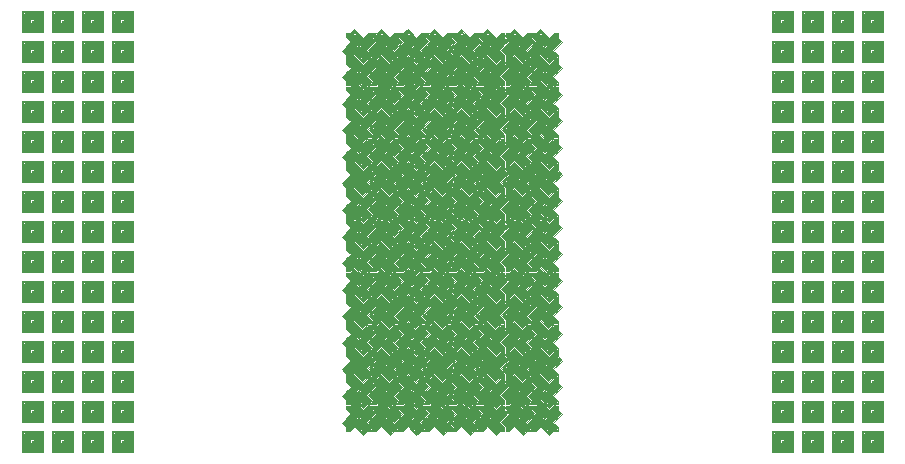
<source format=gtl>
G04 #@! TF.FileFunction,Copper,L1,Top,Signal*
%FSLAX46Y46*%
G04 Gerber Fmt 4.6, Leading zero omitted, Abs format (unit mm)*
G04 Created by KiCad (PCBNEW 4.0.4-stable) date 11/30/16 05:03:09*
%MOMM*%
%LPD*%
G01*
G04 APERTURE LIST*
%ADD10C,0.150000*%
%ADD11C,0.200000*%
%ADD12C,0.400000*%
%ADD13C,0.100000*%
%ADD14C,0.075000*%
%ADD15C,0.300000*%
%ADD16C,0.300000*%
G04 APERTURE END LIST*
D10*
D11*
X103940000Y-42980000D02*
X104340000Y-42980000D01*
X104340000Y-42980000D02*
X104340000Y-43380000D01*
X104340000Y-43380000D02*
X103940000Y-43380000D01*
X103940000Y-43380000D02*
X103940000Y-42980000D01*
X103815000Y-43505000D02*
X103815000Y-42855000D01*
X103815000Y-42855000D02*
X104465000Y-42855000D01*
X104465000Y-42855000D02*
X104465000Y-43505000D01*
X104465000Y-43505000D02*
X103815000Y-43505000D01*
D12*
X103565000Y-42605000D02*
X104715000Y-42605000D01*
X104715000Y-42605000D02*
X104715000Y-43755000D01*
X104715000Y-43755000D02*
X103565000Y-43755000D01*
X103565000Y-43755000D02*
X103565000Y-42605000D01*
D11*
X104940000Y-43980000D02*
X103340000Y-43980000D01*
X103340000Y-43980000D02*
X103340000Y-42380000D01*
X103340000Y-42380000D02*
X104940000Y-42380000D01*
X104940000Y-42380000D02*
X104940000Y-43980000D01*
D13*
X105040000Y-44080000D02*
X105040000Y-42280000D01*
X105040000Y-42280000D02*
X103240000Y-42280000D01*
X103240000Y-42280000D02*
X103240000Y-44080000D01*
X103240000Y-44080000D02*
X105040000Y-44080000D01*
D11*
X106480000Y-42980000D02*
X106880000Y-42980000D01*
X106880000Y-42980000D02*
X106880000Y-43380000D01*
X106880000Y-43380000D02*
X106480000Y-43380000D01*
X106480000Y-43380000D02*
X106480000Y-42980000D01*
X106355000Y-43505000D02*
X106355000Y-42855000D01*
X106355000Y-42855000D02*
X107005000Y-42855000D01*
X107005000Y-42855000D02*
X107005000Y-43505000D01*
X107005000Y-43505000D02*
X106355000Y-43505000D01*
D12*
X106105000Y-42605000D02*
X107255000Y-42605000D01*
X107255000Y-42605000D02*
X107255000Y-43755000D01*
X107255000Y-43755000D02*
X106105000Y-43755000D01*
X106105000Y-43755000D02*
X106105000Y-42605000D01*
D11*
X107480000Y-43980000D02*
X105880000Y-43980000D01*
X105880000Y-43980000D02*
X105880000Y-42380000D01*
X105880000Y-42380000D02*
X107480000Y-42380000D01*
X107480000Y-42380000D02*
X107480000Y-43980000D01*
D13*
X107580000Y-44080000D02*
X107580000Y-42280000D01*
X107580000Y-42280000D02*
X105780000Y-42280000D01*
X105780000Y-42280000D02*
X105780000Y-44080000D01*
X105780000Y-44080000D02*
X107580000Y-44080000D01*
D11*
X109020000Y-42980000D02*
X109420000Y-42980000D01*
X109420000Y-42980000D02*
X109420000Y-43380000D01*
X109420000Y-43380000D02*
X109020000Y-43380000D01*
X109020000Y-43380000D02*
X109020000Y-42980000D01*
X108895000Y-43505000D02*
X108895000Y-42855000D01*
X108895000Y-42855000D02*
X109545000Y-42855000D01*
X109545000Y-42855000D02*
X109545000Y-43505000D01*
X109545000Y-43505000D02*
X108895000Y-43505000D01*
D12*
X108645000Y-42605000D02*
X109795000Y-42605000D01*
X109795000Y-42605000D02*
X109795000Y-43755000D01*
X109795000Y-43755000D02*
X108645000Y-43755000D01*
X108645000Y-43755000D02*
X108645000Y-42605000D01*
D11*
X110020000Y-43980000D02*
X108420000Y-43980000D01*
X108420000Y-43980000D02*
X108420000Y-42380000D01*
X108420000Y-42380000D02*
X110020000Y-42380000D01*
X110020000Y-42380000D02*
X110020000Y-43980000D01*
D13*
X110120000Y-44080000D02*
X110120000Y-42280000D01*
X110120000Y-42280000D02*
X108320000Y-42280000D01*
X108320000Y-42280000D02*
X108320000Y-44080000D01*
X108320000Y-44080000D02*
X110120000Y-44080000D01*
D11*
X111560000Y-42980000D02*
X111960000Y-42980000D01*
X111960000Y-42980000D02*
X111960000Y-43380000D01*
X111960000Y-43380000D02*
X111560000Y-43380000D01*
X111560000Y-43380000D02*
X111560000Y-42980000D01*
X111435000Y-43505000D02*
X111435000Y-42855000D01*
X111435000Y-42855000D02*
X112085000Y-42855000D01*
X112085000Y-42855000D02*
X112085000Y-43505000D01*
X112085000Y-43505000D02*
X111435000Y-43505000D01*
D12*
X111185000Y-42605000D02*
X112335000Y-42605000D01*
X112335000Y-42605000D02*
X112335000Y-43755000D01*
X112335000Y-43755000D02*
X111185000Y-43755000D01*
X111185000Y-43755000D02*
X111185000Y-42605000D01*
D11*
X112560000Y-43980000D02*
X110960000Y-43980000D01*
X110960000Y-43980000D02*
X110960000Y-42380000D01*
X110960000Y-42380000D02*
X112560000Y-42380000D01*
X112560000Y-42380000D02*
X112560000Y-43980000D01*
D13*
X112660000Y-44080000D02*
X112660000Y-42280000D01*
X112660000Y-42280000D02*
X110860000Y-42280000D01*
X110860000Y-42280000D02*
X110860000Y-44080000D01*
X110860000Y-44080000D02*
X112660000Y-44080000D01*
D11*
X104340000Y-45920000D02*
X103940000Y-45920000D01*
X103940000Y-45920000D02*
X103940000Y-45520000D01*
X103940000Y-45520000D02*
X104340000Y-45520000D01*
X104340000Y-45520000D02*
X104340000Y-45920000D01*
X104465000Y-45395000D02*
X104465000Y-46045000D01*
X104465000Y-46045000D02*
X103815000Y-46045000D01*
X103815000Y-46045000D02*
X103815000Y-45395000D01*
X103815000Y-45395000D02*
X104465000Y-45395000D01*
D12*
X104715000Y-46295000D02*
X103565000Y-46295000D01*
X103565000Y-46295000D02*
X103565000Y-45145000D01*
X103565000Y-45145000D02*
X104715000Y-45145000D01*
X104715000Y-45145000D02*
X104715000Y-46295000D01*
D11*
X103340000Y-44920000D02*
X104940000Y-44920000D01*
X104940000Y-44920000D02*
X104940000Y-46520000D01*
X104940000Y-46520000D02*
X103340000Y-46520000D01*
X103340000Y-46520000D02*
X103340000Y-44920000D01*
D13*
X103240000Y-44820000D02*
X103240000Y-46620000D01*
X103240000Y-46620000D02*
X105040000Y-46620000D01*
X105040000Y-46620000D02*
X105040000Y-44820000D01*
X105040000Y-44820000D02*
X103240000Y-44820000D01*
D11*
X106880000Y-45920000D02*
X106480000Y-45920000D01*
X106480000Y-45920000D02*
X106480000Y-45520000D01*
X106480000Y-45520000D02*
X106880000Y-45520000D01*
X106880000Y-45520000D02*
X106880000Y-45920000D01*
X107005000Y-45395000D02*
X107005000Y-46045000D01*
X107005000Y-46045000D02*
X106355000Y-46045000D01*
X106355000Y-46045000D02*
X106355000Y-45395000D01*
X106355000Y-45395000D02*
X107005000Y-45395000D01*
D12*
X107255000Y-46295000D02*
X106105000Y-46295000D01*
X106105000Y-46295000D02*
X106105000Y-45145000D01*
X106105000Y-45145000D02*
X107255000Y-45145000D01*
X107255000Y-45145000D02*
X107255000Y-46295000D01*
D11*
X105880000Y-44920000D02*
X107480000Y-44920000D01*
X107480000Y-44920000D02*
X107480000Y-46520000D01*
X107480000Y-46520000D02*
X105880000Y-46520000D01*
X105880000Y-46520000D02*
X105880000Y-44920000D01*
D13*
X105780000Y-44820000D02*
X105780000Y-46620000D01*
X105780000Y-46620000D02*
X107580000Y-46620000D01*
X107580000Y-46620000D02*
X107580000Y-44820000D01*
X107580000Y-44820000D02*
X105780000Y-44820000D01*
D11*
X109420000Y-45920000D02*
X109020000Y-45920000D01*
X109020000Y-45920000D02*
X109020000Y-45520000D01*
X109020000Y-45520000D02*
X109420000Y-45520000D01*
X109420000Y-45520000D02*
X109420000Y-45920000D01*
X109545000Y-45395000D02*
X109545000Y-46045000D01*
X109545000Y-46045000D02*
X108895000Y-46045000D01*
X108895000Y-46045000D02*
X108895000Y-45395000D01*
X108895000Y-45395000D02*
X109545000Y-45395000D01*
D12*
X109795000Y-46295000D02*
X108645000Y-46295000D01*
X108645000Y-46295000D02*
X108645000Y-45145000D01*
X108645000Y-45145000D02*
X109795000Y-45145000D01*
X109795000Y-45145000D02*
X109795000Y-46295000D01*
D11*
X108420000Y-44920000D02*
X110020000Y-44920000D01*
X110020000Y-44920000D02*
X110020000Y-46520000D01*
X110020000Y-46520000D02*
X108420000Y-46520000D01*
X108420000Y-46520000D02*
X108420000Y-44920000D01*
D13*
X108320000Y-44820000D02*
X108320000Y-46620000D01*
X108320000Y-46620000D02*
X110120000Y-46620000D01*
X110120000Y-46620000D02*
X110120000Y-44820000D01*
X110120000Y-44820000D02*
X108320000Y-44820000D01*
D11*
X111960000Y-45920000D02*
X111560000Y-45920000D01*
X111560000Y-45920000D02*
X111560000Y-45520000D01*
X111560000Y-45520000D02*
X111960000Y-45520000D01*
X111960000Y-45520000D02*
X111960000Y-45920000D01*
X112085000Y-45395000D02*
X112085000Y-46045000D01*
X112085000Y-46045000D02*
X111435000Y-46045000D01*
X111435000Y-46045000D02*
X111435000Y-45395000D01*
X111435000Y-45395000D02*
X112085000Y-45395000D01*
D12*
X112335000Y-46295000D02*
X111185000Y-46295000D01*
X111185000Y-46295000D02*
X111185000Y-45145000D01*
X111185000Y-45145000D02*
X112335000Y-45145000D01*
X112335000Y-45145000D02*
X112335000Y-46295000D01*
D11*
X110960000Y-44920000D02*
X112560000Y-44920000D01*
X112560000Y-44920000D02*
X112560000Y-46520000D01*
X112560000Y-46520000D02*
X110960000Y-46520000D01*
X110960000Y-46520000D02*
X110960000Y-44920000D01*
D13*
X110860000Y-44820000D02*
X110860000Y-46620000D01*
X110860000Y-46620000D02*
X112660000Y-46620000D01*
X112660000Y-46620000D02*
X112660000Y-44820000D01*
X112660000Y-44820000D02*
X110860000Y-44820000D01*
D11*
X104340000Y-48460000D02*
X103940000Y-48460000D01*
X103940000Y-48460000D02*
X103940000Y-48060000D01*
X103940000Y-48060000D02*
X104340000Y-48060000D01*
X104340000Y-48060000D02*
X104340000Y-48460000D01*
X104465000Y-47935000D02*
X104465000Y-48585000D01*
X104465000Y-48585000D02*
X103815000Y-48585000D01*
X103815000Y-48585000D02*
X103815000Y-47935000D01*
X103815000Y-47935000D02*
X104465000Y-47935000D01*
D12*
X104715000Y-48835000D02*
X103565000Y-48835000D01*
X103565000Y-48835000D02*
X103565000Y-47685000D01*
X103565000Y-47685000D02*
X104715000Y-47685000D01*
X104715000Y-47685000D02*
X104715000Y-48835000D01*
D11*
X103340000Y-47460000D02*
X104940000Y-47460000D01*
X104940000Y-47460000D02*
X104940000Y-49060000D01*
X104940000Y-49060000D02*
X103340000Y-49060000D01*
X103340000Y-49060000D02*
X103340000Y-47460000D01*
D13*
X103240000Y-47360000D02*
X103240000Y-49160000D01*
X103240000Y-49160000D02*
X105040000Y-49160000D01*
X105040000Y-49160000D02*
X105040000Y-47360000D01*
X105040000Y-47360000D02*
X103240000Y-47360000D01*
D11*
X106480000Y-48060000D02*
X106880000Y-48060000D01*
X106880000Y-48060000D02*
X106880000Y-48460000D01*
X106880000Y-48460000D02*
X106480000Y-48460000D01*
X106480000Y-48460000D02*
X106480000Y-48060000D01*
X106355000Y-48585000D02*
X106355000Y-47935000D01*
X106355000Y-47935000D02*
X107005000Y-47935000D01*
X107005000Y-47935000D02*
X107005000Y-48585000D01*
X107005000Y-48585000D02*
X106355000Y-48585000D01*
D12*
X106105000Y-47685000D02*
X107255000Y-47685000D01*
X107255000Y-47685000D02*
X107255000Y-48835000D01*
X107255000Y-48835000D02*
X106105000Y-48835000D01*
X106105000Y-48835000D02*
X106105000Y-47685000D01*
D11*
X107480000Y-49060000D02*
X105880000Y-49060000D01*
X105880000Y-49060000D02*
X105880000Y-47460000D01*
X105880000Y-47460000D02*
X107480000Y-47460000D01*
X107480000Y-47460000D02*
X107480000Y-49060000D01*
D13*
X107580000Y-49160000D02*
X107580000Y-47360000D01*
X107580000Y-47360000D02*
X105780000Y-47360000D01*
X105780000Y-47360000D02*
X105780000Y-49160000D01*
X105780000Y-49160000D02*
X107580000Y-49160000D01*
D11*
X109020000Y-48060000D02*
X109420000Y-48060000D01*
X109420000Y-48060000D02*
X109420000Y-48460000D01*
X109420000Y-48460000D02*
X109020000Y-48460000D01*
X109020000Y-48460000D02*
X109020000Y-48060000D01*
X108895000Y-48585000D02*
X108895000Y-47935000D01*
X108895000Y-47935000D02*
X109545000Y-47935000D01*
X109545000Y-47935000D02*
X109545000Y-48585000D01*
X109545000Y-48585000D02*
X108895000Y-48585000D01*
D12*
X108645000Y-47685000D02*
X109795000Y-47685000D01*
X109795000Y-47685000D02*
X109795000Y-48835000D01*
X109795000Y-48835000D02*
X108645000Y-48835000D01*
X108645000Y-48835000D02*
X108645000Y-47685000D01*
D11*
X110020000Y-49060000D02*
X108420000Y-49060000D01*
X108420000Y-49060000D02*
X108420000Y-47460000D01*
X108420000Y-47460000D02*
X110020000Y-47460000D01*
X110020000Y-47460000D02*
X110020000Y-49060000D01*
D13*
X110120000Y-49160000D02*
X110120000Y-47360000D01*
X110120000Y-47360000D02*
X108320000Y-47360000D01*
X108320000Y-47360000D02*
X108320000Y-49160000D01*
X108320000Y-49160000D02*
X110120000Y-49160000D01*
D11*
X111560000Y-48060000D02*
X111960000Y-48060000D01*
X111960000Y-48060000D02*
X111960000Y-48460000D01*
X111960000Y-48460000D02*
X111560000Y-48460000D01*
X111560000Y-48460000D02*
X111560000Y-48060000D01*
X111435000Y-48585000D02*
X111435000Y-47935000D01*
X111435000Y-47935000D02*
X112085000Y-47935000D01*
X112085000Y-47935000D02*
X112085000Y-48585000D01*
X112085000Y-48585000D02*
X111435000Y-48585000D01*
D12*
X111185000Y-47685000D02*
X112335000Y-47685000D01*
X112335000Y-47685000D02*
X112335000Y-48835000D01*
X112335000Y-48835000D02*
X111185000Y-48835000D01*
X111185000Y-48835000D02*
X111185000Y-47685000D01*
D11*
X112560000Y-49060000D02*
X110960000Y-49060000D01*
X110960000Y-49060000D02*
X110960000Y-47460000D01*
X110960000Y-47460000D02*
X112560000Y-47460000D01*
X112560000Y-47460000D02*
X112560000Y-49060000D01*
D13*
X112660000Y-49160000D02*
X112660000Y-47360000D01*
X112660000Y-47360000D02*
X110860000Y-47360000D01*
X110860000Y-47360000D02*
X110860000Y-49160000D01*
X110860000Y-49160000D02*
X112660000Y-49160000D01*
D11*
X103940000Y-50600000D02*
X104340000Y-50600000D01*
X104340000Y-50600000D02*
X104340000Y-51000000D01*
X104340000Y-51000000D02*
X103940000Y-51000000D01*
X103940000Y-51000000D02*
X103940000Y-50600000D01*
X103815000Y-51125000D02*
X103815000Y-50475000D01*
X103815000Y-50475000D02*
X104465000Y-50475000D01*
X104465000Y-50475000D02*
X104465000Y-51125000D01*
X104465000Y-51125000D02*
X103815000Y-51125000D01*
D12*
X103565000Y-50225000D02*
X104715000Y-50225000D01*
X104715000Y-50225000D02*
X104715000Y-51375000D01*
X104715000Y-51375000D02*
X103565000Y-51375000D01*
X103565000Y-51375000D02*
X103565000Y-50225000D01*
D11*
X104940000Y-51600000D02*
X103340000Y-51600000D01*
X103340000Y-51600000D02*
X103340000Y-50000000D01*
X103340000Y-50000000D02*
X104940000Y-50000000D01*
X104940000Y-50000000D02*
X104940000Y-51600000D01*
D13*
X105040000Y-51700000D02*
X105040000Y-49900000D01*
X105040000Y-49900000D02*
X103240000Y-49900000D01*
X103240000Y-49900000D02*
X103240000Y-51700000D01*
X103240000Y-51700000D02*
X105040000Y-51700000D01*
D11*
X106480000Y-50600000D02*
X106880000Y-50600000D01*
X106880000Y-50600000D02*
X106880000Y-51000000D01*
X106880000Y-51000000D02*
X106480000Y-51000000D01*
X106480000Y-51000000D02*
X106480000Y-50600000D01*
X106355000Y-51125000D02*
X106355000Y-50475000D01*
X106355000Y-50475000D02*
X107005000Y-50475000D01*
X107005000Y-50475000D02*
X107005000Y-51125000D01*
X107005000Y-51125000D02*
X106355000Y-51125000D01*
D12*
X106105000Y-50225000D02*
X107255000Y-50225000D01*
X107255000Y-50225000D02*
X107255000Y-51375000D01*
X107255000Y-51375000D02*
X106105000Y-51375000D01*
X106105000Y-51375000D02*
X106105000Y-50225000D01*
D11*
X107480000Y-51600000D02*
X105880000Y-51600000D01*
X105880000Y-51600000D02*
X105880000Y-50000000D01*
X105880000Y-50000000D02*
X107480000Y-50000000D01*
X107480000Y-50000000D02*
X107480000Y-51600000D01*
D13*
X107580000Y-51700000D02*
X107580000Y-49900000D01*
X107580000Y-49900000D02*
X105780000Y-49900000D01*
X105780000Y-49900000D02*
X105780000Y-51700000D01*
X105780000Y-51700000D02*
X107580000Y-51700000D01*
D11*
X109020000Y-50600000D02*
X109420000Y-50600000D01*
X109420000Y-50600000D02*
X109420000Y-51000000D01*
X109420000Y-51000000D02*
X109020000Y-51000000D01*
X109020000Y-51000000D02*
X109020000Y-50600000D01*
X108895000Y-51125000D02*
X108895000Y-50475000D01*
X108895000Y-50475000D02*
X109545000Y-50475000D01*
X109545000Y-50475000D02*
X109545000Y-51125000D01*
X109545000Y-51125000D02*
X108895000Y-51125000D01*
D12*
X108645000Y-50225000D02*
X109795000Y-50225000D01*
X109795000Y-50225000D02*
X109795000Y-51375000D01*
X109795000Y-51375000D02*
X108645000Y-51375000D01*
X108645000Y-51375000D02*
X108645000Y-50225000D01*
D11*
X110020000Y-51600000D02*
X108420000Y-51600000D01*
X108420000Y-51600000D02*
X108420000Y-50000000D01*
X108420000Y-50000000D02*
X110020000Y-50000000D01*
X110020000Y-50000000D02*
X110020000Y-51600000D01*
D13*
X110120000Y-51700000D02*
X110120000Y-49900000D01*
X110120000Y-49900000D02*
X108320000Y-49900000D01*
X108320000Y-49900000D02*
X108320000Y-51700000D01*
X108320000Y-51700000D02*
X110120000Y-51700000D01*
D11*
X111560000Y-50600000D02*
X111960000Y-50600000D01*
X111960000Y-50600000D02*
X111960000Y-51000000D01*
X111960000Y-51000000D02*
X111560000Y-51000000D01*
X111560000Y-51000000D02*
X111560000Y-50600000D01*
X111435000Y-51125000D02*
X111435000Y-50475000D01*
X111435000Y-50475000D02*
X112085000Y-50475000D01*
X112085000Y-50475000D02*
X112085000Y-51125000D01*
X112085000Y-51125000D02*
X111435000Y-51125000D01*
D12*
X111185000Y-50225000D02*
X112335000Y-50225000D01*
X112335000Y-50225000D02*
X112335000Y-51375000D01*
X112335000Y-51375000D02*
X111185000Y-51375000D01*
X111185000Y-51375000D02*
X111185000Y-50225000D01*
D11*
X112560000Y-51600000D02*
X110960000Y-51600000D01*
X110960000Y-51600000D02*
X110960000Y-50000000D01*
X110960000Y-50000000D02*
X112560000Y-50000000D01*
X112560000Y-50000000D02*
X112560000Y-51600000D01*
D13*
X112660000Y-51700000D02*
X112660000Y-49900000D01*
X112660000Y-49900000D02*
X110860000Y-49900000D01*
X110860000Y-49900000D02*
X110860000Y-51700000D01*
X110860000Y-51700000D02*
X112660000Y-51700000D01*
D11*
X103940000Y-53140000D02*
X104340000Y-53140000D01*
X104340000Y-53140000D02*
X104340000Y-53540000D01*
X104340000Y-53540000D02*
X103940000Y-53540000D01*
X103940000Y-53540000D02*
X103940000Y-53140000D01*
X103815000Y-53665000D02*
X103815000Y-53015000D01*
X103815000Y-53015000D02*
X104465000Y-53015000D01*
X104465000Y-53015000D02*
X104465000Y-53665000D01*
X104465000Y-53665000D02*
X103815000Y-53665000D01*
D12*
X103565000Y-52765000D02*
X104715000Y-52765000D01*
X104715000Y-52765000D02*
X104715000Y-53915000D01*
X104715000Y-53915000D02*
X103565000Y-53915000D01*
X103565000Y-53915000D02*
X103565000Y-52765000D01*
D11*
X104940000Y-54140000D02*
X103340000Y-54140000D01*
X103340000Y-54140000D02*
X103340000Y-52540000D01*
X103340000Y-52540000D02*
X104940000Y-52540000D01*
X104940000Y-52540000D02*
X104940000Y-54140000D01*
D13*
X105040000Y-54240000D02*
X105040000Y-52440000D01*
X105040000Y-52440000D02*
X103240000Y-52440000D01*
X103240000Y-52440000D02*
X103240000Y-54240000D01*
X103240000Y-54240000D02*
X105040000Y-54240000D01*
D11*
X106480000Y-53140000D02*
X106880000Y-53140000D01*
X106880000Y-53140000D02*
X106880000Y-53540000D01*
X106880000Y-53540000D02*
X106480000Y-53540000D01*
X106480000Y-53540000D02*
X106480000Y-53140000D01*
X106355000Y-53665000D02*
X106355000Y-53015000D01*
X106355000Y-53015000D02*
X107005000Y-53015000D01*
X107005000Y-53015000D02*
X107005000Y-53665000D01*
X107005000Y-53665000D02*
X106355000Y-53665000D01*
D12*
X106105000Y-52765000D02*
X107255000Y-52765000D01*
X107255000Y-52765000D02*
X107255000Y-53915000D01*
X107255000Y-53915000D02*
X106105000Y-53915000D01*
X106105000Y-53915000D02*
X106105000Y-52765000D01*
D11*
X107480000Y-54140000D02*
X105880000Y-54140000D01*
X105880000Y-54140000D02*
X105880000Y-52540000D01*
X105880000Y-52540000D02*
X107480000Y-52540000D01*
X107480000Y-52540000D02*
X107480000Y-54140000D01*
D13*
X107580000Y-54240000D02*
X107580000Y-52440000D01*
X107580000Y-52440000D02*
X105780000Y-52440000D01*
X105780000Y-52440000D02*
X105780000Y-54240000D01*
X105780000Y-54240000D02*
X107580000Y-54240000D01*
D11*
X109020000Y-53140000D02*
X109420000Y-53140000D01*
X109420000Y-53140000D02*
X109420000Y-53540000D01*
X109420000Y-53540000D02*
X109020000Y-53540000D01*
X109020000Y-53540000D02*
X109020000Y-53140000D01*
X108895000Y-53665000D02*
X108895000Y-53015000D01*
X108895000Y-53015000D02*
X109545000Y-53015000D01*
X109545000Y-53015000D02*
X109545000Y-53665000D01*
X109545000Y-53665000D02*
X108895000Y-53665000D01*
D12*
X108645000Y-52765000D02*
X109795000Y-52765000D01*
X109795000Y-52765000D02*
X109795000Y-53915000D01*
X109795000Y-53915000D02*
X108645000Y-53915000D01*
X108645000Y-53915000D02*
X108645000Y-52765000D01*
D11*
X110020000Y-54140000D02*
X108420000Y-54140000D01*
X108420000Y-54140000D02*
X108420000Y-52540000D01*
X108420000Y-52540000D02*
X110020000Y-52540000D01*
X110020000Y-52540000D02*
X110020000Y-54140000D01*
D13*
X110120000Y-54240000D02*
X110120000Y-52440000D01*
X110120000Y-52440000D02*
X108320000Y-52440000D01*
X108320000Y-52440000D02*
X108320000Y-54240000D01*
X108320000Y-54240000D02*
X110120000Y-54240000D01*
D11*
X111560000Y-53140000D02*
X111960000Y-53140000D01*
X111960000Y-53140000D02*
X111960000Y-53540000D01*
X111960000Y-53540000D02*
X111560000Y-53540000D01*
X111560000Y-53540000D02*
X111560000Y-53140000D01*
X111435000Y-53665000D02*
X111435000Y-53015000D01*
X111435000Y-53015000D02*
X112085000Y-53015000D01*
X112085000Y-53015000D02*
X112085000Y-53665000D01*
X112085000Y-53665000D02*
X111435000Y-53665000D01*
D12*
X111185000Y-52765000D02*
X112335000Y-52765000D01*
X112335000Y-52765000D02*
X112335000Y-53915000D01*
X112335000Y-53915000D02*
X111185000Y-53915000D01*
X111185000Y-53915000D02*
X111185000Y-52765000D01*
D11*
X112560000Y-54140000D02*
X110960000Y-54140000D01*
X110960000Y-54140000D02*
X110960000Y-52540000D01*
X110960000Y-52540000D02*
X112560000Y-52540000D01*
X112560000Y-52540000D02*
X112560000Y-54140000D01*
D13*
X112660000Y-54240000D02*
X112660000Y-52440000D01*
X112660000Y-52440000D02*
X110860000Y-52440000D01*
X110860000Y-52440000D02*
X110860000Y-54240000D01*
X110860000Y-54240000D02*
X112660000Y-54240000D01*
D11*
X103940000Y-55680000D02*
X104340000Y-55680000D01*
X104340000Y-55680000D02*
X104340000Y-56080000D01*
X104340000Y-56080000D02*
X103940000Y-56080000D01*
X103940000Y-56080000D02*
X103940000Y-55680000D01*
X103815000Y-56205000D02*
X103815000Y-55555000D01*
X103815000Y-55555000D02*
X104465000Y-55555000D01*
X104465000Y-55555000D02*
X104465000Y-56205000D01*
X104465000Y-56205000D02*
X103815000Y-56205000D01*
D12*
X103565000Y-55305000D02*
X104715000Y-55305000D01*
X104715000Y-55305000D02*
X104715000Y-56455000D01*
X104715000Y-56455000D02*
X103565000Y-56455000D01*
X103565000Y-56455000D02*
X103565000Y-55305000D01*
D11*
X104940000Y-56680000D02*
X103340000Y-56680000D01*
X103340000Y-56680000D02*
X103340000Y-55080000D01*
X103340000Y-55080000D02*
X104940000Y-55080000D01*
X104940000Y-55080000D02*
X104940000Y-56680000D01*
D13*
X105040000Y-56780000D02*
X105040000Y-54980000D01*
X105040000Y-54980000D02*
X103240000Y-54980000D01*
X103240000Y-54980000D02*
X103240000Y-56780000D01*
X103240000Y-56780000D02*
X105040000Y-56780000D01*
D11*
X106480000Y-55680000D02*
X106880000Y-55680000D01*
X106880000Y-55680000D02*
X106880000Y-56080000D01*
X106880000Y-56080000D02*
X106480000Y-56080000D01*
X106480000Y-56080000D02*
X106480000Y-55680000D01*
X106355000Y-56205000D02*
X106355000Y-55555000D01*
X106355000Y-55555000D02*
X107005000Y-55555000D01*
X107005000Y-55555000D02*
X107005000Y-56205000D01*
X107005000Y-56205000D02*
X106355000Y-56205000D01*
D12*
X106105000Y-55305000D02*
X107255000Y-55305000D01*
X107255000Y-55305000D02*
X107255000Y-56455000D01*
X107255000Y-56455000D02*
X106105000Y-56455000D01*
X106105000Y-56455000D02*
X106105000Y-55305000D01*
D11*
X107480000Y-56680000D02*
X105880000Y-56680000D01*
X105880000Y-56680000D02*
X105880000Y-55080000D01*
X105880000Y-55080000D02*
X107480000Y-55080000D01*
X107480000Y-55080000D02*
X107480000Y-56680000D01*
D13*
X107580000Y-56780000D02*
X107580000Y-54980000D01*
X107580000Y-54980000D02*
X105780000Y-54980000D01*
X105780000Y-54980000D02*
X105780000Y-56780000D01*
X105780000Y-56780000D02*
X107580000Y-56780000D01*
D11*
X109020000Y-55680000D02*
X109420000Y-55680000D01*
X109420000Y-55680000D02*
X109420000Y-56080000D01*
X109420000Y-56080000D02*
X109020000Y-56080000D01*
X109020000Y-56080000D02*
X109020000Y-55680000D01*
X108895000Y-56205000D02*
X108895000Y-55555000D01*
X108895000Y-55555000D02*
X109545000Y-55555000D01*
X109545000Y-55555000D02*
X109545000Y-56205000D01*
X109545000Y-56205000D02*
X108895000Y-56205000D01*
D12*
X108645000Y-55305000D02*
X109795000Y-55305000D01*
X109795000Y-55305000D02*
X109795000Y-56455000D01*
X109795000Y-56455000D02*
X108645000Y-56455000D01*
X108645000Y-56455000D02*
X108645000Y-55305000D01*
D11*
X110020000Y-56680000D02*
X108420000Y-56680000D01*
X108420000Y-56680000D02*
X108420000Y-55080000D01*
X108420000Y-55080000D02*
X110020000Y-55080000D01*
X110020000Y-55080000D02*
X110020000Y-56680000D01*
D13*
X110120000Y-56780000D02*
X110120000Y-54980000D01*
X110120000Y-54980000D02*
X108320000Y-54980000D01*
X108320000Y-54980000D02*
X108320000Y-56780000D01*
X108320000Y-56780000D02*
X110120000Y-56780000D01*
D11*
X111560000Y-55680000D02*
X111960000Y-55680000D01*
X111960000Y-55680000D02*
X111960000Y-56080000D01*
X111960000Y-56080000D02*
X111560000Y-56080000D01*
X111560000Y-56080000D02*
X111560000Y-55680000D01*
X111435000Y-56205000D02*
X111435000Y-55555000D01*
X111435000Y-55555000D02*
X112085000Y-55555000D01*
X112085000Y-55555000D02*
X112085000Y-56205000D01*
X112085000Y-56205000D02*
X111435000Y-56205000D01*
D12*
X111185000Y-55305000D02*
X112335000Y-55305000D01*
X112335000Y-55305000D02*
X112335000Y-56455000D01*
X112335000Y-56455000D02*
X111185000Y-56455000D01*
X111185000Y-56455000D02*
X111185000Y-55305000D01*
D11*
X112560000Y-56680000D02*
X110960000Y-56680000D01*
X110960000Y-56680000D02*
X110960000Y-55080000D01*
X110960000Y-55080000D02*
X112560000Y-55080000D01*
X112560000Y-55080000D02*
X112560000Y-56680000D01*
D13*
X112660000Y-56780000D02*
X112660000Y-54980000D01*
X112660000Y-54980000D02*
X110860000Y-54980000D01*
X110860000Y-54980000D02*
X110860000Y-56780000D01*
X110860000Y-56780000D02*
X112660000Y-56780000D01*
D11*
X103940000Y-58220000D02*
X104340000Y-58220000D01*
X104340000Y-58220000D02*
X104340000Y-58620000D01*
X104340000Y-58620000D02*
X103940000Y-58620000D01*
X103940000Y-58620000D02*
X103940000Y-58220000D01*
X103815000Y-58745000D02*
X103815000Y-58095000D01*
X103815000Y-58095000D02*
X104465000Y-58095000D01*
X104465000Y-58095000D02*
X104465000Y-58745000D01*
X104465000Y-58745000D02*
X103815000Y-58745000D01*
D12*
X103565000Y-57845000D02*
X104715000Y-57845000D01*
X104715000Y-57845000D02*
X104715000Y-58995000D01*
X104715000Y-58995000D02*
X103565000Y-58995000D01*
X103565000Y-58995000D02*
X103565000Y-57845000D01*
D11*
X104940000Y-59220000D02*
X103340000Y-59220000D01*
X103340000Y-59220000D02*
X103340000Y-57620000D01*
X103340000Y-57620000D02*
X104940000Y-57620000D01*
X104940000Y-57620000D02*
X104940000Y-59220000D01*
D13*
X105040000Y-59320000D02*
X105040000Y-57520000D01*
X105040000Y-57520000D02*
X103240000Y-57520000D01*
X103240000Y-57520000D02*
X103240000Y-59320000D01*
X103240000Y-59320000D02*
X105040000Y-59320000D01*
D11*
X106480000Y-58220000D02*
X106880000Y-58220000D01*
X106880000Y-58220000D02*
X106880000Y-58620000D01*
X106880000Y-58620000D02*
X106480000Y-58620000D01*
X106480000Y-58620000D02*
X106480000Y-58220000D01*
X106355000Y-58745000D02*
X106355000Y-58095000D01*
X106355000Y-58095000D02*
X107005000Y-58095000D01*
X107005000Y-58095000D02*
X107005000Y-58745000D01*
X107005000Y-58745000D02*
X106355000Y-58745000D01*
D12*
X106105000Y-57845000D02*
X107255000Y-57845000D01*
X107255000Y-57845000D02*
X107255000Y-58995000D01*
X107255000Y-58995000D02*
X106105000Y-58995000D01*
X106105000Y-58995000D02*
X106105000Y-57845000D01*
D11*
X107480000Y-59220000D02*
X105880000Y-59220000D01*
X105880000Y-59220000D02*
X105880000Y-57620000D01*
X105880000Y-57620000D02*
X107480000Y-57620000D01*
X107480000Y-57620000D02*
X107480000Y-59220000D01*
D13*
X107580000Y-59320000D02*
X107580000Y-57520000D01*
X107580000Y-57520000D02*
X105780000Y-57520000D01*
X105780000Y-57520000D02*
X105780000Y-59320000D01*
X105780000Y-59320000D02*
X107580000Y-59320000D01*
D11*
X109020000Y-58220000D02*
X109420000Y-58220000D01*
X109420000Y-58220000D02*
X109420000Y-58620000D01*
X109420000Y-58620000D02*
X109020000Y-58620000D01*
X109020000Y-58620000D02*
X109020000Y-58220000D01*
X108895000Y-58745000D02*
X108895000Y-58095000D01*
X108895000Y-58095000D02*
X109545000Y-58095000D01*
X109545000Y-58095000D02*
X109545000Y-58745000D01*
X109545000Y-58745000D02*
X108895000Y-58745000D01*
D12*
X108645000Y-57845000D02*
X109795000Y-57845000D01*
X109795000Y-57845000D02*
X109795000Y-58995000D01*
X109795000Y-58995000D02*
X108645000Y-58995000D01*
X108645000Y-58995000D02*
X108645000Y-57845000D01*
D11*
X110020000Y-59220000D02*
X108420000Y-59220000D01*
X108420000Y-59220000D02*
X108420000Y-57620000D01*
X108420000Y-57620000D02*
X110020000Y-57620000D01*
X110020000Y-57620000D02*
X110020000Y-59220000D01*
D13*
X110120000Y-59320000D02*
X110120000Y-57520000D01*
X110120000Y-57520000D02*
X108320000Y-57520000D01*
X108320000Y-57520000D02*
X108320000Y-59320000D01*
X108320000Y-59320000D02*
X110120000Y-59320000D01*
D11*
X111560000Y-58220000D02*
X111960000Y-58220000D01*
X111960000Y-58220000D02*
X111960000Y-58620000D01*
X111960000Y-58620000D02*
X111560000Y-58620000D01*
X111560000Y-58620000D02*
X111560000Y-58220000D01*
X111435000Y-58745000D02*
X111435000Y-58095000D01*
X111435000Y-58095000D02*
X112085000Y-58095000D01*
X112085000Y-58095000D02*
X112085000Y-58745000D01*
X112085000Y-58745000D02*
X111435000Y-58745000D01*
D12*
X111185000Y-57845000D02*
X112335000Y-57845000D01*
X112335000Y-57845000D02*
X112335000Y-58995000D01*
X112335000Y-58995000D02*
X111185000Y-58995000D01*
X111185000Y-58995000D02*
X111185000Y-57845000D01*
D11*
X112560000Y-59220000D02*
X110960000Y-59220000D01*
X110960000Y-59220000D02*
X110960000Y-57620000D01*
X110960000Y-57620000D02*
X112560000Y-57620000D01*
X112560000Y-57620000D02*
X112560000Y-59220000D01*
D13*
X112660000Y-59320000D02*
X112660000Y-57520000D01*
X112660000Y-57520000D02*
X110860000Y-57520000D01*
X110860000Y-57520000D02*
X110860000Y-59320000D01*
X110860000Y-59320000D02*
X112660000Y-59320000D01*
D11*
X103940000Y-60760000D02*
X104340000Y-60760000D01*
X104340000Y-60760000D02*
X104340000Y-61160000D01*
X104340000Y-61160000D02*
X103940000Y-61160000D01*
X103940000Y-61160000D02*
X103940000Y-60760000D01*
X103815000Y-61285000D02*
X103815000Y-60635000D01*
X103815000Y-60635000D02*
X104465000Y-60635000D01*
X104465000Y-60635000D02*
X104465000Y-61285000D01*
X104465000Y-61285000D02*
X103815000Y-61285000D01*
D12*
X103565000Y-60385000D02*
X104715000Y-60385000D01*
X104715000Y-60385000D02*
X104715000Y-61535000D01*
X104715000Y-61535000D02*
X103565000Y-61535000D01*
X103565000Y-61535000D02*
X103565000Y-60385000D01*
D11*
X104940000Y-61760000D02*
X103340000Y-61760000D01*
X103340000Y-61760000D02*
X103340000Y-60160000D01*
X103340000Y-60160000D02*
X104940000Y-60160000D01*
X104940000Y-60160000D02*
X104940000Y-61760000D01*
D13*
X105040000Y-61860000D02*
X105040000Y-60060000D01*
X105040000Y-60060000D02*
X103240000Y-60060000D01*
X103240000Y-60060000D02*
X103240000Y-61860000D01*
X103240000Y-61860000D02*
X105040000Y-61860000D01*
D11*
X106480000Y-60760000D02*
X106880000Y-60760000D01*
X106880000Y-60760000D02*
X106880000Y-61160000D01*
X106880000Y-61160000D02*
X106480000Y-61160000D01*
X106480000Y-61160000D02*
X106480000Y-60760000D01*
X106355000Y-61285000D02*
X106355000Y-60635000D01*
X106355000Y-60635000D02*
X107005000Y-60635000D01*
X107005000Y-60635000D02*
X107005000Y-61285000D01*
X107005000Y-61285000D02*
X106355000Y-61285000D01*
D12*
X106105000Y-60385000D02*
X107255000Y-60385000D01*
X107255000Y-60385000D02*
X107255000Y-61535000D01*
X107255000Y-61535000D02*
X106105000Y-61535000D01*
X106105000Y-61535000D02*
X106105000Y-60385000D01*
D11*
X107480000Y-61760000D02*
X105880000Y-61760000D01*
X105880000Y-61760000D02*
X105880000Y-60160000D01*
X105880000Y-60160000D02*
X107480000Y-60160000D01*
X107480000Y-60160000D02*
X107480000Y-61760000D01*
D13*
X107580000Y-61860000D02*
X107580000Y-60060000D01*
X107580000Y-60060000D02*
X105780000Y-60060000D01*
X105780000Y-60060000D02*
X105780000Y-61860000D01*
X105780000Y-61860000D02*
X107580000Y-61860000D01*
D11*
X109020000Y-60760000D02*
X109420000Y-60760000D01*
X109420000Y-60760000D02*
X109420000Y-61160000D01*
X109420000Y-61160000D02*
X109020000Y-61160000D01*
X109020000Y-61160000D02*
X109020000Y-60760000D01*
X108895000Y-61285000D02*
X108895000Y-60635000D01*
X108895000Y-60635000D02*
X109545000Y-60635000D01*
X109545000Y-60635000D02*
X109545000Y-61285000D01*
X109545000Y-61285000D02*
X108895000Y-61285000D01*
D12*
X108645000Y-60385000D02*
X109795000Y-60385000D01*
X109795000Y-60385000D02*
X109795000Y-61535000D01*
X109795000Y-61535000D02*
X108645000Y-61535000D01*
X108645000Y-61535000D02*
X108645000Y-60385000D01*
D11*
X110020000Y-61760000D02*
X108420000Y-61760000D01*
X108420000Y-61760000D02*
X108420000Y-60160000D01*
X108420000Y-60160000D02*
X110020000Y-60160000D01*
X110020000Y-60160000D02*
X110020000Y-61760000D01*
D13*
X110120000Y-61860000D02*
X110120000Y-60060000D01*
X110120000Y-60060000D02*
X108320000Y-60060000D01*
X108320000Y-60060000D02*
X108320000Y-61860000D01*
X108320000Y-61860000D02*
X110120000Y-61860000D01*
D11*
X111560000Y-60760000D02*
X111960000Y-60760000D01*
X111960000Y-60760000D02*
X111960000Y-61160000D01*
X111960000Y-61160000D02*
X111560000Y-61160000D01*
X111560000Y-61160000D02*
X111560000Y-60760000D01*
X111435000Y-61285000D02*
X111435000Y-60635000D01*
X111435000Y-60635000D02*
X112085000Y-60635000D01*
X112085000Y-60635000D02*
X112085000Y-61285000D01*
X112085000Y-61285000D02*
X111435000Y-61285000D01*
D12*
X111185000Y-60385000D02*
X112335000Y-60385000D01*
X112335000Y-60385000D02*
X112335000Y-61535000D01*
X112335000Y-61535000D02*
X111185000Y-61535000D01*
X111185000Y-61535000D02*
X111185000Y-60385000D01*
D11*
X112560000Y-61760000D02*
X110960000Y-61760000D01*
X110960000Y-61760000D02*
X110960000Y-60160000D01*
X110960000Y-60160000D02*
X112560000Y-60160000D01*
X112560000Y-60160000D02*
X112560000Y-61760000D01*
D13*
X112660000Y-61860000D02*
X112660000Y-60060000D01*
X112660000Y-60060000D02*
X110860000Y-60060000D01*
X110860000Y-60060000D02*
X110860000Y-61860000D01*
X110860000Y-61860000D02*
X112660000Y-61860000D01*
D11*
X103940000Y-63300000D02*
X104340000Y-63300000D01*
X104340000Y-63300000D02*
X104340000Y-63700000D01*
X104340000Y-63700000D02*
X103940000Y-63700000D01*
X103940000Y-63700000D02*
X103940000Y-63300000D01*
X103815000Y-63825000D02*
X103815000Y-63175000D01*
X103815000Y-63175000D02*
X104465000Y-63175000D01*
X104465000Y-63175000D02*
X104465000Y-63825000D01*
X104465000Y-63825000D02*
X103815000Y-63825000D01*
D12*
X103565000Y-62925000D02*
X104715000Y-62925000D01*
X104715000Y-62925000D02*
X104715000Y-64075000D01*
X104715000Y-64075000D02*
X103565000Y-64075000D01*
X103565000Y-64075000D02*
X103565000Y-62925000D01*
D11*
X104940000Y-64300000D02*
X103340000Y-64300000D01*
X103340000Y-64300000D02*
X103340000Y-62700000D01*
X103340000Y-62700000D02*
X104940000Y-62700000D01*
X104940000Y-62700000D02*
X104940000Y-64300000D01*
D13*
X105040000Y-64400000D02*
X105040000Y-62600000D01*
X105040000Y-62600000D02*
X103240000Y-62600000D01*
X103240000Y-62600000D02*
X103240000Y-64400000D01*
X103240000Y-64400000D02*
X105040000Y-64400000D01*
D11*
X106480000Y-63300000D02*
X106880000Y-63300000D01*
X106880000Y-63300000D02*
X106880000Y-63700000D01*
X106880000Y-63700000D02*
X106480000Y-63700000D01*
X106480000Y-63700000D02*
X106480000Y-63300000D01*
X106355000Y-63825000D02*
X106355000Y-63175000D01*
X106355000Y-63175000D02*
X107005000Y-63175000D01*
X107005000Y-63175000D02*
X107005000Y-63825000D01*
X107005000Y-63825000D02*
X106355000Y-63825000D01*
D12*
X106105000Y-62925000D02*
X107255000Y-62925000D01*
X107255000Y-62925000D02*
X107255000Y-64075000D01*
X107255000Y-64075000D02*
X106105000Y-64075000D01*
X106105000Y-64075000D02*
X106105000Y-62925000D01*
D11*
X107480000Y-64300000D02*
X105880000Y-64300000D01*
X105880000Y-64300000D02*
X105880000Y-62700000D01*
X105880000Y-62700000D02*
X107480000Y-62700000D01*
X107480000Y-62700000D02*
X107480000Y-64300000D01*
D13*
X107580000Y-64400000D02*
X107580000Y-62600000D01*
X107580000Y-62600000D02*
X105780000Y-62600000D01*
X105780000Y-62600000D02*
X105780000Y-64400000D01*
X105780000Y-64400000D02*
X107580000Y-64400000D01*
D11*
X109020000Y-63300000D02*
X109420000Y-63300000D01*
X109420000Y-63300000D02*
X109420000Y-63700000D01*
X109420000Y-63700000D02*
X109020000Y-63700000D01*
X109020000Y-63700000D02*
X109020000Y-63300000D01*
X108895000Y-63825000D02*
X108895000Y-63175000D01*
X108895000Y-63175000D02*
X109545000Y-63175000D01*
X109545000Y-63175000D02*
X109545000Y-63825000D01*
X109545000Y-63825000D02*
X108895000Y-63825000D01*
D12*
X108645000Y-62925000D02*
X109795000Y-62925000D01*
X109795000Y-62925000D02*
X109795000Y-64075000D01*
X109795000Y-64075000D02*
X108645000Y-64075000D01*
X108645000Y-64075000D02*
X108645000Y-62925000D01*
D11*
X110020000Y-64300000D02*
X108420000Y-64300000D01*
X108420000Y-64300000D02*
X108420000Y-62700000D01*
X108420000Y-62700000D02*
X110020000Y-62700000D01*
X110020000Y-62700000D02*
X110020000Y-64300000D01*
D13*
X110120000Y-64400000D02*
X110120000Y-62600000D01*
X110120000Y-62600000D02*
X108320000Y-62600000D01*
X108320000Y-62600000D02*
X108320000Y-64400000D01*
X108320000Y-64400000D02*
X110120000Y-64400000D01*
D11*
X111560000Y-63300000D02*
X111960000Y-63300000D01*
X111960000Y-63300000D02*
X111960000Y-63700000D01*
X111960000Y-63700000D02*
X111560000Y-63700000D01*
X111560000Y-63700000D02*
X111560000Y-63300000D01*
X111435000Y-63825000D02*
X111435000Y-63175000D01*
X111435000Y-63175000D02*
X112085000Y-63175000D01*
X112085000Y-63175000D02*
X112085000Y-63825000D01*
X112085000Y-63825000D02*
X111435000Y-63825000D01*
D12*
X111185000Y-62925000D02*
X112335000Y-62925000D01*
X112335000Y-62925000D02*
X112335000Y-64075000D01*
X112335000Y-64075000D02*
X111185000Y-64075000D01*
X111185000Y-64075000D02*
X111185000Y-62925000D01*
D11*
X112560000Y-64300000D02*
X110960000Y-64300000D01*
X110960000Y-64300000D02*
X110960000Y-62700000D01*
X110960000Y-62700000D02*
X112560000Y-62700000D01*
X112560000Y-62700000D02*
X112560000Y-64300000D01*
D13*
X112660000Y-64400000D02*
X112660000Y-62600000D01*
X112660000Y-62600000D02*
X110860000Y-62600000D01*
X110860000Y-62600000D02*
X110860000Y-64400000D01*
X110860000Y-64400000D02*
X112660000Y-64400000D01*
D11*
X103940000Y-65840000D02*
X104340000Y-65840000D01*
X104340000Y-65840000D02*
X104340000Y-66240000D01*
X104340000Y-66240000D02*
X103940000Y-66240000D01*
X103940000Y-66240000D02*
X103940000Y-65840000D01*
X103815000Y-66365000D02*
X103815000Y-65715000D01*
X103815000Y-65715000D02*
X104465000Y-65715000D01*
X104465000Y-65715000D02*
X104465000Y-66365000D01*
X104465000Y-66365000D02*
X103815000Y-66365000D01*
D12*
X103565000Y-65465000D02*
X104715000Y-65465000D01*
X104715000Y-65465000D02*
X104715000Y-66615000D01*
X104715000Y-66615000D02*
X103565000Y-66615000D01*
X103565000Y-66615000D02*
X103565000Y-65465000D01*
D11*
X104940000Y-66840000D02*
X103340000Y-66840000D01*
X103340000Y-66840000D02*
X103340000Y-65240000D01*
X103340000Y-65240000D02*
X104940000Y-65240000D01*
X104940000Y-65240000D02*
X104940000Y-66840000D01*
D13*
X105040000Y-66940000D02*
X105040000Y-65140000D01*
X105040000Y-65140000D02*
X103240000Y-65140000D01*
X103240000Y-65140000D02*
X103240000Y-66940000D01*
X103240000Y-66940000D02*
X105040000Y-66940000D01*
D11*
X106480000Y-65840000D02*
X106880000Y-65840000D01*
X106880000Y-65840000D02*
X106880000Y-66240000D01*
X106880000Y-66240000D02*
X106480000Y-66240000D01*
X106480000Y-66240000D02*
X106480000Y-65840000D01*
X106355000Y-66365000D02*
X106355000Y-65715000D01*
X106355000Y-65715000D02*
X107005000Y-65715000D01*
X107005000Y-65715000D02*
X107005000Y-66365000D01*
X107005000Y-66365000D02*
X106355000Y-66365000D01*
D12*
X106105000Y-65465000D02*
X107255000Y-65465000D01*
X107255000Y-65465000D02*
X107255000Y-66615000D01*
X107255000Y-66615000D02*
X106105000Y-66615000D01*
X106105000Y-66615000D02*
X106105000Y-65465000D01*
D11*
X107480000Y-66840000D02*
X105880000Y-66840000D01*
X105880000Y-66840000D02*
X105880000Y-65240000D01*
X105880000Y-65240000D02*
X107480000Y-65240000D01*
X107480000Y-65240000D02*
X107480000Y-66840000D01*
D13*
X107580000Y-66940000D02*
X107580000Y-65140000D01*
X107580000Y-65140000D02*
X105780000Y-65140000D01*
X105780000Y-65140000D02*
X105780000Y-66940000D01*
X105780000Y-66940000D02*
X107580000Y-66940000D01*
D11*
X109020000Y-65840000D02*
X109420000Y-65840000D01*
X109420000Y-65840000D02*
X109420000Y-66240000D01*
X109420000Y-66240000D02*
X109020000Y-66240000D01*
X109020000Y-66240000D02*
X109020000Y-65840000D01*
X108895000Y-66365000D02*
X108895000Y-65715000D01*
X108895000Y-65715000D02*
X109545000Y-65715000D01*
X109545000Y-65715000D02*
X109545000Y-66365000D01*
X109545000Y-66365000D02*
X108895000Y-66365000D01*
D12*
X108645000Y-65465000D02*
X109795000Y-65465000D01*
X109795000Y-65465000D02*
X109795000Y-66615000D01*
X109795000Y-66615000D02*
X108645000Y-66615000D01*
X108645000Y-66615000D02*
X108645000Y-65465000D01*
D11*
X110020000Y-66840000D02*
X108420000Y-66840000D01*
X108420000Y-66840000D02*
X108420000Y-65240000D01*
X108420000Y-65240000D02*
X110020000Y-65240000D01*
X110020000Y-65240000D02*
X110020000Y-66840000D01*
D13*
X110120000Y-66940000D02*
X110120000Y-65140000D01*
X110120000Y-65140000D02*
X108320000Y-65140000D01*
X108320000Y-65140000D02*
X108320000Y-66940000D01*
X108320000Y-66940000D02*
X110120000Y-66940000D01*
D11*
X111560000Y-65840000D02*
X111960000Y-65840000D01*
X111960000Y-65840000D02*
X111960000Y-66240000D01*
X111960000Y-66240000D02*
X111560000Y-66240000D01*
X111560000Y-66240000D02*
X111560000Y-65840000D01*
X111435000Y-66365000D02*
X111435000Y-65715000D01*
X111435000Y-65715000D02*
X112085000Y-65715000D01*
X112085000Y-65715000D02*
X112085000Y-66365000D01*
X112085000Y-66365000D02*
X111435000Y-66365000D01*
D12*
X111185000Y-65465000D02*
X112335000Y-65465000D01*
X112335000Y-65465000D02*
X112335000Y-66615000D01*
X112335000Y-66615000D02*
X111185000Y-66615000D01*
X111185000Y-66615000D02*
X111185000Y-65465000D01*
D11*
X112560000Y-66840000D02*
X110960000Y-66840000D01*
X110960000Y-66840000D02*
X110960000Y-65240000D01*
X110960000Y-65240000D02*
X112560000Y-65240000D01*
X112560000Y-65240000D02*
X112560000Y-66840000D01*
D13*
X112660000Y-66940000D02*
X112660000Y-65140000D01*
X112660000Y-65140000D02*
X110860000Y-65140000D01*
X110860000Y-65140000D02*
X110860000Y-66940000D01*
X110860000Y-66940000D02*
X112660000Y-66940000D01*
D11*
X103940000Y-68380000D02*
X104340000Y-68380000D01*
X104340000Y-68380000D02*
X104340000Y-68780000D01*
X104340000Y-68780000D02*
X103940000Y-68780000D01*
X103940000Y-68780000D02*
X103940000Y-68380000D01*
X103815000Y-68905000D02*
X103815000Y-68255000D01*
X103815000Y-68255000D02*
X104465000Y-68255000D01*
X104465000Y-68255000D02*
X104465000Y-68905000D01*
X104465000Y-68905000D02*
X103815000Y-68905000D01*
D12*
X103565000Y-68005000D02*
X104715000Y-68005000D01*
X104715000Y-68005000D02*
X104715000Y-69155000D01*
X104715000Y-69155000D02*
X103565000Y-69155000D01*
X103565000Y-69155000D02*
X103565000Y-68005000D01*
D11*
X104940000Y-69380000D02*
X103340000Y-69380000D01*
X103340000Y-69380000D02*
X103340000Y-67780000D01*
X103340000Y-67780000D02*
X104940000Y-67780000D01*
X104940000Y-67780000D02*
X104940000Y-69380000D01*
D13*
X105040000Y-69480000D02*
X105040000Y-67680000D01*
X105040000Y-67680000D02*
X103240000Y-67680000D01*
X103240000Y-67680000D02*
X103240000Y-69480000D01*
X103240000Y-69480000D02*
X105040000Y-69480000D01*
D11*
X106480000Y-68380000D02*
X106880000Y-68380000D01*
X106880000Y-68380000D02*
X106880000Y-68780000D01*
X106880000Y-68780000D02*
X106480000Y-68780000D01*
X106480000Y-68780000D02*
X106480000Y-68380000D01*
X106355000Y-68905000D02*
X106355000Y-68255000D01*
X106355000Y-68255000D02*
X107005000Y-68255000D01*
X107005000Y-68255000D02*
X107005000Y-68905000D01*
X107005000Y-68905000D02*
X106355000Y-68905000D01*
D12*
X106105000Y-68005000D02*
X107255000Y-68005000D01*
X107255000Y-68005000D02*
X107255000Y-69155000D01*
X107255000Y-69155000D02*
X106105000Y-69155000D01*
X106105000Y-69155000D02*
X106105000Y-68005000D01*
D11*
X107480000Y-69380000D02*
X105880000Y-69380000D01*
X105880000Y-69380000D02*
X105880000Y-67780000D01*
X105880000Y-67780000D02*
X107480000Y-67780000D01*
X107480000Y-67780000D02*
X107480000Y-69380000D01*
D13*
X107580000Y-69480000D02*
X107580000Y-67680000D01*
X107580000Y-67680000D02*
X105780000Y-67680000D01*
X105780000Y-67680000D02*
X105780000Y-69480000D01*
X105780000Y-69480000D02*
X107580000Y-69480000D01*
D11*
X109020000Y-68380000D02*
X109420000Y-68380000D01*
X109420000Y-68380000D02*
X109420000Y-68780000D01*
X109420000Y-68780000D02*
X109020000Y-68780000D01*
X109020000Y-68780000D02*
X109020000Y-68380000D01*
X108895000Y-68905000D02*
X108895000Y-68255000D01*
X108895000Y-68255000D02*
X109545000Y-68255000D01*
X109545000Y-68255000D02*
X109545000Y-68905000D01*
X109545000Y-68905000D02*
X108895000Y-68905000D01*
D12*
X108645000Y-68005000D02*
X109795000Y-68005000D01*
X109795000Y-68005000D02*
X109795000Y-69155000D01*
X109795000Y-69155000D02*
X108645000Y-69155000D01*
X108645000Y-69155000D02*
X108645000Y-68005000D01*
D11*
X110020000Y-69380000D02*
X108420000Y-69380000D01*
X108420000Y-69380000D02*
X108420000Y-67780000D01*
X108420000Y-67780000D02*
X110020000Y-67780000D01*
X110020000Y-67780000D02*
X110020000Y-69380000D01*
D13*
X110120000Y-69480000D02*
X110120000Y-67680000D01*
X110120000Y-67680000D02*
X108320000Y-67680000D01*
X108320000Y-67680000D02*
X108320000Y-69480000D01*
X108320000Y-69480000D02*
X110120000Y-69480000D01*
D11*
X111560000Y-68380000D02*
X111960000Y-68380000D01*
X111960000Y-68380000D02*
X111960000Y-68780000D01*
X111960000Y-68780000D02*
X111560000Y-68780000D01*
X111560000Y-68780000D02*
X111560000Y-68380000D01*
X111435000Y-68905000D02*
X111435000Y-68255000D01*
X111435000Y-68255000D02*
X112085000Y-68255000D01*
X112085000Y-68255000D02*
X112085000Y-68905000D01*
X112085000Y-68905000D02*
X111435000Y-68905000D01*
D12*
X111185000Y-68005000D02*
X112335000Y-68005000D01*
X112335000Y-68005000D02*
X112335000Y-69155000D01*
X112335000Y-69155000D02*
X111185000Y-69155000D01*
X111185000Y-69155000D02*
X111185000Y-68005000D01*
D11*
X112560000Y-69380000D02*
X110960000Y-69380000D01*
X110960000Y-69380000D02*
X110960000Y-67780000D01*
X110960000Y-67780000D02*
X112560000Y-67780000D01*
X112560000Y-67780000D02*
X112560000Y-69380000D01*
D13*
X112660000Y-69480000D02*
X112660000Y-67680000D01*
X112660000Y-67680000D02*
X110860000Y-67680000D01*
X110860000Y-67680000D02*
X110860000Y-69480000D01*
X110860000Y-69480000D02*
X112660000Y-69480000D01*
D11*
X103940000Y-70920000D02*
X104340000Y-70920000D01*
X104340000Y-70920000D02*
X104340000Y-71320000D01*
X104340000Y-71320000D02*
X103940000Y-71320000D01*
X103940000Y-71320000D02*
X103940000Y-70920000D01*
X103815000Y-71445000D02*
X103815000Y-70795000D01*
X103815000Y-70795000D02*
X104465000Y-70795000D01*
X104465000Y-70795000D02*
X104465000Y-71445000D01*
X104465000Y-71445000D02*
X103815000Y-71445000D01*
D12*
X103565000Y-70545000D02*
X104715000Y-70545000D01*
X104715000Y-70545000D02*
X104715000Y-71695000D01*
X104715000Y-71695000D02*
X103565000Y-71695000D01*
X103565000Y-71695000D02*
X103565000Y-70545000D01*
D11*
X104940000Y-71920000D02*
X103340000Y-71920000D01*
X103340000Y-71920000D02*
X103340000Y-70320000D01*
X103340000Y-70320000D02*
X104940000Y-70320000D01*
X104940000Y-70320000D02*
X104940000Y-71920000D01*
D13*
X105040000Y-72020000D02*
X105040000Y-70220000D01*
X105040000Y-70220000D02*
X103240000Y-70220000D01*
X103240000Y-70220000D02*
X103240000Y-72020000D01*
X103240000Y-72020000D02*
X105040000Y-72020000D01*
D11*
X106480000Y-70920000D02*
X106880000Y-70920000D01*
X106880000Y-70920000D02*
X106880000Y-71320000D01*
X106880000Y-71320000D02*
X106480000Y-71320000D01*
X106480000Y-71320000D02*
X106480000Y-70920000D01*
X106355000Y-71445000D02*
X106355000Y-70795000D01*
X106355000Y-70795000D02*
X107005000Y-70795000D01*
X107005000Y-70795000D02*
X107005000Y-71445000D01*
X107005000Y-71445000D02*
X106355000Y-71445000D01*
D12*
X106105000Y-70545000D02*
X107255000Y-70545000D01*
X107255000Y-70545000D02*
X107255000Y-71695000D01*
X107255000Y-71695000D02*
X106105000Y-71695000D01*
X106105000Y-71695000D02*
X106105000Y-70545000D01*
D11*
X107480000Y-71920000D02*
X105880000Y-71920000D01*
X105880000Y-71920000D02*
X105880000Y-70320000D01*
X105880000Y-70320000D02*
X107480000Y-70320000D01*
X107480000Y-70320000D02*
X107480000Y-71920000D01*
D13*
X107580000Y-72020000D02*
X107580000Y-70220000D01*
X107580000Y-70220000D02*
X105780000Y-70220000D01*
X105780000Y-70220000D02*
X105780000Y-72020000D01*
X105780000Y-72020000D02*
X107580000Y-72020000D01*
D11*
X109020000Y-70920000D02*
X109420000Y-70920000D01*
X109420000Y-70920000D02*
X109420000Y-71320000D01*
X109420000Y-71320000D02*
X109020000Y-71320000D01*
X109020000Y-71320000D02*
X109020000Y-70920000D01*
X108895000Y-71445000D02*
X108895000Y-70795000D01*
X108895000Y-70795000D02*
X109545000Y-70795000D01*
X109545000Y-70795000D02*
X109545000Y-71445000D01*
X109545000Y-71445000D02*
X108895000Y-71445000D01*
D12*
X108645000Y-70545000D02*
X109795000Y-70545000D01*
X109795000Y-70545000D02*
X109795000Y-71695000D01*
X109795000Y-71695000D02*
X108645000Y-71695000D01*
X108645000Y-71695000D02*
X108645000Y-70545000D01*
D11*
X110020000Y-71920000D02*
X108420000Y-71920000D01*
X108420000Y-71920000D02*
X108420000Y-70320000D01*
X108420000Y-70320000D02*
X110020000Y-70320000D01*
X110020000Y-70320000D02*
X110020000Y-71920000D01*
D13*
X110120000Y-72020000D02*
X110120000Y-70220000D01*
X110120000Y-70220000D02*
X108320000Y-70220000D01*
X108320000Y-70220000D02*
X108320000Y-72020000D01*
X108320000Y-72020000D02*
X110120000Y-72020000D01*
D11*
X111560000Y-70920000D02*
X111960000Y-70920000D01*
X111960000Y-70920000D02*
X111960000Y-71320000D01*
X111960000Y-71320000D02*
X111560000Y-71320000D01*
X111560000Y-71320000D02*
X111560000Y-70920000D01*
X111435000Y-71445000D02*
X111435000Y-70795000D01*
X111435000Y-70795000D02*
X112085000Y-70795000D01*
X112085000Y-70795000D02*
X112085000Y-71445000D01*
X112085000Y-71445000D02*
X111435000Y-71445000D01*
D12*
X111185000Y-70545000D02*
X112335000Y-70545000D01*
X112335000Y-70545000D02*
X112335000Y-71695000D01*
X112335000Y-71695000D02*
X111185000Y-71695000D01*
X111185000Y-71695000D02*
X111185000Y-70545000D01*
D11*
X112560000Y-71920000D02*
X110960000Y-71920000D01*
X110960000Y-71920000D02*
X110960000Y-70320000D01*
X110960000Y-70320000D02*
X112560000Y-70320000D01*
X112560000Y-70320000D02*
X112560000Y-71920000D01*
D13*
X112660000Y-72020000D02*
X112660000Y-70220000D01*
X112660000Y-70220000D02*
X110860000Y-70220000D01*
X110860000Y-70220000D02*
X110860000Y-72020000D01*
X110860000Y-72020000D02*
X112660000Y-72020000D01*
D11*
X103940000Y-73460000D02*
X104340000Y-73460000D01*
X104340000Y-73460000D02*
X104340000Y-73860000D01*
X104340000Y-73860000D02*
X103940000Y-73860000D01*
X103940000Y-73860000D02*
X103940000Y-73460000D01*
X103815000Y-73985000D02*
X103815000Y-73335000D01*
X103815000Y-73335000D02*
X104465000Y-73335000D01*
X104465000Y-73335000D02*
X104465000Y-73985000D01*
X104465000Y-73985000D02*
X103815000Y-73985000D01*
D12*
X103565000Y-73085000D02*
X104715000Y-73085000D01*
X104715000Y-73085000D02*
X104715000Y-74235000D01*
X104715000Y-74235000D02*
X103565000Y-74235000D01*
X103565000Y-74235000D02*
X103565000Y-73085000D01*
D11*
X104940000Y-74460000D02*
X103340000Y-74460000D01*
X103340000Y-74460000D02*
X103340000Y-72860000D01*
X103340000Y-72860000D02*
X104940000Y-72860000D01*
X104940000Y-72860000D02*
X104940000Y-74460000D01*
D13*
X105040000Y-74560000D02*
X105040000Y-72760000D01*
X105040000Y-72760000D02*
X103240000Y-72760000D01*
X103240000Y-72760000D02*
X103240000Y-74560000D01*
X103240000Y-74560000D02*
X105040000Y-74560000D01*
D11*
X106480000Y-73460000D02*
X106880000Y-73460000D01*
X106880000Y-73460000D02*
X106880000Y-73860000D01*
X106880000Y-73860000D02*
X106480000Y-73860000D01*
X106480000Y-73860000D02*
X106480000Y-73460000D01*
X106355000Y-73985000D02*
X106355000Y-73335000D01*
X106355000Y-73335000D02*
X107005000Y-73335000D01*
X107005000Y-73335000D02*
X107005000Y-73985000D01*
X107005000Y-73985000D02*
X106355000Y-73985000D01*
D12*
X106105000Y-73085000D02*
X107255000Y-73085000D01*
X107255000Y-73085000D02*
X107255000Y-74235000D01*
X107255000Y-74235000D02*
X106105000Y-74235000D01*
X106105000Y-74235000D02*
X106105000Y-73085000D01*
D11*
X107480000Y-74460000D02*
X105880000Y-74460000D01*
X105880000Y-74460000D02*
X105880000Y-72860000D01*
X105880000Y-72860000D02*
X107480000Y-72860000D01*
X107480000Y-72860000D02*
X107480000Y-74460000D01*
D13*
X107580000Y-74560000D02*
X107580000Y-72760000D01*
X107580000Y-72760000D02*
X105780000Y-72760000D01*
X105780000Y-72760000D02*
X105780000Y-74560000D01*
X105780000Y-74560000D02*
X107580000Y-74560000D01*
D11*
X109020000Y-73460000D02*
X109420000Y-73460000D01*
X109420000Y-73460000D02*
X109420000Y-73860000D01*
X109420000Y-73860000D02*
X109020000Y-73860000D01*
X109020000Y-73860000D02*
X109020000Y-73460000D01*
X108895000Y-73985000D02*
X108895000Y-73335000D01*
X108895000Y-73335000D02*
X109545000Y-73335000D01*
X109545000Y-73335000D02*
X109545000Y-73985000D01*
X109545000Y-73985000D02*
X108895000Y-73985000D01*
D12*
X108645000Y-73085000D02*
X109795000Y-73085000D01*
X109795000Y-73085000D02*
X109795000Y-74235000D01*
X109795000Y-74235000D02*
X108645000Y-74235000D01*
X108645000Y-74235000D02*
X108645000Y-73085000D01*
D11*
X110020000Y-74460000D02*
X108420000Y-74460000D01*
X108420000Y-74460000D02*
X108420000Y-72860000D01*
X108420000Y-72860000D02*
X110020000Y-72860000D01*
X110020000Y-72860000D02*
X110020000Y-74460000D01*
D13*
X110120000Y-74560000D02*
X110120000Y-72760000D01*
X110120000Y-72760000D02*
X108320000Y-72760000D01*
X108320000Y-72760000D02*
X108320000Y-74560000D01*
X108320000Y-74560000D02*
X110120000Y-74560000D01*
D11*
X111560000Y-73460000D02*
X111960000Y-73460000D01*
X111960000Y-73460000D02*
X111960000Y-73860000D01*
X111960000Y-73860000D02*
X111560000Y-73860000D01*
X111560000Y-73860000D02*
X111560000Y-73460000D01*
X111435000Y-73985000D02*
X111435000Y-73335000D01*
X111435000Y-73335000D02*
X112085000Y-73335000D01*
X112085000Y-73335000D02*
X112085000Y-73985000D01*
X112085000Y-73985000D02*
X111435000Y-73985000D01*
D12*
X111185000Y-73085000D02*
X112335000Y-73085000D01*
X112335000Y-73085000D02*
X112335000Y-74235000D01*
X112335000Y-74235000D02*
X111185000Y-74235000D01*
X111185000Y-74235000D02*
X111185000Y-73085000D01*
D11*
X112560000Y-74460000D02*
X110960000Y-74460000D01*
X110960000Y-74460000D02*
X110960000Y-72860000D01*
X110960000Y-72860000D02*
X112560000Y-72860000D01*
X112560000Y-72860000D02*
X112560000Y-74460000D01*
D13*
X112660000Y-74560000D02*
X112660000Y-72760000D01*
X112660000Y-72760000D02*
X110860000Y-72760000D01*
X110860000Y-72760000D02*
X110860000Y-74560000D01*
X110860000Y-74560000D02*
X112660000Y-74560000D01*
D11*
X103940000Y-76000000D02*
X104340000Y-76000000D01*
X104340000Y-76000000D02*
X104340000Y-76400000D01*
X104340000Y-76400000D02*
X103940000Y-76400000D01*
X103940000Y-76400000D02*
X103940000Y-76000000D01*
X103815000Y-76525000D02*
X103815000Y-75875000D01*
X103815000Y-75875000D02*
X104465000Y-75875000D01*
X104465000Y-75875000D02*
X104465000Y-76525000D01*
X104465000Y-76525000D02*
X103815000Y-76525000D01*
D12*
X103565000Y-75625000D02*
X104715000Y-75625000D01*
X104715000Y-75625000D02*
X104715000Y-76775000D01*
X104715000Y-76775000D02*
X103565000Y-76775000D01*
X103565000Y-76775000D02*
X103565000Y-75625000D01*
D11*
X104940000Y-77000000D02*
X103340000Y-77000000D01*
X103340000Y-77000000D02*
X103340000Y-75400000D01*
X103340000Y-75400000D02*
X104940000Y-75400000D01*
X104940000Y-75400000D02*
X104940000Y-77000000D01*
D13*
X105040000Y-77100000D02*
X105040000Y-75300000D01*
X105040000Y-75300000D02*
X103240000Y-75300000D01*
X103240000Y-75300000D02*
X103240000Y-77100000D01*
X103240000Y-77100000D02*
X105040000Y-77100000D01*
D11*
X106480000Y-76000000D02*
X106880000Y-76000000D01*
X106880000Y-76000000D02*
X106880000Y-76400000D01*
X106880000Y-76400000D02*
X106480000Y-76400000D01*
X106480000Y-76400000D02*
X106480000Y-76000000D01*
X106355000Y-76525000D02*
X106355000Y-75875000D01*
X106355000Y-75875000D02*
X107005000Y-75875000D01*
X107005000Y-75875000D02*
X107005000Y-76525000D01*
X107005000Y-76525000D02*
X106355000Y-76525000D01*
D12*
X106105000Y-75625000D02*
X107255000Y-75625000D01*
X107255000Y-75625000D02*
X107255000Y-76775000D01*
X107255000Y-76775000D02*
X106105000Y-76775000D01*
X106105000Y-76775000D02*
X106105000Y-75625000D01*
D11*
X107480000Y-77000000D02*
X105880000Y-77000000D01*
X105880000Y-77000000D02*
X105880000Y-75400000D01*
X105880000Y-75400000D02*
X107480000Y-75400000D01*
X107480000Y-75400000D02*
X107480000Y-77000000D01*
D13*
X107580000Y-77100000D02*
X107580000Y-75300000D01*
X107580000Y-75300000D02*
X105780000Y-75300000D01*
X105780000Y-75300000D02*
X105780000Y-77100000D01*
X105780000Y-77100000D02*
X107580000Y-77100000D01*
D11*
X109020000Y-76000000D02*
X109420000Y-76000000D01*
X109420000Y-76000000D02*
X109420000Y-76400000D01*
X109420000Y-76400000D02*
X109020000Y-76400000D01*
X109020000Y-76400000D02*
X109020000Y-76000000D01*
X108895000Y-76525000D02*
X108895000Y-75875000D01*
X108895000Y-75875000D02*
X109545000Y-75875000D01*
X109545000Y-75875000D02*
X109545000Y-76525000D01*
X109545000Y-76525000D02*
X108895000Y-76525000D01*
D12*
X108645000Y-75625000D02*
X109795000Y-75625000D01*
X109795000Y-75625000D02*
X109795000Y-76775000D01*
X109795000Y-76775000D02*
X108645000Y-76775000D01*
X108645000Y-76775000D02*
X108645000Y-75625000D01*
D11*
X110020000Y-77000000D02*
X108420000Y-77000000D01*
X108420000Y-77000000D02*
X108420000Y-75400000D01*
X108420000Y-75400000D02*
X110020000Y-75400000D01*
X110020000Y-75400000D02*
X110020000Y-77000000D01*
D13*
X110120000Y-77100000D02*
X110120000Y-75300000D01*
X110120000Y-75300000D02*
X108320000Y-75300000D01*
X108320000Y-75300000D02*
X108320000Y-77100000D01*
X108320000Y-77100000D02*
X110120000Y-77100000D01*
D11*
X111560000Y-76000000D02*
X111960000Y-76000000D01*
X111960000Y-76000000D02*
X111960000Y-76400000D01*
X111960000Y-76400000D02*
X111560000Y-76400000D01*
X111560000Y-76400000D02*
X111560000Y-76000000D01*
X111435000Y-76525000D02*
X111435000Y-75875000D01*
X111435000Y-75875000D02*
X112085000Y-75875000D01*
X112085000Y-75875000D02*
X112085000Y-76525000D01*
X112085000Y-76525000D02*
X111435000Y-76525000D01*
D12*
X111185000Y-75625000D02*
X112335000Y-75625000D01*
X112335000Y-75625000D02*
X112335000Y-76775000D01*
X112335000Y-76775000D02*
X111185000Y-76775000D01*
X111185000Y-76775000D02*
X111185000Y-75625000D01*
D11*
X112560000Y-77000000D02*
X110960000Y-77000000D01*
X110960000Y-77000000D02*
X110960000Y-75400000D01*
X110960000Y-75400000D02*
X112560000Y-75400000D01*
X112560000Y-75400000D02*
X112560000Y-77000000D01*
D13*
X112660000Y-77100000D02*
X112660000Y-75300000D01*
X112660000Y-75300000D02*
X110860000Y-75300000D01*
X110860000Y-75300000D02*
X110860000Y-77100000D01*
X110860000Y-77100000D02*
X112660000Y-77100000D01*
D11*
X103940000Y-78540000D02*
X104340000Y-78540000D01*
X104340000Y-78540000D02*
X104340000Y-78940000D01*
X104340000Y-78940000D02*
X103940000Y-78940000D01*
X103940000Y-78940000D02*
X103940000Y-78540000D01*
X103815000Y-79065000D02*
X103815000Y-78415000D01*
X103815000Y-78415000D02*
X104465000Y-78415000D01*
X104465000Y-78415000D02*
X104465000Y-79065000D01*
X104465000Y-79065000D02*
X103815000Y-79065000D01*
D12*
X103565000Y-78165000D02*
X104715000Y-78165000D01*
X104715000Y-78165000D02*
X104715000Y-79315000D01*
X104715000Y-79315000D02*
X103565000Y-79315000D01*
X103565000Y-79315000D02*
X103565000Y-78165000D01*
D11*
X104940000Y-79540000D02*
X103340000Y-79540000D01*
X103340000Y-79540000D02*
X103340000Y-77940000D01*
X103340000Y-77940000D02*
X104940000Y-77940000D01*
X104940000Y-77940000D02*
X104940000Y-79540000D01*
D13*
X105040000Y-79640000D02*
X105040000Y-77840000D01*
X105040000Y-77840000D02*
X103240000Y-77840000D01*
X103240000Y-77840000D02*
X103240000Y-79640000D01*
X103240000Y-79640000D02*
X105040000Y-79640000D01*
D11*
X106480000Y-78540000D02*
X106880000Y-78540000D01*
X106880000Y-78540000D02*
X106880000Y-78940000D01*
X106880000Y-78940000D02*
X106480000Y-78940000D01*
X106480000Y-78940000D02*
X106480000Y-78540000D01*
X106355000Y-79065000D02*
X106355000Y-78415000D01*
X106355000Y-78415000D02*
X107005000Y-78415000D01*
X107005000Y-78415000D02*
X107005000Y-79065000D01*
X107005000Y-79065000D02*
X106355000Y-79065000D01*
D12*
X106105000Y-78165000D02*
X107255000Y-78165000D01*
X107255000Y-78165000D02*
X107255000Y-79315000D01*
X107255000Y-79315000D02*
X106105000Y-79315000D01*
X106105000Y-79315000D02*
X106105000Y-78165000D01*
D11*
X107480000Y-79540000D02*
X105880000Y-79540000D01*
X105880000Y-79540000D02*
X105880000Y-77940000D01*
X105880000Y-77940000D02*
X107480000Y-77940000D01*
X107480000Y-77940000D02*
X107480000Y-79540000D01*
D13*
X107580000Y-79640000D02*
X107580000Y-77840000D01*
X107580000Y-77840000D02*
X105780000Y-77840000D01*
X105780000Y-77840000D02*
X105780000Y-79640000D01*
X105780000Y-79640000D02*
X107580000Y-79640000D01*
D11*
X109020000Y-78540000D02*
X109420000Y-78540000D01*
X109420000Y-78540000D02*
X109420000Y-78940000D01*
X109420000Y-78940000D02*
X109020000Y-78940000D01*
X109020000Y-78940000D02*
X109020000Y-78540000D01*
X108895000Y-79065000D02*
X108895000Y-78415000D01*
X108895000Y-78415000D02*
X109545000Y-78415000D01*
X109545000Y-78415000D02*
X109545000Y-79065000D01*
X109545000Y-79065000D02*
X108895000Y-79065000D01*
D12*
X108645000Y-78165000D02*
X109795000Y-78165000D01*
X109795000Y-78165000D02*
X109795000Y-79315000D01*
X109795000Y-79315000D02*
X108645000Y-79315000D01*
X108645000Y-79315000D02*
X108645000Y-78165000D01*
D11*
X110020000Y-79540000D02*
X108420000Y-79540000D01*
X108420000Y-79540000D02*
X108420000Y-77940000D01*
X108420000Y-77940000D02*
X110020000Y-77940000D01*
X110020000Y-77940000D02*
X110020000Y-79540000D01*
D13*
X110120000Y-79640000D02*
X110120000Y-77840000D01*
X110120000Y-77840000D02*
X108320000Y-77840000D01*
X108320000Y-77840000D02*
X108320000Y-79640000D01*
X108320000Y-79640000D02*
X110120000Y-79640000D01*
D11*
X111560000Y-78540000D02*
X111960000Y-78540000D01*
X111960000Y-78540000D02*
X111960000Y-78940000D01*
X111960000Y-78940000D02*
X111560000Y-78940000D01*
X111560000Y-78940000D02*
X111560000Y-78540000D01*
X111435000Y-79065000D02*
X111435000Y-78415000D01*
X111435000Y-78415000D02*
X112085000Y-78415000D01*
X112085000Y-78415000D02*
X112085000Y-79065000D01*
X112085000Y-79065000D02*
X111435000Y-79065000D01*
D12*
X111185000Y-78165000D02*
X112335000Y-78165000D01*
X112335000Y-78165000D02*
X112335000Y-79315000D01*
X112335000Y-79315000D02*
X111185000Y-79315000D01*
X111185000Y-79315000D02*
X111185000Y-78165000D01*
D11*
X112560000Y-79540000D02*
X110960000Y-79540000D01*
X110960000Y-79540000D02*
X110960000Y-77940000D01*
X110960000Y-77940000D02*
X112560000Y-77940000D01*
X112560000Y-77940000D02*
X112560000Y-79540000D01*
D13*
X112660000Y-79640000D02*
X112660000Y-77840000D01*
X112660000Y-77840000D02*
X110860000Y-77840000D01*
X110860000Y-77840000D02*
X110860000Y-79640000D01*
X110860000Y-79640000D02*
X112660000Y-79640000D01*
D11*
X40440000Y-78540000D02*
X40840000Y-78540000D01*
X40840000Y-78540000D02*
X40840000Y-78940000D01*
X40840000Y-78940000D02*
X40440000Y-78940000D01*
X40440000Y-78940000D02*
X40440000Y-78540000D01*
X40315000Y-79065000D02*
X40315000Y-78415000D01*
X40315000Y-78415000D02*
X40965000Y-78415000D01*
X40965000Y-78415000D02*
X40965000Y-79065000D01*
X40965000Y-79065000D02*
X40315000Y-79065000D01*
D12*
X40065000Y-78165000D02*
X41215000Y-78165000D01*
X41215000Y-78165000D02*
X41215000Y-79315000D01*
X41215000Y-79315000D02*
X40065000Y-79315000D01*
X40065000Y-79315000D02*
X40065000Y-78165000D01*
D11*
X41440000Y-79540000D02*
X39840000Y-79540000D01*
X39840000Y-79540000D02*
X39840000Y-77940000D01*
X39840000Y-77940000D02*
X41440000Y-77940000D01*
X41440000Y-77940000D02*
X41440000Y-79540000D01*
D13*
X41540000Y-79640000D02*
X41540000Y-77840000D01*
X41540000Y-77840000D02*
X39740000Y-77840000D01*
X39740000Y-77840000D02*
X39740000Y-79640000D01*
X39740000Y-79640000D02*
X41540000Y-79640000D01*
D11*
X42980000Y-78540000D02*
X43380000Y-78540000D01*
X43380000Y-78540000D02*
X43380000Y-78940000D01*
X43380000Y-78940000D02*
X42980000Y-78940000D01*
X42980000Y-78940000D02*
X42980000Y-78540000D01*
X42855000Y-79065000D02*
X42855000Y-78415000D01*
X42855000Y-78415000D02*
X43505000Y-78415000D01*
X43505000Y-78415000D02*
X43505000Y-79065000D01*
X43505000Y-79065000D02*
X42855000Y-79065000D01*
D12*
X42605000Y-78165000D02*
X43755000Y-78165000D01*
X43755000Y-78165000D02*
X43755000Y-79315000D01*
X43755000Y-79315000D02*
X42605000Y-79315000D01*
X42605000Y-79315000D02*
X42605000Y-78165000D01*
D11*
X43980000Y-79540000D02*
X42380000Y-79540000D01*
X42380000Y-79540000D02*
X42380000Y-77940000D01*
X42380000Y-77940000D02*
X43980000Y-77940000D01*
X43980000Y-77940000D02*
X43980000Y-79540000D01*
D13*
X44080000Y-79640000D02*
X44080000Y-77840000D01*
X44080000Y-77840000D02*
X42280000Y-77840000D01*
X42280000Y-77840000D02*
X42280000Y-79640000D01*
X42280000Y-79640000D02*
X44080000Y-79640000D01*
D11*
X45520000Y-78540000D02*
X45920000Y-78540000D01*
X45920000Y-78540000D02*
X45920000Y-78940000D01*
X45920000Y-78940000D02*
X45520000Y-78940000D01*
X45520000Y-78940000D02*
X45520000Y-78540000D01*
X45395000Y-79065000D02*
X45395000Y-78415000D01*
X45395000Y-78415000D02*
X46045000Y-78415000D01*
X46045000Y-78415000D02*
X46045000Y-79065000D01*
X46045000Y-79065000D02*
X45395000Y-79065000D01*
D12*
X45145000Y-78165000D02*
X46295000Y-78165000D01*
X46295000Y-78165000D02*
X46295000Y-79315000D01*
X46295000Y-79315000D02*
X45145000Y-79315000D01*
X45145000Y-79315000D02*
X45145000Y-78165000D01*
D11*
X46520000Y-79540000D02*
X44920000Y-79540000D01*
X44920000Y-79540000D02*
X44920000Y-77940000D01*
X44920000Y-77940000D02*
X46520000Y-77940000D01*
X46520000Y-77940000D02*
X46520000Y-79540000D01*
D13*
X46620000Y-79640000D02*
X46620000Y-77840000D01*
X46620000Y-77840000D02*
X44820000Y-77840000D01*
X44820000Y-77840000D02*
X44820000Y-79640000D01*
X44820000Y-79640000D02*
X46620000Y-79640000D01*
D11*
X48060000Y-78540000D02*
X48460000Y-78540000D01*
X48460000Y-78540000D02*
X48460000Y-78940000D01*
X48460000Y-78940000D02*
X48060000Y-78940000D01*
X48060000Y-78940000D02*
X48060000Y-78540000D01*
X47935000Y-79065000D02*
X47935000Y-78415000D01*
X47935000Y-78415000D02*
X48585000Y-78415000D01*
X48585000Y-78415000D02*
X48585000Y-79065000D01*
X48585000Y-79065000D02*
X47935000Y-79065000D01*
D12*
X47685000Y-78165000D02*
X48835000Y-78165000D01*
X48835000Y-78165000D02*
X48835000Y-79315000D01*
X48835000Y-79315000D02*
X47685000Y-79315000D01*
X47685000Y-79315000D02*
X47685000Y-78165000D01*
D11*
X49060000Y-79540000D02*
X47460000Y-79540000D01*
X47460000Y-79540000D02*
X47460000Y-77940000D01*
X47460000Y-77940000D02*
X49060000Y-77940000D01*
X49060000Y-77940000D02*
X49060000Y-79540000D01*
D13*
X49160000Y-79640000D02*
X49160000Y-77840000D01*
X49160000Y-77840000D02*
X47360000Y-77840000D01*
X47360000Y-77840000D02*
X47360000Y-79640000D01*
X47360000Y-79640000D02*
X49160000Y-79640000D01*
D11*
X40440000Y-76000000D02*
X40840000Y-76000000D01*
X40840000Y-76000000D02*
X40840000Y-76400000D01*
X40840000Y-76400000D02*
X40440000Y-76400000D01*
X40440000Y-76400000D02*
X40440000Y-76000000D01*
X40315000Y-76525000D02*
X40315000Y-75875000D01*
X40315000Y-75875000D02*
X40965000Y-75875000D01*
X40965000Y-75875000D02*
X40965000Y-76525000D01*
X40965000Y-76525000D02*
X40315000Y-76525000D01*
D12*
X40065000Y-75625000D02*
X41215000Y-75625000D01*
X41215000Y-75625000D02*
X41215000Y-76775000D01*
X41215000Y-76775000D02*
X40065000Y-76775000D01*
X40065000Y-76775000D02*
X40065000Y-75625000D01*
D11*
X41440000Y-77000000D02*
X39840000Y-77000000D01*
X39840000Y-77000000D02*
X39840000Y-75400000D01*
X39840000Y-75400000D02*
X41440000Y-75400000D01*
X41440000Y-75400000D02*
X41440000Y-77000000D01*
D13*
X41540000Y-77100000D02*
X41540000Y-75300000D01*
X41540000Y-75300000D02*
X39740000Y-75300000D01*
X39740000Y-75300000D02*
X39740000Y-77100000D01*
X39740000Y-77100000D02*
X41540000Y-77100000D01*
D11*
X42980000Y-76000000D02*
X43380000Y-76000000D01*
X43380000Y-76000000D02*
X43380000Y-76400000D01*
X43380000Y-76400000D02*
X42980000Y-76400000D01*
X42980000Y-76400000D02*
X42980000Y-76000000D01*
X42855000Y-76525000D02*
X42855000Y-75875000D01*
X42855000Y-75875000D02*
X43505000Y-75875000D01*
X43505000Y-75875000D02*
X43505000Y-76525000D01*
X43505000Y-76525000D02*
X42855000Y-76525000D01*
D12*
X42605000Y-75625000D02*
X43755000Y-75625000D01*
X43755000Y-75625000D02*
X43755000Y-76775000D01*
X43755000Y-76775000D02*
X42605000Y-76775000D01*
X42605000Y-76775000D02*
X42605000Y-75625000D01*
D11*
X43980000Y-77000000D02*
X42380000Y-77000000D01*
X42380000Y-77000000D02*
X42380000Y-75400000D01*
X42380000Y-75400000D02*
X43980000Y-75400000D01*
X43980000Y-75400000D02*
X43980000Y-77000000D01*
D13*
X44080000Y-77100000D02*
X44080000Y-75300000D01*
X44080000Y-75300000D02*
X42280000Y-75300000D01*
X42280000Y-75300000D02*
X42280000Y-77100000D01*
X42280000Y-77100000D02*
X44080000Y-77100000D01*
D11*
X45520000Y-76000000D02*
X45920000Y-76000000D01*
X45920000Y-76000000D02*
X45920000Y-76400000D01*
X45920000Y-76400000D02*
X45520000Y-76400000D01*
X45520000Y-76400000D02*
X45520000Y-76000000D01*
X45395000Y-76525000D02*
X45395000Y-75875000D01*
X45395000Y-75875000D02*
X46045000Y-75875000D01*
X46045000Y-75875000D02*
X46045000Y-76525000D01*
X46045000Y-76525000D02*
X45395000Y-76525000D01*
D12*
X45145000Y-75625000D02*
X46295000Y-75625000D01*
X46295000Y-75625000D02*
X46295000Y-76775000D01*
X46295000Y-76775000D02*
X45145000Y-76775000D01*
X45145000Y-76775000D02*
X45145000Y-75625000D01*
D11*
X46520000Y-77000000D02*
X44920000Y-77000000D01*
X44920000Y-77000000D02*
X44920000Y-75400000D01*
X44920000Y-75400000D02*
X46520000Y-75400000D01*
X46520000Y-75400000D02*
X46520000Y-77000000D01*
D13*
X46620000Y-77100000D02*
X46620000Y-75300000D01*
X46620000Y-75300000D02*
X44820000Y-75300000D01*
X44820000Y-75300000D02*
X44820000Y-77100000D01*
X44820000Y-77100000D02*
X46620000Y-77100000D01*
D11*
X48060000Y-76000000D02*
X48460000Y-76000000D01*
X48460000Y-76000000D02*
X48460000Y-76400000D01*
X48460000Y-76400000D02*
X48060000Y-76400000D01*
X48060000Y-76400000D02*
X48060000Y-76000000D01*
X47935000Y-76525000D02*
X47935000Y-75875000D01*
X47935000Y-75875000D02*
X48585000Y-75875000D01*
X48585000Y-75875000D02*
X48585000Y-76525000D01*
X48585000Y-76525000D02*
X47935000Y-76525000D01*
D12*
X47685000Y-75625000D02*
X48835000Y-75625000D01*
X48835000Y-75625000D02*
X48835000Y-76775000D01*
X48835000Y-76775000D02*
X47685000Y-76775000D01*
X47685000Y-76775000D02*
X47685000Y-75625000D01*
D11*
X49060000Y-77000000D02*
X47460000Y-77000000D01*
X47460000Y-77000000D02*
X47460000Y-75400000D01*
X47460000Y-75400000D02*
X49060000Y-75400000D01*
X49060000Y-75400000D02*
X49060000Y-77000000D01*
D13*
X49160000Y-77100000D02*
X49160000Y-75300000D01*
X49160000Y-75300000D02*
X47360000Y-75300000D01*
X47360000Y-75300000D02*
X47360000Y-77100000D01*
X47360000Y-77100000D02*
X49160000Y-77100000D01*
D11*
X40440000Y-73460000D02*
X40840000Y-73460000D01*
X40840000Y-73460000D02*
X40840000Y-73860000D01*
X40840000Y-73860000D02*
X40440000Y-73860000D01*
X40440000Y-73860000D02*
X40440000Y-73460000D01*
X40315000Y-73985000D02*
X40315000Y-73335000D01*
X40315000Y-73335000D02*
X40965000Y-73335000D01*
X40965000Y-73335000D02*
X40965000Y-73985000D01*
X40965000Y-73985000D02*
X40315000Y-73985000D01*
D12*
X40065000Y-73085000D02*
X41215000Y-73085000D01*
X41215000Y-73085000D02*
X41215000Y-74235000D01*
X41215000Y-74235000D02*
X40065000Y-74235000D01*
X40065000Y-74235000D02*
X40065000Y-73085000D01*
D11*
X41440000Y-74460000D02*
X39840000Y-74460000D01*
X39840000Y-74460000D02*
X39840000Y-72860000D01*
X39840000Y-72860000D02*
X41440000Y-72860000D01*
X41440000Y-72860000D02*
X41440000Y-74460000D01*
D13*
X41540000Y-74560000D02*
X41540000Y-72760000D01*
X41540000Y-72760000D02*
X39740000Y-72760000D01*
X39740000Y-72760000D02*
X39740000Y-74560000D01*
X39740000Y-74560000D02*
X41540000Y-74560000D01*
D11*
X42980000Y-73460000D02*
X43380000Y-73460000D01*
X43380000Y-73460000D02*
X43380000Y-73860000D01*
X43380000Y-73860000D02*
X42980000Y-73860000D01*
X42980000Y-73860000D02*
X42980000Y-73460000D01*
X42855000Y-73985000D02*
X42855000Y-73335000D01*
X42855000Y-73335000D02*
X43505000Y-73335000D01*
X43505000Y-73335000D02*
X43505000Y-73985000D01*
X43505000Y-73985000D02*
X42855000Y-73985000D01*
D12*
X42605000Y-73085000D02*
X43755000Y-73085000D01*
X43755000Y-73085000D02*
X43755000Y-74235000D01*
X43755000Y-74235000D02*
X42605000Y-74235000D01*
X42605000Y-74235000D02*
X42605000Y-73085000D01*
D11*
X43980000Y-74460000D02*
X42380000Y-74460000D01*
X42380000Y-74460000D02*
X42380000Y-72860000D01*
X42380000Y-72860000D02*
X43980000Y-72860000D01*
X43980000Y-72860000D02*
X43980000Y-74460000D01*
D13*
X44080000Y-74560000D02*
X44080000Y-72760000D01*
X44080000Y-72760000D02*
X42280000Y-72760000D01*
X42280000Y-72760000D02*
X42280000Y-74560000D01*
X42280000Y-74560000D02*
X44080000Y-74560000D01*
D11*
X45520000Y-73460000D02*
X45920000Y-73460000D01*
X45920000Y-73460000D02*
X45920000Y-73860000D01*
X45920000Y-73860000D02*
X45520000Y-73860000D01*
X45520000Y-73860000D02*
X45520000Y-73460000D01*
X45395000Y-73985000D02*
X45395000Y-73335000D01*
X45395000Y-73335000D02*
X46045000Y-73335000D01*
X46045000Y-73335000D02*
X46045000Y-73985000D01*
X46045000Y-73985000D02*
X45395000Y-73985000D01*
D12*
X45145000Y-73085000D02*
X46295000Y-73085000D01*
X46295000Y-73085000D02*
X46295000Y-74235000D01*
X46295000Y-74235000D02*
X45145000Y-74235000D01*
X45145000Y-74235000D02*
X45145000Y-73085000D01*
D11*
X46520000Y-74460000D02*
X44920000Y-74460000D01*
X44920000Y-74460000D02*
X44920000Y-72860000D01*
X44920000Y-72860000D02*
X46520000Y-72860000D01*
X46520000Y-72860000D02*
X46520000Y-74460000D01*
D13*
X46620000Y-74560000D02*
X46620000Y-72760000D01*
X46620000Y-72760000D02*
X44820000Y-72760000D01*
X44820000Y-72760000D02*
X44820000Y-74560000D01*
X44820000Y-74560000D02*
X46620000Y-74560000D01*
D11*
X48060000Y-73460000D02*
X48460000Y-73460000D01*
X48460000Y-73460000D02*
X48460000Y-73860000D01*
X48460000Y-73860000D02*
X48060000Y-73860000D01*
X48060000Y-73860000D02*
X48060000Y-73460000D01*
X47935000Y-73985000D02*
X47935000Y-73335000D01*
X47935000Y-73335000D02*
X48585000Y-73335000D01*
X48585000Y-73335000D02*
X48585000Y-73985000D01*
X48585000Y-73985000D02*
X47935000Y-73985000D01*
D12*
X47685000Y-73085000D02*
X48835000Y-73085000D01*
X48835000Y-73085000D02*
X48835000Y-74235000D01*
X48835000Y-74235000D02*
X47685000Y-74235000D01*
X47685000Y-74235000D02*
X47685000Y-73085000D01*
D11*
X49060000Y-74460000D02*
X47460000Y-74460000D01*
X47460000Y-74460000D02*
X47460000Y-72860000D01*
X47460000Y-72860000D02*
X49060000Y-72860000D01*
X49060000Y-72860000D02*
X49060000Y-74460000D01*
D13*
X49160000Y-74560000D02*
X49160000Y-72760000D01*
X49160000Y-72760000D02*
X47360000Y-72760000D01*
X47360000Y-72760000D02*
X47360000Y-74560000D01*
X47360000Y-74560000D02*
X49160000Y-74560000D01*
D11*
X40440000Y-70920000D02*
X40840000Y-70920000D01*
X40840000Y-70920000D02*
X40840000Y-71320000D01*
X40840000Y-71320000D02*
X40440000Y-71320000D01*
X40440000Y-71320000D02*
X40440000Y-70920000D01*
X40315000Y-71445000D02*
X40315000Y-70795000D01*
X40315000Y-70795000D02*
X40965000Y-70795000D01*
X40965000Y-70795000D02*
X40965000Y-71445000D01*
X40965000Y-71445000D02*
X40315000Y-71445000D01*
D12*
X40065000Y-70545000D02*
X41215000Y-70545000D01*
X41215000Y-70545000D02*
X41215000Y-71695000D01*
X41215000Y-71695000D02*
X40065000Y-71695000D01*
X40065000Y-71695000D02*
X40065000Y-70545000D01*
D11*
X41440000Y-71920000D02*
X39840000Y-71920000D01*
X39840000Y-71920000D02*
X39840000Y-70320000D01*
X39840000Y-70320000D02*
X41440000Y-70320000D01*
X41440000Y-70320000D02*
X41440000Y-71920000D01*
D13*
X41540000Y-72020000D02*
X41540000Y-70220000D01*
X41540000Y-70220000D02*
X39740000Y-70220000D01*
X39740000Y-70220000D02*
X39740000Y-72020000D01*
X39740000Y-72020000D02*
X41540000Y-72020000D01*
D11*
X42980000Y-70920000D02*
X43380000Y-70920000D01*
X43380000Y-70920000D02*
X43380000Y-71320000D01*
X43380000Y-71320000D02*
X42980000Y-71320000D01*
X42980000Y-71320000D02*
X42980000Y-70920000D01*
X42855000Y-71445000D02*
X42855000Y-70795000D01*
X42855000Y-70795000D02*
X43505000Y-70795000D01*
X43505000Y-70795000D02*
X43505000Y-71445000D01*
X43505000Y-71445000D02*
X42855000Y-71445000D01*
D12*
X42605000Y-70545000D02*
X43755000Y-70545000D01*
X43755000Y-70545000D02*
X43755000Y-71695000D01*
X43755000Y-71695000D02*
X42605000Y-71695000D01*
X42605000Y-71695000D02*
X42605000Y-70545000D01*
D11*
X43980000Y-71920000D02*
X42380000Y-71920000D01*
X42380000Y-71920000D02*
X42380000Y-70320000D01*
X42380000Y-70320000D02*
X43980000Y-70320000D01*
X43980000Y-70320000D02*
X43980000Y-71920000D01*
D13*
X44080000Y-72020000D02*
X44080000Y-70220000D01*
X44080000Y-70220000D02*
X42280000Y-70220000D01*
X42280000Y-70220000D02*
X42280000Y-72020000D01*
X42280000Y-72020000D02*
X44080000Y-72020000D01*
D11*
X45520000Y-70920000D02*
X45920000Y-70920000D01*
X45920000Y-70920000D02*
X45920000Y-71320000D01*
X45920000Y-71320000D02*
X45520000Y-71320000D01*
X45520000Y-71320000D02*
X45520000Y-70920000D01*
X45395000Y-71445000D02*
X45395000Y-70795000D01*
X45395000Y-70795000D02*
X46045000Y-70795000D01*
X46045000Y-70795000D02*
X46045000Y-71445000D01*
X46045000Y-71445000D02*
X45395000Y-71445000D01*
D12*
X45145000Y-70545000D02*
X46295000Y-70545000D01*
X46295000Y-70545000D02*
X46295000Y-71695000D01*
X46295000Y-71695000D02*
X45145000Y-71695000D01*
X45145000Y-71695000D02*
X45145000Y-70545000D01*
D11*
X46520000Y-71920000D02*
X44920000Y-71920000D01*
X44920000Y-71920000D02*
X44920000Y-70320000D01*
X44920000Y-70320000D02*
X46520000Y-70320000D01*
X46520000Y-70320000D02*
X46520000Y-71920000D01*
D13*
X46620000Y-72020000D02*
X46620000Y-70220000D01*
X46620000Y-70220000D02*
X44820000Y-70220000D01*
X44820000Y-70220000D02*
X44820000Y-72020000D01*
X44820000Y-72020000D02*
X46620000Y-72020000D01*
D11*
X48060000Y-70920000D02*
X48460000Y-70920000D01*
X48460000Y-70920000D02*
X48460000Y-71320000D01*
X48460000Y-71320000D02*
X48060000Y-71320000D01*
X48060000Y-71320000D02*
X48060000Y-70920000D01*
X47935000Y-71445000D02*
X47935000Y-70795000D01*
X47935000Y-70795000D02*
X48585000Y-70795000D01*
X48585000Y-70795000D02*
X48585000Y-71445000D01*
X48585000Y-71445000D02*
X47935000Y-71445000D01*
D12*
X47685000Y-70545000D02*
X48835000Y-70545000D01*
X48835000Y-70545000D02*
X48835000Y-71695000D01*
X48835000Y-71695000D02*
X47685000Y-71695000D01*
X47685000Y-71695000D02*
X47685000Y-70545000D01*
D11*
X49060000Y-71920000D02*
X47460000Y-71920000D01*
X47460000Y-71920000D02*
X47460000Y-70320000D01*
X47460000Y-70320000D02*
X49060000Y-70320000D01*
X49060000Y-70320000D02*
X49060000Y-71920000D01*
D13*
X49160000Y-72020000D02*
X49160000Y-70220000D01*
X49160000Y-70220000D02*
X47360000Y-70220000D01*
X47360000Y-70220000D02*
X47360000Y-72020000D01*
X47360000Y-72020000D02*
X49160000Y-72020000D01*
D11*
X40440000Y-68380000D02*
X40840000Y-68380000D01*
X40840000Y-68380000D02*
X40840000Y-68780000D01*
X40840000Y-68780000D02*
X40440000Y-68780000D01*
X40440000Y-68780000D02*
X40440000Y-68380000D01*
X40315000Y-68905000D02*
X40315000Y-68255000D01*
X40315000Y-68255000D02*
X40965000Y-68255000D01*
X40965000Y-68255000D02*
X40965000Y-68905000D01*
X40965000Y-68905000D02*
X40315000Y-68905000D01*
D12*
X40065000Y-68005000D02*
X41215000Y-68005000D01*
X41215000Y-68005000D02*
X41215000Y-69155000D01*
X41215000Y-69155000D02*
X40065000Y-69155000D01*
X40065000Y-69155000D02*
X40065000Y-68005000D01*
D11*
X41440000Y-69380000D02*
X39840000Y-69380000D01*
X39840000Y-69380000D02*
X39840000Y-67780000D01*
X39840000Y-67780000D02*
X41440000Y-67780000D01*
X41440000Y-67780000D02*
X41440000Y-69380000D01*
D13*
X41540000Y-69480000D02*
X41540000Y-67680000D01*
X41540000Y-67680000D02*
X39740000Y-67680000D01*
X39740000Y-67680000D02*
X39740000Y-69480000D01*
X39740000Y-69480000D02*
X41540000Y-69480000D01*
D11*
X42980000Y-68380000D02*
X43380000Y-68380000D01*
X43380000Y-68380000D02*
X43380000Y-68780000D01*
X43380000Y-68780000D02*
X42980000Y-68780000D01*
X42980000Y-68780000D02*
X42980000Y-68380000D01*
X42855000Y-68905000D02*
X42855000Y-68255000D01*
X42855000Y-68255000D02*
X43505000Y-68255000D01*
X43505000Y-68255000D02*
X43505000Y-68905000D01*
X43505000Y-68905000D02*
X42855000Y-68905000D01*
D12*
X42605000Y-68005000D02*
X43755000Y-68005000D01*
X43755000Y-68005000D02*
X43755000Y-69155000D01*
X43755000Y-69155000D02*
X42605000Y-69155000D01*
X42605000Y-69155000D02*
X42605000Y-68005000D01*
D11*
X43980000Y-69380000D02*
X42380000Y-69380000D01*
X42380000Y-69380000D02*
X42380000Y-67780000D01*
X42380000Y-67780000D02*
X43980000Y-67780000D01*
X43980000Y-67780000D02*
X43980000Y-69380000D01*
D13*
X44080000Y-69480000D02*
X44080000Y-67680000D01*
X44080000Y-67680000D02*
X42280000Y-67680000D01*
X42280000Y-67680000D02*
X42280000Y-69480000D01*
X42280000Y-69480000D02*
X44080000Y-69480000D01*
D11*
X45520000Y-68380000D02*
X45920000Y-68380000D01*
X45920000Y-68380000D02*
X45920000Y-68780000D01*
X45920000Y-68780000D02*
X45520000Y-68780000D01*
X45520000Y-68780000D02*
X45520000Y-68380000D01*
X45395000Y-68905000D02*
X45395000Y-68255000D01*
X45395000Y-68255000D02*
X46045000Y-68255000D01*
X46045000Y-68255000D02*
X46045000Y-68905000D01*
X46045000Y-68905000D02*
X45395000Y-68905000D01*
D12*
X45145000Y-68005000D02*
X46295000Y-68005000D01*
X46295000Y-68005000D02*
X46295000Y-69155000D01*
X46295000Y-69155000D02*
X45145000Y-69155000D01*
X45145000Y-69155000D02*
X45145000Y-68005000D01*
D11*
X46520000Y-69380000D02*
X44920000Y-69380000D01*
X44920000Y-69380000D02*
X44920000Y-67780000D01*
X44920000Y-67780000D02*
X46520000Y-67780000D01*
X46520000Y-67780000D02*
X46520000Y-69380000D01*
D13*
X46620000Y-69480000D02*
X46620000Y-67680000D01*
X46620000Y-67680000D02*
X44820000Y-67680000D01*
X44820000Y-67680000D02*
X44820000Y-69480000D01*
X44820000Y-69480000D02*
X46620000Y-69480000D01*
D11*
X48060000Y-68380000D02*
X48460000Y-68380000D01*
X48460000Y-68380000D02*
X48460000Y-68780000D01*
X48460000Y-68780000D02*
X48060000Y-68780000D01*
X48060000Y-68780000D02*
X48060000Y-68380000D01*
X47935000Y-68905000D02*
X47935000Y-68255000D01*
X47935000Y-68255000D02*
X48585000Y-68255000D01*
X48585000Y-68255000D02*
X48585000Y-68905000D01*
X48585000Y-68905000D02*
X47935000Y-68905000D01*
D12*
X47685000Y-68005000D02*
X48835000Y-68005000D01*
X48835000Y-68005000D02*
X48835000Y-69155000D01*
X48835000Y-69155000D02*
X47685000Y-69155000D01*
X47685000Y-69155000D02*
X47685000Y-68005000D01*
D11*
X49060000Y-69380000D02*
X47460000Y-69380000D01*
X47460000Y-69380000D02*
X47460000Y-67780000D01*
X47460000Y-67780000D02*
X49060000Y-67780000D01*
X49060000Y-67780000D02*
X49060000Y-69380000D01*
D13*
X49160000Y-69480000D02*
X49160000Y-67680000D01*
X49160000Y-67680000D02*
X47360000Y-67680000D01*
X47360000Y-67680000D02*
X47360000Y-69480000D01*
X47360000Y-69480000D02*
X49160000Y-69480000D01*
D11*
X40440000Y-65840000D02*
X40840000Y-65840000D01*
X40840000Y-65840000D02*
X40840000Y-66240000D01*
X40840000Y-66240000D02*
X40440000Y-66240000D01*
X40440000Y-66240000D02*
X40440000Y-65840000D01*
X40315000Y-66365000D02*
X40315000Y-65715000D01*
X40315000Y-65715000D02*
X40965000Y-65715000D01*
X40965000Y-65715000D02*
X40965000Y-66365000D01*
X40965000Y-66365000D02*
X40315000Y-66365000D01*
D12*
X40065000Y-65465000D02*
X41215000Y-65465000D01*
X41215000Y-65465000D02*
X41215000Y-66615000D01*
X41215000Y-66615000D02*
X40065000Y-66615000D01*
X40065000Y-66615000D02*
X40065000Y-65465000D01*
D11*
X41440000Y-66840000D02*
X39840000Y-66840000D01*
X39840000Y-66840000D02*
X39840000Y-65240000D01*
X39840000Y-65240000D02*
X41440000Y-65240000D01*
X41440000Y-65240000D02*
X41440000Y-66840000D01*
D13*
X41540000Y-66940000D02*
X41540000Y-65140000D01*
X41540000Y-65140000D02*
X39740000Y-65140000D01*
X39740000Y-65140000D02*
X39740000Y-66940000D01*
X39740000Y-66940000D02*
X41540000Y-66940000D01*
D11*
X42980000Y-65840000D02*
X43380000Y-65840000D01*
X43380000Y-65840000D02*
X43380000Y-66240000D01*
X43380000Y-66240000D02*
X42980000Y-66240000D01*
X42980000Y-66240000D02*
X42980000Y-65840000D01*
X42855000Y-66365000D02*
X42855000Y-65715000D01*
X42855000Y-65715000D02*
X43505000Y-65715000D01*
X43505000Y-65715000D02*
X43505000Y-66365000D01*
X43505000Y-66365000D02*
X42855000Y-66365000D01*
D12*
X42605000Y-65465000D02*
X43755000Y-65465000D01*
X43755000Y-65465000D02*
X43755000Y-66615000D01*
X43755000Y-66615000D02*
X42605000Y-66615000D01*
X42605000Y-66615000D02*
X42605000Y-65465000D01*
D11*
X43980000Y-66840000D02*
X42380000Y-66840000D01*
X42380000Y-66840000D02*
X42380000Y-65240000D01*
X42380000Y-65240000D02*
X43980000Y-65240000D01*
X43980000Y-65240000D02*
X43980000Y-66840000D01*
D13*
X44080000Y-66940000D02*
X44080000Y-65140000D01*
X44080000Y-65140000D02*
X42280000Y-65140000D01*
X42280000Y-65140000D02*
X42280000Y-66940000D01*
X42280000Y-66940000D02*
X44080000Y-66940000D01*
D11*
X45520000Y-65840000D02*
X45920000Y-65840000D01*
X45920000Y-65840000D02*
X45920000Y-66240000D01*
X45920000Y-66240000D02*
X45520000Y-66240000D01*
X45520000Y-66240000D02*
X45520000Y-65840000D01*
X45395000Y-66365000D02*
X45395000Y-65715000D01*
X45395000Y-65715000D02*
X46045000Y-65715000D01*
X46045000Y-65715000D02*
X46045000Y-66365000D01*
X46045000Y-66365000D02*
X45395000Y-66365000D01*
D12*
X45145000Y-65465000D02*
X46295000Y-65465000D01*
X46295000Y-65465000D02*
X46295000Y-66615000D01*
X46295000Y-66615000D02*
X45145000Y-66615000D01*
X45145000Y-66615000D02*
X45145000Y-65465000D01*
D11*
X46520000Y-66840000D02*
X44920000Y-66840000D01*
X44920000Y-66840000D02*
X44920000Y-65240000D01*
X44920000Y-65240000D02*
X46520000Y-65240000D01*
X46520000Y-65240000D02*
X46520000Y-66840000D01*
D13*
X46620000Y-66940000D02*
X46620000Y-65140000D01*
X46620000Y-65140000D02*
X44820000Y-65140000D01*
X44820000Y-65140000D02*
X44820000Y-66940000D01*
X44820000Y-66940000D02*
X46620000Y-66940000D01*
D11*
X48060000Y-65840000D02*
X48460000Y-65840000D01*
X48460000Y-65840000D02*
X48460000Y-66240000D01*
X48460000Y-66240000D02*
X48060000Y-66240000D01*
X48060000Y-66240000D02*
X48060000Y-65840000D01*
X47935000Y-66365000D02*
X47935000Y-65715000D01*
X47935000Y-65715000D02*
X48585000Y-65715000D01*
X48585000Y-65715000D02*
X48585000Y-66365000D01*
X48585000Y-66365000D02*
X47935000Y-66365000D01*
D12*
X47685000Y-65465000D02*
X48835000Y-65465000D01*
X48835000Y-65465000D02*
X48835000Y-66615000D01*
X48835000Y-66615000D02*
X47685000Y-66615000D01*
X47685000Y-66615000D02*
X47685000Y-65465000D01*
D11*
X49060000Y-66840000D02*
X47460000Y-66840000D01*
X47460000Y-66840000D02*
X47460000Y-65240000D01*
X47460000Y-65240000D02*
X49060000Y-65240000D01*
X49060000Y-65240000D02*
X49060000Y-66840000D01*
D13*
X49160000Y-66940000D02*
X49160000Y-65140000D01*
X49160000Y-65140000D02*
X47360000Y-65140000D01*
X47360000Y-65140000D02*
X47360000Y-66940000D01*
X47360000Y-66940000D02*
X49160000Y-66940000D01*
D11*
X40440000Y-63300000D02*
X40840000Y-63300000D01*
X40840000Y-63300000D02*
X40840000Y-63700000D01*
X40840000Y-63700000D02*
X40440000Y-63700000D01*
X40440000Y-63700000D02*
X40440000Y-63300000D01*
X40315000Y-63825000D02*
X40315000Y-63175000D01*
X40315000Y-63175000D02*
X40965000Y-63175000D01*
X40965000Y-63175000D02*
X40965000Y-63825000D01*
X40965000Y-63825000D02*
X40315000Y-63825000D01*
D12*
X40065000Y-62925000D02*
X41215000Y-62925000D01*
X41215000Y-62925000D02*
X41215000Y-64075000D01*
X41215000Y-64075000D02*
X40065000Y-64075000D01*
X40065000Y-64075000D02*
X40065000Y-62925000D01*
D11*
X41440000Y-64300000D02*
X39840000Y-64300000D01*
X39840000Y-64300000D02*
X39840000Y-62700000D01*
X39840000Y-62700000D02*
X41440000Y-62700000D01*
X41440000Y-62700000D02*
X41440000Y-64300000D01*
D13*
X41540000Y-64400000D02*
X41540000Y-62600000D01*
X41540000Y-62600000D02*
X39740000Y-62600000D01*
X39740000Y-62600000D02*
X39740000Y-64400000D01*
X39740000Y-64400000D02*
X41540000Y-64400000D01*
D11*
X42980000Y-63300000D02*
X43380000Y-63300000D01*
X43380000Y-63300000D02*
X43380000Y-63700000D01*
X43380000Y-63700000D02*
X42980000Y-63700000D01*
X42980000Y-63700000D02*
X42980000Y-63300000D01*
X42855000Y-63825000D02*
X42855000Y-63175000D01*
X42855000Y-63175000D02*
X43505000Y-63175000D01*
X43505000Y-63175000D02*
X43505000Y-63825000D01*
X43505000Y-63825000D02*
X42855000Y-63825000D01*
D12*
X42605000Y-62925000D02*
X43755000Y-62925000D01*
X43755000Y-62925000D02*
X43755000Y-64075000D01*
X43755000Y-64075000D02*
X42605000Y-64075000D01*
X42605000Y-64075000D02*
X42605000Y-62925000D01*
D11*
X43980000Y-64300000D02*
X42380000Y-64300000D01*
X42380000Y-64300000D02*
X42380000Y-62700000D01*
X42380000Y-62700000D02*
X43980000Y-62700000D01*
X43980000Y-62700000D02*
X43980000Y-64300000D01*
D13*
X44080000Y-64400000D02*
X44080000Y-62600000D01*
X44080000Y-62600000D02*
X42280000Y-62600000D01*
X42280000Y-62600000D02*
X42280000Y-64400000D01*
X42280000Y-64400000D02*
X44080000Y-64400000D01*
D11*
X45520000Y-63300000D02*
X45920000Y-63300000D01*
X45920000Y-63300000D02*
X45920000Y-63700000D01*
X45920000Y-63700000D02*
X45520000Y-63700000D01*
X45520000Y-63700000D02*
X45520000Y-63300000D01*
X45395000Y-63825000D02*
X45395000Y-63175000D01*
X45395000Y-63175000D02*
X46045000Y-63175000D01*
X46045000Y-63175000D02*
X46045000Y-63825000D01*
X46045000Y-63825000D02*
X45395000Y-63825000D01*
D12*
X45145000Y-62925000D02*
X46295000Y-62925000D01*
X46295000Y-62925000D02*
X46295000Y-64075000D01*
X46295000Y-64075000D02*
X45145000Y-64075000D01*
X45145000Y-64075000D02*
X45145000Y-62925000D01*
D11*
X46520000Y-64300000D02*
X44920000Y-64300000D01*
X44920000Y-64300000D02*
X44920000Y-62700000D01*
X44920000Y-62700000D02*
X46520000Y-62700000D01*
X46520000Y-62700000D02*
X46520000Y-64300000D01*
D13*
X46620000Y-64400000D02*
X46620000Y-62600000D01*
X46620000Y-62600000D02*
X44820000Y-62600000D01*
X44820000Y-62600000D02*
X44820000Y-64400000D01*
X44820000Y-64400000D02*
X46620000Y-64400000D01*
D11*
X48060000Y-63300000D02*
X48460000Y-63300000D01*
X48460000Y-63300000D02*
X48460000Y-63700000D01*
X48460000Y-63700000D02*
X48060000Y-63700000D01*
X48060000Y-63700000D02*
X48060000Y-63300000D01*
X47935000Y-63825000D02*
X47935000Y-63175000D01*
X47935000Y-63175000D02*
X48585000Y-63175000D01*
X48585000Y-63175000D02*
X48585000Y-63825000D01*
X48585000Y-63825000D02*
X47935000Y-63825000D01*
D12*
X47685000Y-62925000D02*
X48835000Y-62925000D01*
X48835000Y-62925000D02*
X48835000Y-64075000D01*
X48835000Y-64075000D02*
X47685000Y-64075000D01*
X47685000Y-64075000D02*
X47685000Y-62925000D01*
D11*
X49060000Y-64300000D02*
X47460000Y-64300000D01*
X47460000Y-64300000D02*
X47460000Y-62700000D01*
X47460000Y-62700000D02*
X49060000Y-62700000D01*
X49060000Y-62700000D02*
X49060000Y-64300000D01*
D13*
X49160000Y-64400000D02*
X49160000Y-62600000D01*
X49160000Y-62600000D02*
X47360000Y-62600000D01*
X47360000Y-62600000D02*
X47360000Y-64400000D01*
X47360000Y-64400000D02*
X49160000Y-64400000D01*
D11*
X40440000Y-60760000D02*
X40840000Y-60760000D01*
X40840000Y-60760000D02*
X40840000Y-61160000D01*
X40840000Y-61160000D02*
X40440000Y-61160000D01*
X40440000Y-61160000D02*
X40440000Y-60760000D01*
X40315000Y-61285000D02*
X40315000Y-60635000D01*
X40315000Y-60635000D02*
X40965000Y-60635000D01*
X40965000Y-60635000D02*
X40965000Y-61285000D01*
X40965000Y-61285000D02*
X40315000Y-61285000D01*
D12*
X40065000Y-60385000D02*
X41215000Y-60385000D01*
X41215000Y-60385000D02*
X41215000Y-61535000D01*
X41215000Y-61535000D02*
X40065000Y-61535000D01*
X40065000Y-61535000D02*
X40065000Y-60385000D01*
D11*
X41440000Y-61760000D02*
X39840000Y-61760000D01*
X39840000Y-61760000D02*
X39840000Y-60160000D01*
X39840000Y-60160000D02*
X41440000Y-60160000D01*
X41440000Y-60160000D02*
X41440000Y-61760000D01*
D13*
X41540000Y-61860000D02*
X41540000Y-60060000D01*
X41540000Y-60060000D02*
X39740000Y-60060000D01*
X39740000Y-60060000D02*
X39740000Y-61860000D01*
X39740000Y-61860000D02*
X41540000Y-61860000D01*
D11*
X42980000Y-60760000D02*
X43380000Y-60760000D01*
X43380000Y-60760000D02*
X43380000Y-61160000D01*
X43380000Y-61160000D02*
X42980000Y-61160000D01*
X42980000Y-61160000D02*
X42980000Y-60760000D01*
X42855000Y-61285000D02*
X42855000Y-60635000D01*
X42855000Y-60635000D02*
X43505000Y-60635000D01*
X43505000Y-60635000D02*
X43505000Y-61285000D01*
X43505000Y-61285000D02*
X42855000Y-61285000D01*
D12*
X42605000Y-60385000D02*
X43755000Y-60385000D01*
X43755000Y-60385000D02*
X43755000Y-61535000D01*
X43755000Y-61535000D02*
X42605000Y-61535000D01*
X42605000Y-61535000D02*
X42605000Y-60385000D01*
D11*
X43980000Y-61760000D02*
X42380000Y-61760000D01*
X42380000Y-61760000D02*
X42380000Y-60160000D01*
X42380000Y-60160000D02*
X43980000Y-60160000D01*
X43980000Y-60160000D02*
X43980000Y-61760000D01*
D13*
X44080000Y-61860000D02*
X44080000Y-60060000D01*
X44080000Y-60060000D02*
X42280000Y-60060000D01*
X42280000Y-60060000D02*
X42280000Y-61860000D01*
X42280000Y-61860000D02*
X44080000Y-61860000D01*
D11*
X45520000Y-60760000D02*
X45920000Y-60760000D01*
X45920000Y-60760000D02*
X45920000Y-61160000D01*
X45920000Y-61160000D02*
X45520000Y-61160000D01*
X45520000Y-61160000D02*
X45520000Y-60760000D01*
X45395000Y-61285000D02*
X45395000Y-60635000D01*
X45395000Y-60635000D02*
X46045000Y-60635000D01*
X46045000Y-60635000D02*
X46045000Y-61285000D01*
X46045000Y-61285000D02*
X45395000Y-61285000D01*
D12*
X45145000Y-60385000D02*
X46295000Y-60385000D01*
X46295000Y-60385000D02*
X46295000Y-61535000D01*
X46295000Y-61535000D02*
X45145000Y-61535000D01*
X45145000Y-61535000D02*
X45145000Y-60385000D01*
D11*
X46520000Y-61760000D02*
X44920000Y-61760000D01*
X44920000Y-61760000D02*
X44920000Y-60160000D01*
X44920000Y-60160000D02*
X46520000Y-60160000D01*
X46520000Y-60160000D02*
X46520000Y-61760000D01*
D13*
X46620000Y-61860000D02*
X46620000Y-60060000D01*
X46620000Y-60060000D02*
X44820000Y-60060000D01*
X44820000Y-60060000D02*
X44820000Y-61860000D01*
X44820000Y-61860000D02*
X46620000Y-61860000D01*
D11*
X48060000Y-60760000D02*
X48460000Y-60760000D01*
X48460000Y-60760000D02*
X48460000Y-61160000D01*
X48460000Y-61160000D02*
X48060000Y-61160000D01*
X48060000Y-61160000D02*
X48060000Y-60760000D01*
X47935000Y-61285000D02*
X47935000Y-60635000D01*
X47935000Y-60635000D02*
X48585000Y-60635000D01*
X48585000Y-60635000D02*
X48585000Y-61285000D01*
X48585000Y-61285000D02*
X47935000Y-61285000D01*
D12*
X47685000Y-60385000D02*
X48835000Y-60385000D01*
X48835000Y-60385000D02*
X48835000Y-61535000D01*
X48835000Y-61535000D02*
X47685000Y-61535000D01*
X47685000Y-61535000D02*
X47685000Y-60385000D01*
D11*
X49060000Y-61760000D02*
X47460000Y-61760000D01*
X47460000Y-61760000D02*
X47460000Y-60160000D01*
X47460000Y-60160000D02*
X49060000Y-60160000D01*
X49060000Y-60160000D02*
X49060000Y-61760000D01*
D13*
X49160000Y-61860000D02*
X49160000Y-60060000D01*
X49160000Y-60060000D02*
X47360000Y-60060000D01*
X47360000Y-60060000D02*
X47360000Y-61860000D01*
X47360000Y-61860000D02*
X49160000Y-61860000D01*
D11*
X40440000Y-58220000D02*
X40840000Y-58220000D01*
X40840000Y-58220000D02*
X40840000Y-58620000D01*
X40840000Y-58620000D02*
X40440000Y-58620000D01*
X40440000Y-58620000D02*
X40440000Y-58220000D01*
X40315000Y-58745000D02*
X40315000Y-58095000D01*
X40315000Y-58095000D02*
X40965000Y-58095000D01*
X40965000Y-58095000D02*
X40965000Y-58745000D01*
X40965000Y-58745000D02*
X40315000Y-58745000D01*
D12*
X40065000Y-57845000D02*
X41215000Y-57845000D01*
X41215000Y-57845000D02*
X41215000Y-58995000D01*
X41215000Y-58995000D02*
X40065000Y-58995000D01*
X40065000Y-58995000D02*
X40065000Y-57845000D01*
D11*
X41440000Y-59220000D02*
X39840000Y-59220000D01*
X39840000Y-59220000D02*
X39840000Y-57620000D01*
X39840000Y-57620000D02*
X41440000Y-57620000D01*
X41440000Y-57620000D02*
X41440000Y-59220000D01*
D13*
X41540000Y-59320000D02*
X41540000Y-57520000D01*
X41540000Y-57520000D02*
X39740000Y-57520000D01*
X39740000Y-57520000D02*
X39740000Y-59320000D01*
X39740000Y-59320000D02*
X41540000Y-59320000D01*
D11*
X42980000Y-58220000D02*
X43380000Y-58220000D01*
X43380000Y-58220000D02*
X43380000Y-58620000D01*
X43380000Y-58620000D02*
X42980000Y-58620000D01*
X42980000Y-58620000D02*
X42980000Y-58220000D01*
X42855000Y-58745000D02*
X42855000Y-58095000D01*
X42855000Y-58095000D02*
X43505000Y-58095000D01*
X43505000Y-58095000D02*
X43505000Y-58745000D01*
X43505000Y-58745000D02*
X42855000Y-58745000D01*
D12*
X42605000Y-57845000D02*
X43755000Y-57845000D01*
X43755000Y-57845000D02*
X43755000Y-58995000D01*
X43755000Y-58995000D02*
X42605000Y-58995000D01*
X42605000Y-58995000D02*
X42605000Y-57845000D01*
D11*
X43980000Y-59220000D02*
X42380000Y-59220000D01*
X42380000Y-59220000D02*
X42380000Y-57620000D01*
X42380000Y-57620000D02*
X43980000Y-57620000D01*
X43980000Y-57620000D02*
X43980000Y-59220000D01*
D13*
X44080000Y-59320000D02*
X44080000Y-57520000D01*
X44080000Y-57520000D02*
X42280000Y-57520000D01*
X42280000Y-57520000D02*
X42280000Y-59320000D01*
X42280000Y-59320000D02*
X44080000Y-59320000D01*
D11*
X45520000Y-58220000D02*
X45920000Y-58220000D01*
X45920000Y-58220000D02*
X45920000Y-58620000D01*
X45920000Y-58620000D02*
X45520000Y-58620000D01*
X45520000Y-58620000D02*
X45520000Y-58220000D01*
X45395000Y-58745000D02*
X45395000Y-58095000D01*
X45395000Y-58095000D02*
X46045000Y-58095000D01*
X46045000Y-58095000D02*
X46045000Y-58745000D01*
X46045000Y-58745000D02*
X45395000Y-58745000D01*
D12*
X45145000Y-57845000D02*
X46295000Y-57845000D01*
X46295000Y-57845000D02*
X46295000Y-58995000D01*
X46295000Y-58995000D02*
X45145000Y-58995000D01*
X45145000Y-58995000D02*
X45145000Y-57845000D01*
D11*
X46520000Y-59220000D02*
X44920000Y-59220000D01*
X44920000Y-59220000D02*
X44920000Y-57620000D01*
X44920000Y-57620000D02*
X46520000Y-57620000D01*
X46520000Y-57620000D02*
X46520000Y-59220000D01*
D13*
X46620000Y-59320000D02*
X46620000Y-57520000D01*
X46620000Y-57520000D02*
X44820000Y-57520000D01*
X44820000Y-57520000D02*
X44820000Y-59320000D01*
X44820000Y-59320000D02*
X46620000Y-59320000D01*
D11*
X48060000Y-58220000D02*
X48460000Y-58220000D01*
X48460000Y-58220000D02*
X48460000Y-58620000D01*
X48460000Y-58620000D02*
X48060000Y-58620000D01*
X48060000Y-58620000D02*
X48060000Y-58220000D01*
X47935000Y-58745000D02*
X47935000Y-58095000D01*
X47935000Y-58095000D02*
X48585000Y-58095000D01*
X48585000Y-58095000D02*
X48585000Y-58745000D01*
X48585000Y-58745000D02*
X47935000Y-58745000D01*
D12*
X47685000Y-57845000D02*
X48835000Y-57845000D01*
X48835000Y-57845000D02*
X48835000Y-58995000D01*
X48835000Y-58995000D02*
X47685000Y-58995000D01*
X47685000Y-58995000D02*
X47685000Y-57845000D01*
D11*
X49060000Y-59220000D02*
X47460000Y-59220000D01*
X47460000Y-59220000D02*
X47460000Y-57620000D01*
X47460000Y-57620000D02*
X49060000Y-57620000D01*
X49060000Y-57620000D02*
X49060000Y-59220000D01*
D13*
X49160000Y-59320000D02*
X49160000Y-57520000D01*
X49160000Y-57520000D02*
X47360000Y-57520000D01*
X47360000Y-57520000D02*
X47360000Y-59320000D01*
X47360000Y-59320000D02*
X49160000Y-59320000D01*
D11*
X40440000Y-55680000D02*
X40840000Y-55680000D01*
X40840000Y-55680000D02*
X40840000Y-56080000D01*
X40840000Y-56080000D02*
X40440000Y-56080000D01*
X40440000Y-56080000D02*
X40440000Y-55680000D01*
X40315000Y-56205000D02*
X40315000Y-55555000D01*
X40315000Y-55555000D02*
X40965000Y-55555000D01*
X40965000Y-55555000D02*
X40965000Y-56205000D01*
X40965000Y-56205000D02*
X40315000Y-56205000D01*
D12*
X40065000Y-55305000D02*
X41215000Y-55305000D01*
X41215000Y-55305000D02*
X41215000Y-56455000D01*
X41215000Y-56455000D02*
X40065000Y-56455000D01*
X40065000Y-56455000D02*
X40065000Y-55305000D01*
D11*
X41440000Y-56680000D02*
X39840000Y-56680000D01*
X39840000Y-56680000D02*
X39840000Y-55080000D01*
X39840000Y-55080000D02*
X41440000Y-55080000D01*
X41440000Y-55080000D02*
X41440000Y-56680000D01*
D13*
X41540000Y-56780000D02*
X41540000Y-54980000D01*
X41540000Y-54980000D02*
X39740000Y-54980000D01*
X39740000Y-54980000D02*
X39740000Y-56780000D01*
X39740000Y-56780000D02*
X41540000Y-56780000D01*
D11*
X42980000Y-55680000D02*
X43380000Y-55680000D01*
X43380000Y-55680000D02*
X43380000Y-56080000D01*
X43380000Y-56080000D02*
X42980000Y-56080000D01*
X42980000Y-56080000D02*
X42980000Y-55680000D01*
X42855000Y-56205000D02*
X42855000Y-55555000D01*
X42855000Y-55555000D02*
X43505000Y-55555000D01*
X43505000Y-55555000D02*
X43505000Y-56205000D01*
X43505000Y-56205000D02*
X42855000Y-56205000D01*
D12*
X42605000Y-55305000D02*
X43755000Y-55305000D01*
X43755000Y-55305000D02*
X43755000Y-56455000D01*
X43755000Y-56455000D02*
X42605000Y-56455000D01*
X42605000Y-56455000D02*
X42605000Y-55305000D01*
D11*
X43980000Y-56680000D02*
X42380000Y-56680000D01*
X42380000Y-56680000D02*
X42380000Y-55080000D01*
X42380000Y-55080000D02*
X43980000Y-55080000D01*
X43980000Y-55080000D02*
X43980000Y-56680000D01*
D13*
X44080000Y-56780000D02*
X44080000Y-54980000D01*
X44080000Y-54980000D02*
X42280000Y-54980000D01*
X42280000Y-54980000D02*
X42280000Y-56780000D01*
X42280000Y-56780000D02*
X44080000Y-56780000D01*
D11*
X45520000Y-55680000D02*
X45920000Y-55680000D01*
X45920000Y-55680000D02*
X45920000Y-56080000D01*
X45920000Y-56080000D02*
X45520000Y-56080000D01*
X45520000Y-56080000D02*
X45520000Y-55680000D01*
X45395000Y-56205000D02*
X45395000Y-55555000D01*
X45395000Y-55555000D02*
X46045000Y-55555000D01*
X46045000Y-55555000D02*
X46045000Y-56205000D01*
X46045000Y-56205000D02*
X45395000Y-56205000D01*
D12*
X45145000Y-55305000D02*
X46295000Y-55305000D01*
X46295000Y-55305000D02*
X46295000Y-56455000D01*
X46295000Y-56455000D02*
X45145000Y-56455000D01*
X45145000Y-56455000D02*
X45145000Y-55305000D01*
D11*
X46520000Y-56680000D02*
X44920000Y-56680000D01*
X44920000Y-56680000D02*
X44920000Y-55080000D01*
X44920000Y-55080000D02*
X46520000Y-55080000D01*
X46520000Y-55080000D02*
X46520000Y-56680000D01*
D13*
X46620000Y-56780000D02*
X46620000Y-54980000D01*
X46620000Y-54980000D02*
X44820000Y-54980000D01*
X44820000Y-54980000D02*
X44820000Y-56780000D01*
X44820000Y-56780000D02*
X46620000Y-56780000D01*
D11*
X48060000Y-55680000D02*
X48460000Y-55680000D01*
X48460000Y-55680000D02*
X48460000Y-56080000D01*
X48460000Y-56080000D02*
X48060000Y-56080000D01*
X48060000Y-56080000D02*
X48060000Y-55680000D01*
X47935000Y-56205000D02*
X47935000Y-55555000D01*
X47935000Y-55555000D02*
X48585000Y-55555000D01*
X48585000Y-55555000D02*
X48585000Y-56205000D01*
X48585000Y-56205000D02*
X47935000Y-56205000D01*
D12*
X47685000Y-55305000D02*
X48835000Y-55305000D01*
X48835000Y-55305000D02*
X48835000Y-56455000D01*
X48835000Y-56455000D02*
X47685000Y-56455000D01*
X47685000Y-56455000D02*
X47685000Y-55305000D01*
D11*
X49060000Y-56680000D02*
X47460000Y-56680000D01*
X47460000Y-56680000D02*
X47460000Y-55080000D01*
X47460000Y-55080000D02*
X49060000Y-55080000D01*
X49060000Y-55080000D02*
X49060000Y-56680000D01*
D13*
X49160000Y-56780000D02*
X49160000Y-54980000D01*
X49160000Y-54980000D02*
X47360000Y-54980000D01*
X47360000Y-54980000D02*
X47360000Y-56780000D01*
X47360000Y-56780000D02*
X49160000Y-56780000D01*
D11*
X40440000Y-53140000D02*
X40840000Y-53140000D01*
X40840000Y-53140000D02*
X40840000Y-53540000D01*
X40840000Y-53540000D02*
X40440000Y-53540000D01*
X40440000Y-53540000D02*
X40440000Y-53140000D01*
X40315000Y-53665000D02*
X40315000Y-53015000D01*
X40315000Y-53015000D02*
X40965000Y-53015000D01*
X40965000Y-53015000D02*
X40965000Y-53665000D01*
X40965000Y-53665000D02*
X40315000Y-53665000D01*
D12*
X40065000Y-52765000D02*
X41215000Y-52765000D01*
X41215000Y-52765000D02*
X41215000Y-53915000D01*
X41215000Y-53915000D02*
X40065000Y-53915000D01*
X40065000Y-53915000D02*
X40065000Y-52765000D01*
D11*
X41440000Y-54140000D02*
X39840000Y-54140000D01*
X39840000Y-54140000D02*
X39840000Y-52540000D01*
X39840000Y-52540000D02*
X41440000Y-52540000D01*
X41440000Y-52540000D02*
X41440000Y-54140000D01*
D13*
X41540000Y-54240000D02*
X41540000Y-52440000D01*
X41540000Y-52440000D02*
X39740000Y-52440000D01*
X39740000Y-52440000D02*
X39740000Y-54240000D01*
X39740000Y-54240000D02*
X41540000Y-54240000D01*
D11*
X42980000Y-53140000D02*
X43380000Y-53140000D01*
X43380000Y-53140000D02*
X43380000Y-53540000D01*
X43380000Y-53540000D02*
X42980000Y-53540000D01*
X42980000Y-53540000D02*
X42980000Y-53140000D01*
X42855000Y-53665000D02*
X42855000Y-53015000D01*
X42855000Y-53015000D02*
X43505000Y-53015000D01*
X43505000Y-53015000D02*
X43505000Y-53665000D01*
X43505000Y-53665000D02*
X42855000Y-53665000D01*
D12*
X42605000Y-52765000D02*
X43755000Y-52765000D01*
X43755000Y-52765000D02*
X43755000Y-53915000D01*
X43755000Y-53915000D02*
X42605000Y-53915000D01*
X42605000Y-53915000D02*
X42605000Y-52765000D01*
D11*
X43980000Y-54140000D02*
X42380000Y-54140000D01*
X42380000Y-54140000D02*
X42380000Y-52540000D01*
X42380000Y-52540000D02*
X43980000Y-52540000D01*
X43980000Y-52540000D02*
X43980000Y-54140000D01*
D13*
X44080000Y-54240000D02*
X44080000Y-52440000D01*
X44080000Y-52440000D02*
X42280000Y-52440000D01*
X42280000Y-52440000D02*
X42280000Y-54240000D01*
X42280000Y-54240000D02*
X44080000Y-54240000D01*
D11*
X45520000Y-53140000D02*
X45920000Y-53140000D01*
X45920000Y-53140000D02*
X45920000Y-53540000D01*
X45920000Y-53540000D02*
X45520000Y-53540000D01*
X45520000Y-53540000D02*
X45520000Y-53140000D01*
X45395000Y-53665000D02*
X45395000Y-53015000D01*
X45395000Y-53015000D02*
X46045000Y-53015000D01*
X46045000Y-53015000D02*
X46045000Y-53665000D01*
X46045000Y-53665000D02*
X45395000Y-53665000D01*
D12*
X45145000Y-52765000D02*
X46295000Y-52765000D01*
X46295000Y-52765000D02*
X46295000Y-53915000D01*
X46295000Y-53915000D02*
X45145000Y-53915000D01*
X45145000Y-53915000D02*
X45145000Y-52765000D01*
D11*
X46520000Y-54140000D02*
X44920000Y-54140000D01*
X44920000Y-54140000D02*
X44920000Y-52540000D01*
X44920000Y-52540000D02*
X46520000Y-52540000D01*
X46520000Y-52540000D02*
X46520000Y-54140000D01*
D13*
X46620000Y-54240000D02*
X46620000Y-52440000D01*
X46620000Y-52440000D02*
X44820000Y-52440000D01*
X44820000Y-52440000D02*
X44820000Y-54240000D01*
X44820000Y-54240000D02*
X46620000Y-54240000D01*
D11*
X48060000Y-53140000D02*
X48460000Y-53140000D01*
X48460000Y-53140000D02*
X48460000Y-53540000D01*
X48460000Y-53540000D02*
X48060000Y-53540000D01*
X48060000Y-53540000D02*
X48060000Y-53140000D01*
X47935000Y-53665000D02*
X47935000Y-53015000D01*
X47935000Y-53015000D02*
X48585000Y-53015000D01*
X48585000Y-53015000D02*
X48585000Y-53665000D01*
X48585000Y-53665000D02*
X47935000Y-53665000D01*
D12*
X47685000Y-52765000D02*
X48835000Y-52765000D01*
X48835000Y-52765000D02*
X48835000Y-53915000D01*
X48835000Y-53915000D02*
X47685000Y-53915000D01*
X47685000Y-53915000D02*
X47685000Y-52765000D01*
D11*
X49060000Y-54140000D02*
X47460000Y-54140000D01*
X47460000Y-54140000D02*
X47460000Y-52540000D01*
X47460000Y-52540000D02*
X49060000Y-52540000D01*
X49060000Y-52540000D02*
X49060000Y-54140000D01*
D13*
X49160000Y-54240000D02*
X49160000Y-52440000D01*
X49160000Y-52440000D02*
X47360000Y-52440000D01*
X47360000Y-52440000D02*
X47360000Y-54240000D01*
X47360000Y-54240000D02*
X49160000Y-54240000D01*
D11*
X40440000Y-50600000D02*
X40840000Y-50600000D01*
X40840000Y-50600000D02*
X40840000Y-51000000D01*
X40840000Y-51000000D02*
X40440000Y-51000000D01*
X40440000Y-51000000D02*
X40440000Y-50600000D01*
X40315000Y-51125000D02*
X40315000Y-50475000D01*
X40315000Y-50475000D02*
X40965000Y-50475000D01*
X40965000Y-50475000D02*
X40965000Y-51125000D01*
X40965000Y-51125000D02*
X40315000Y-51125000D01*
D12*
X40065000Y-50225000D02*
X41215000Y-50225000D01*
X41215000Y-50225000D02*
X41215000Y-51375000D01*
X41215000Y-51375000D02*
X40065000Y-51375000D01*
X40065000Y-51375000D02*
X40065000Y-50225000D01*
D11*
X41440000Y-51600000D02*
X39840000Y-51600000D01*
X39840000Y-51600000D02*
X39840000Y-50000000D01*
X39840000Y-50000000D02*
X41440000Y-50000000D01*
X41440000Y-50000000D02*
X41440000Y-51600000D01*
D13*
X41540000Y-51700000D02*
X41540000Y-49900000D01*
X41540000Y-49900000D02*
X39740000Y-49900000D01*
X39740000Y-49900000D02*
X39740000Y-51700000D01*
X39740000Y-51700000D02*
X41540000Y-51700000D01*
D11*
X42980000Y-50600000D02*
X43380000Y-50600000D01*
X43380000Y-50600000D02*
X43380000Y-51000000D01*
X43380000Y-51000000D02*
X42980000Y-51000000D01*
X42980000Y-51000000D02*
X42980000Y-50600000D01*
X42855000Y-51125000D02*
X42855000Y-50475000D01*
X42855000Y-50475000D02*
X43505000Y-50475000D01*
X43505000Y-50475000D02*
X43505000Y-51125000D01*
X43505000Y-51125000D02*
X42855000Y-51125000D01*
D12*
X42605000Y-50225000D02*
X43755000Y-50225000D01*
X43755000Y-50225000D02*
X43755000Y-51375000D01*
X43755000Y-51375000D02*
X42605000Y-51375000D01*
X42605000Y-51375000D02*
X42605000Y-50225000D01*
D11*
X43980000Y-51600000D02*
X42380000Y-51600000D01*
X42380000Y-51600000D02*
X42380000Y-50000000D01*
X42380000Y-50000000D02*
X43980000Y-50000000D01*
X43980000Y-50000000D02*
X43980000Y-51600000D01*
D13*
X44080000Y-51700000D02*
X44080000Y-49900000D01*
X44080000Y-49900000D02*
X42280000Y-49900000D01*
X42280000Y-49900000D02*
X42280000Y-51700000D01*
X42280000Y-51700000D02*
X44080000Y-51700000D01*
D11*
X45520000Y-50600000D02*
X45920000Y-50600000D01*
X45920000Y-50600000D02*
X45920000Y-51000000D01*
X45920000Y-51000000D02*
X45520000Y-51000000D01*
X45520000Y-51000000D02*
X45520000Y-50600000D01*
X45395000Y-51125000D02*
X45395000Y-50475000D01*
X45395000Y-50475000D02*
X46045000Y-50475000D01*
X46045000Y-50475000D02*
X46045000Y-51125000D01*
X46045000Y-51125000D02*
X45395000Y-51125000D01*
D12*
X45145000Y-50225000D02*
X46295000Y-50225000D01*
X46295000Y-50225000D02*
X46295000Y-51375000D01*
X46295000Y-51375000D02*
X45145000Y-51375000D01*
X45145000Y-51375000D02*
X45145000Y-50225000D01*
D11*
X46520000Y-51600000D02*
X44920000Y-51600000D01*
X44920000Y-51600000D02*
X44920000Y-50000000D01*
X44920000Y-50000000D02*
X46520000Y-50000000D01*
X46520000Y-50000000D02*
X46520000Y-51600000D01*
D13*
X46620000Y-51700000D02*
X46620000Y-49900000D01*
X46620000Y-49900000D02*
X44820000Y-49900000D01*
X44820000Y-49900000D02*
X44820000Y-51700000D01*
X44820000Y-51700000D02*
X46620000Y-51700000D01*
D11*
X48060000Y-50600000D02*
X48460000Y-50600000D01*
X48460000Y-50600000D02*
X48460000Y-51000000D01*
X48460000Y-51000000D02*
X48060000Y-51000000D01*
X48060000Y-51000000D02*
X48060000Y-50600000D01*
X47935000Y-51125000D02*
X47935000Y-50475000D01*
X47935000Y-50475000D02*
X48585000Y-50475000D01*
X48585000Y-50475000D02*
X48585000Y-51125000D01*
X48585000Y-51125000D02*
X47935000Y-51125000D01*
D12*
X47685000Y-50225000D02*
X48835000Y-50225000D01*
X48835000Y-50225000D02*
X48835000Y-51375000D01*
X48835000Y-51375000D02*
X47685000Y-51375000D01*
X47685000Y-51375000D02*
X47685000Y-50225000D01*
D11*
X49060000Y-51600000D02*
X47460000Y-51600000D01*
X47460000Y-51600000D02*
X47460000Y-50000000D01*
X47460000Y-50000000D02*
X49060000Y-50000000D01*
X49060000Y-50000000D02*
X49060000Y-51600000D01*
D13*
X49160000Y-51700000D02*
X49160000Y-49900000D01*
X49160000Y-49900000D02*
X47360000Y-49900000D01*
X47360000Y-49900000D02*
X47360000Y-51700000D01*
X47360000Y-51700000D02*
X49160000Y-51700000D01*
D11*
X40440000Y-48060000D02*
X40840000Y-48060000D01*
X40840000Y-48060000D02*
X40840000Y-48460000D01*
X40840000Y-48460000D02*
X40440000Y-48460000D01*
X40440000Y-48460000D02*
X40440000Y-48060000D01*
X40315000Y-48585000D02*
X40315000Y-47935000D01*
X40315000Y-47935000D02*
X40965000Y-47935000D01*
X40965000Y-47935000D02*
X40965000Y-48585000D01*
X40965000Y-48585000D02*
X40315000Y-48585000D01*
D12*
X40065000Y-47685000D02*
X41215000Y-47685000D01*
X41215000Y-47685000D02*
X41215000Y-48835000D01*
X41215000Y-48835000D02*
X40065000Y-48835000D01*
X40065000Y-48835000D02*
X40065000Y-47685000D01*
D11*
X41440000Y-49060000D02*
X39840000Y-49060000D01*
X39840000Y-49060000D02*
X39840000Y-47460000D01*
X39840000Y-47460000D02*
X41440000Y-47460000D01*
X41440000Y-47460000D02*
X41440000Y-49060000D01*
D13*
X41540000Y-49160000D02*
X41540000Y-47360000D01*
X41540000Y-47360000D02*
X39740000Y-47360000D01*
X39740000Y-47360000D02*
X39740000Y-49160000D01*
X39740000Y-49160000D02*
X41540000Y-49160000D01*
D11*
X42980000Y-48060000D02*
X43380000Y-48060000D01*
X43380000Y-48060000D02*
X43380000Y-48460000D01*
X43380000Y-48460000D02*
X42980000Y-48460000D01*
X42980000Y-48460000D02*
X42980000Y-48060000D01*
X42855000Y-48585000D02*
X42855000Y-47935000D01*
X42855000Y-47935000D02*
X43505000Y-47935000D01*
X43505000Y-47935000D02*
X43505000Y-48585000D01*
X43505000Y-48585000D02*
X42855000Y-48585000D01*
D12*
X42605000Y-47685000D02*
X43755000Y-47685000D01*
X43755000Y-47685000D02*
X43755000Y-48835000D01*
X43755000Y-48835000D02*
X42605000Y-48835000D01*
X42605000Y-48835000D02*
X42605000Y-47685000D01*
D11*
X43980000Y-49060000D02*
X42380000Y-49060000D01*
X42380000Y-49060000D02*
X42380000Y-47460000D01*
X42380000Y-47460000D02*
X43980000Y-47460000D01*
X43980000Y-47460000D02*
X43980000Y-49060000D01*
D13*
X44080000Y-49160000D02*
X44080000Y-47360000D01*
X44080000Y-47360000D02*
X42280000Y-47360000D01*
X42280000Y-47360000D02*
X42280000Y-49160000D01*
X42280000Y-49160000D02*
X44080000Y-49160000D01*
D11*
X45520000Y-48060000D02*
X45920000Y-48060000D01*
X45920000Y-48060000D02*
X45920000Y-48460000D01*
X45920000Y-48460000D02*
X45520000Y-48460000D01*
X45520000Y-48460000D02*
X45520000Y-48060000D01*
X45395000Y-48585000D02*
X45395000Y-47935000D01*
X45395000Y-47935000D02*
X46045000Y-47935000D01*
X46045000Y-47935000D02*
X46045000Y-48585000D01*
X46045000Y-48585000D02*
X45395000Y-48585000D01*
D12*
X45145000Y-47685000D02*
X46295000Y-47685000D01*
X46295000Y-47685000D02*
X46295000Y-48835000D01*
X46295000Y-48835000D02*
X45145000Y-48835000D01*
X45145000Y-48835000D02*
X45145000Y-47685000D01*
D11*
X46520000Y-49060000D02*
X44920000Y-49060000D01*
X44920000Y-49060000D02*
X44920000Y-47460000D01*
X44920000Y-47460000D02*
X46520000Y-47460000D01*
X46520000Y-47460000D02*
X46520000Y-49060000D01*
D13*
X46620000Y-49160000D02*
X46620000Y-47360000D01*
X46620000Y-47360000D02*
X44820000Y-47360000D01*
X44820000Y-47360000D02*
X44820000Y-49160000D01*
X44820000Y-49160000D02*
X46620000Y-49160000D01*
D11*
X48060000Y-48060000D02*
X48460000Y-48060000D01*
X48460000Y-48060000D02*
X48460000Y-48460000D01*
X48460000Y-48460000D02*
X48060000Y-48460000D01*
X48060000Y-48460000D02*
X48060000Y-48060000D01*
X47935000Y-48585000D02*
X47935000Y-47935000D01*
X47935000Y-47935000D02*
X48585000Y-47935000D01*
X48585000Y-47935000D02*
X48585000Y-48585000D01*
X48585000Y-48585000D02*
X47935000Y-48585000D01*
D12*
X47685000Y-47685000D02*
X48835000Y-47685000D01*
X48835000Y-47685000D02*
X48835000Y-48835000D01*
X48835000Y-48835000D02*
X47685000Y-48835000D01*
X47685000Y-48835000D02*
X47685000Y-47685000D01*
D11*
X49060000Y-49060000D02*
X47460000Y-49060000D01*
X47460000Y-49060000D02*
X47460000Y-47460000D01*
X47460000Y-47460000D02*
X49060000Y-47460000D01*
X49060000Y-47460000D02*
X49060000Y-49060000D01*
D13*
X49160000Y-49160000D02*
X49160000Y-47360000D01*
X49160000Y-47360000D02*
X47360000Y-47360000D01*
X47360000Y-47360000D02*
X47360000Y-49160000D01*
X47360000Y-49160000D02*
X49160000Y-49160000D01*
D11*
X40440000Y-45520000D02*
X40840000Y-45520000D01*
X40840000Y-45520000D02*
X40840000Y-45920000D01*
X40840000Y-45920000D02*
X40440000Y-45920000D01*
X40440000Y-45920000D02*
X40440000Y-45520000D01*
X40315000Y-46045000D02*
X40315000Y-45395000D01*
X40315000Y-45395000D02*
X40965000Y-45395000D01*
X40965000Y-45395000D02*
X40965000Y-46045000D01*
X40965000Y-46045000D02*
X40315000Y-46045000D01*
D12*
X40065000Y-45145000D02*
X41215000Y-45145000D01*
X41215000Y-45145000D02*
X41215000Y-46295000D01*
X41215000Y-46295000D02*
X40065000Y-46295000D01*
X40065000Y-46295000D02*
X40065000Y-45145000D01*
D11*
X41440000Y-46520000D02*
X39840000Y-46520000D01*
X39840000Y-46520000D02*
X39840000Y-44920000D01*
X39840000Y-44920000D02*
X41440000Y-44920000D01*
X41440000Y-44920000D02*
X41440000Y-46520000D01*
D13*
X41540000Y-46620000D02*
X41540000Y-44820000D01*
X41540000Y-44820000D02*
X39740000Y-44820000D01*
X39740000Y-44820000D02*
X39740000Y-46620000D01*
X39740000Y-46620000D02*
X41540000Y-46620000D01*
D11*
X42980000Y-45520000D02*
X43380000Y-45520000D01*
X43380000Y-45520000D02*
X43380000Y-45920000D01*
X43380000Y-45920000D02*
X42980000Y-45920000D01*
X42980000Y-45920000D02*
X42980000Y-45520000D01*
X42855000Y-46045000D02*
X42855000Y-45395000D01*
X42855000Y-45395000D02*
X43505000Y-45395000D01*
X43505000Y-45395000D02*
X43505000Y-46045000D01*
X43505000Y-46045000D02*
X42855000Y-46045000D01*
D12*
X42605000Y-45145000D02*
X43755000Y-45145000D01*
X43755000Y-45145000D02*
X43755000Y-46295000D01*
X43755000Y-46295000D02*
X42605000Y-46295000D01*
X42605000Y-46295000D02*
X42605000Y-45145000D01*
D11*
X43980000Y-46520000D02*
X42380000Y-46520000D01*
X42380000Y-46520000D02*
X42380000Y-44920000D01*
X42380000Y-44920000D02*
X43980000Y-44920000D01*
X43980000Y-44920000D02*
X43980000Y-46520000D01*
D13*
X44080000Y-46620000D02*
X44080000Y-44820000D01*
X44080000Y-44820000D02*
X42280000Y-44820000D01*
X42280000Y-44820000D02*
X42280000Y-46620000D01*
X42280000Y-46620000D02*
X44080000Y-46620000D01*
D11*
X45520000Y-45520000D02*
X45920000Y-45520000D01*
X45920000Y-45520000D02*
X45920000Y-45920000D01*
X45920000Y-45920000D02*
X45520000Y-45920000D01*
X45520000Y-45920000D02*
X45520000Y-45520000D01*
X45395000Y-46045000D02*
X45395000Y-45395000D01*
X45395000Y-45395000D02*
X46045000Y-45395000D01*
X46045000Y-45395000D02*
X46045000Y-46045000D01*
X46045000Y-46045000D02*
X45395000Y-46045000D01*
D12*
X45145000Y-45145000D02*
X46295000Y-45145000D01*
X46295000Y-45145000D02*
X46295000Y-46295000D01*
X46295000Y-46295000D02*
X45145000Y-46295000D01*
X45145000Y-46295000D02*
X45145000Y-45145000D01*
D11*
X46520000Y-46520000D02*
X44920000Y-46520000D01*
X44920000Y-46520000D02*
X44920000Y-44920000D01*
X44920000Y-44920000D02*
X46520000Y-44920000D01*
X46520000Y-44920000D02*
X46520000Y-46520000D01*
D13*
X46620000Y-46620000D02*
X46620000Y-44820000D01*
X46620000Y-44820000D02*
X44820000Y-44820000D01*
X44820000Y-44820000D02*
X44820000Y-46620000D01*
X44820000Y-46620000D02*
X46620000Y-46620000D01*
D11*
X48060000Y-45520000D02*
X48460000Y-45520000D01*
X48460000Y-45520000D02*
X48460000Y-45920000D01*
X48460000Y-45920000D02*
X48060000Y-45920000D01*
X48060000Y-45920000D02*
X48060000Y-45520000D01*
X47935000Y-46045000D02*
X47935000Y-45395000D01*
X47935000Y-45395000D02*
X48585000Y-45395000D01*
X48585000Y-45395000D02*
X48585000Y-46045000D01*
X48585000Y-46045000D02*
X47935000Y-46045000D01*
D12*
X47685000Y-45145000D02*
X48835000Y-45145000D01*
X48835000Y-45145000D02*
X48835000Y-46295000D01*
X48835000Y-46295000D02*
X47685000Y-46295000D01*
X47685000Y-46295000D02*
X47685000Y-45145000D01*
D11*
X49060000Y-46520000D02*
X47460000Y-46520000D01*
X47460000Y-46520000D02*
X47460000Y-44920000D01*
X47460000Y-44920000D02*
X49060000Y-44920000D01*
X49060000Y-44920000D02*
X49060000Y-46520000D01*
D13*
X49160000Y-46620000D02*
X49160000Y-44820000D01*
X49160000Y-44820000D02*
X47360000Y-44820000D01*
X47360000Y-44820000D02*
X47360000Y-46620000D01*
X47360000Y-46620000D02*
X49160000Y-46620000D01*
D11*
X40440000Y-42980000D02*
X40840000Y-42980000D01*
X40840000Y-42980000D02*
X40840000Y-43380000D01*
X40840000Y-43380000D02*
X40440000Y-43380000D01*
X40440000Y-43380000D02*
X40440000Y-42980000D01*
X40315000Y-43505000D02*
X40315000Y-42855000D01*
X40315000Y-42855000D02*
X40965000Y-42855000D01*
X40965000Y-42855000D02*
X40965000Y-43505000D01*
X40965000Y-43505000D02*
X40315000Y-43505000D01*
D12*
X40065000Y-42605000D02*
X41215000Y-42605000D01*
X41215000Y-42605000D02*
X41215000Y-43755000D01*
X41215000Y-43755000D02*
X40065000Y-43755000D01*
X40065000Y-43755000D02*
X40065000Y-42605000D01*
D11*
X41440000Y-43980000D02*
X39840000Y-43980000D01*
X39840000Y-43980000D02*
X39840000Y-42380000D01*
X39840000Y-42380000D02*
X41440000Y-42380000D01*
X41440000Y-42380000D02*
X41440000Y-43980000D01*
D13*
X41540000Y-44080000D02*
X41540000Y-42280000D01*
X41540000Y-42280000D02*
X39740000Y-42280000D01*
X39740000Y-42280000D02*
X39740000Y-44080000D01*
X39740000Y-44080000D02*
X41540000Y-44080000D01*
D11*
X42980000Y-42980000D02*
X43380000Y-42980000D01*
X43380000Y-42980000D02*
X43380000Y-43380000D01*
X43380000Y-43380000D02*
X42980000Y-43380000D01*
X42980000Y-43380000D02*
X42980000Y-42980000D01*
X42855000Y-43505000D02*
X42855000Y-42855000D01*
X42855000Y-42855000D02*
X43505000Y-42855000D01*
X43505000Y-42855000D02*
X43505000Y-43505000D01*
X43505000Y-43505000D02*
X42855000Y-43505000D01*
D12*
X42605000Y-42605000D02*
X43755000Y-42605000D01*
X43755000Y-42605000D02*
X43755000Y-43755000D01*
X43755000Y-43755000D02*
X42605000Y-43755000D01*
X42605000Y-43755000D02*
X42605000Y-42605000D01*
D11*
X43980000Y-43980000D02*
X42380000Y-43980000D01*
X42380000Y-43980000D02*
X42380000Y-42380000D01*
X42380000Y-42380000D02*
X43980000Y-42380000D01*
X43980000Y-42380000D02*
X43980000Y-43980000D01*
D13*
X44080000Y-44080000D02*
X44080000Y-42280000D01*
X44080000Y-42280000D02*
X42280000Y-42280000D01*
X42280000Y-42280000D02*
X42280000Y-44080000D01*
X42280000Y-44080000D02*
X44080000Y-44080000D01*
D11*
X45520000Y-42980000D02*
X45920000Y-42980000D01*
X45920000Y-42980000D02*
X45920000Y-43380000D01*
X45920000Y-43380000D02*
X45520000Y-43380000D01*
X45520000Y-43380000D02*
X45520000Y-42980000D01*
X45395000Y-43505000D02*
X45395000Y-42855000D01*
X45395000Y-42855000D02*
X46045000Y-42855000D01*
X46045000Y-42855000D02*
X46045000Y-43505000D01*
X46045000Y-43505000D02*
X45395000Y-43505000D01*
D12*
X45145000Y-42605000D02*
X46295000Y-42605000D01*
X46295000Y-42605000D02*
X46295000Y-43755000D01*
X46295000Y-43755000D02*
X45145000Y-43755000D01*
X45145000Y-43755000D02*
X45145000Y-42605000D01*
D11*
X46520000Y-43980000D02*
X44920000Y-43980000D01*
X44920000Y-43980000D02*
X44920000Y-42380000D01*
X44920000Y-42380000D02*
X46520000Y-42380000D01*
X46520000Y-42380000D02*
X46520000Y-43980000D01*
D13*
X46620000Y-44080000D02*
X46620000Y-42280000D01*
X46620000Y-42280000D02*
X44820000Y-42280000D01*
X44820000Y-42280000D02*
X44820000Y-44080000D01*
X44820000Y-44080000D02*
X46620000Y-44080000D01*
D11*
X48060000Y-42980000D02*
X48460000Y-42980000D01*
X48460000Y-42980000D02*
X48460000Y-43380000D01*
X48460000Y-43380000D02*
X48060000Y-43380000D01*
X48060000Y-43380000D02*
X48060000Y-42980000D01*
X47935000Y-43505000D02*
X47935000Y-42855000D01*
X47935000Y-42855000D02*
X48585000Y-42855000D01*
X48585000Y-42855000D02*
X48585000Y-43505000D01*
X48585000Y-43505000D02*
X47935000Y-43505000D01*
D12*
X47685000Y-42605000D02*
X48835000Y-42605000D01*
X48835000Y-42605000D02*
X48835000Y-43755000D01*
X48835000Y-43755000D02*
X47685000Y-43755000D01*
X47685000Y-43755000D02*
X47685000Y-42605000D01*
D11*
X49060000Y-43980000D02*
X47460000Y-43980000D01*
X47460000Y-43980000D02*
X47460000Y-42380000D01*
X47460000Y-42380000D02*
X49060000Y-42380000D01*
X49060000Y-42380000D02*
X49060000Y-43980000D01*
D13*
X49160000Y-44080000D02*
X49160000Y-42280000D01*
X49160000Y-42280000D02*
X47360000Y-42280000D01*
X47360000Y-42280000D02*
X47360000Y-44080000D01*
X47360000Y-44080000D02*
X49160000Y-44080000D01*
D10*
X83875000Y-45050000D02*
X83775000Y-45350000D01*
X83775000Y-45350000D02*
X84050000Y-45450000D01*
X84050000Y-45450000D02*
X84225000Y-45300000D01*
X84225000Y-45300000D02*
X84150000Y-45075000D01*
X84150000Y-45075000D02*
X83875000Y-45050000D01*
D13*
X85025000Y-44200000D02*
X85025000Y-44275000D01*
X82975000Y-46300000D02*
X82975000Y-46225000D01*
D14*
X83225000Y-46325000D02*
X82925000Y-46325000D01*
X83625000Y-45925000D02*
X83225000Y-46325000D01*
X84375000Y-46675000D02*
X83625000Y-45925000D01*
X84725000Y-46325000D02*
X84375000Y-46675000D01*
X85075000Y-46325000D02*
X84725000Y-46325000D01*
D11*
X84750000Y-46150000D02*
X84375000Y-46550000D01*
X84750000Y-46150000D02*
X83975000Y-46150000D01*
X83975000Y-46150000D02*
X84375000Y-46550000D01*
X84525000Y-46325000D02*
X84225000Y-46325000D01*
D15*
X83750000Y-45800000D02*
X84050000Y-46100000D01*
X83175000Y-46175000D02*
X83675000Y-45675000D01*
X84925000Y-46075000D02*
X84425000Y-45575000D01*
X84550000Y-45500000D02*
X84850000Y-45200000D01*
D11*
X85075000Y-44725000D02*
X85075000Y-45025000D01*
X84900000Y-45275000D02*
X85300000Y-44875000D01*
X84900000Y-44500000D02*
X84900000Y-45275000D01*
X84900000Y-44500000D02*
X85300000Y-44875000D01*
D14*
X85075000Y-44175000D02*
X85075000Y-44525000D01*
X85075000Y-44525000D02*
X85425000Y-44875000D01*
X85425000Y-44875000D02*
X84675000Y-45625000D01*
X84675000Y-45625000D02*
X85075000Y-46025000D01*
X85075000Y-46025000D02*
X85075000Y-46325000D01*
D11*
X85000000Y-46225000D02*
X84775000Y-46225000D01*
D15*
X84425000Y-45550000D02*
X83650000Y-45550000D01*
D12*
X84000000Y-45600000D02*
X84550000Y-46150000D01*
X84375000Y-45325000D02*
X84850000Y-44850000D01*
X84250000Y-45000000D02*
X84875000Y-44375000D01*
X83750000Y-45500000D02*
X83125000Y-46125000D01*
X83625000Y-45175000D02*
X83150000Y-45650000D01*
X84000000Y-44900000D02*
X83450000Y-44350000D01*
D15*
X83575000Y-44950000D02*
X84350000Y-44950000D01*
D11*
X83000000Y-44275000D02*
X83225000Y-44275000D01*
D14*
X82925000Y-44475000D02*
X82925000Y-44175000D01*
X83325000Y-44875000D02*
X82925000Y-44475000D01*
X82575000Y-45625000D02*
X83325000Y-44875000D01*
X82925000Y-45975000D02*
X82575000Y-45625000D01*
X82925000Y-46325000D02*
X82925000Y-45975000D01*
D11*
X83100000Y-46000000D02*
X82700000Y-45625000D01*
X83100000Y-46000000D02*
X83100000Y-45225000D01*
X83100000Y-45225000D02*
X82700000Y-45625000D01*
X82925000Y-45775000D02*
X82925000Y-45475000D01*
D15*
X83450000Y-45000000D02*
X83150000Y-45300000D01*
X83075000Y-44425000D02*
X83575000Y-44925000D01*
X84825000Y-44325000D02*
X84325000Y-44825000D01*
X84250000Y-44700000D02*
X83950000Y-44400000D01*
D11*
X83475000Y-44175000D02*
X83775000Y-44175000D01*
X84025000Y-44350000D02*
X83625000Y-43950000D01*
X83250000Y-44350000D02*
X84025000Y-44350000D01*
X83250000Y-44350000D02*
X83625000Y-43950000D01*
D14*
X82925000Y-44175000D02*
X83275000Y-44175000D01*
X83275000Y-44175000D02*
X83625000Y-43825000D01*
X83625000Y-43825000D02*
X84375000Y-44575000D01*
X84375000Y-44575000D02*
X84775000Y-44175000D01*
X84775000Y-44175000D02*
X85075000Y-44175000D01*
D10*
X81625000Y-45050000D02*
X81525000Y-45350000D01*
X81525000Y-45350000D02*
X81800000Y-45450000D01*
X81800000Y-45450000D02*
X81975000Y-45300000D01*
X81975000Y-45300000D02*
X81900000Y-45075000D01*
X81900000Y-45075000D02*
X81625000Y-45050000D01*
D13*
X82775000Y-44200000D02*
X82775000Y-44275000D01*
X80725000Y-46300000D02*
X80725000Y-46225000D01*
D14*
X80975000Y-46325000D02*
X80675000Y-46325000D01*
X81375000Y-45925000D02*
X80975000Y-46325000D01*
X82125000Y-46675000D02*
X81375000Y-45925000D01*
X82475000Y-46325000D02*
X82125000Y-46675000D01*
X82825000Y-46325000D02*
X82475000Y-46325000D01*
D11*
X82500000Y-46150000D02*
X82125000Y-46550000D01*
X82500000Y-46150000D02*
X81725000Y-46150000D01*
X81725000Y-46150000D02*
X82125000Y-46550000D01*
X82275000Y-46325000D02*
X81975000Y-46325000D01*
D15*
X81500000Y-45800000D02*
X81800000Y-46100000D01*
X80925000Y-46175000D02*
X81425000Y-45675000D01*
X82675000Y-46075000D02*
X82175000Y-45575000D01*
X82300000Y-45500000D02*
X82600000Y-45200000D01*
D11*
X82825000Y-44725000D02*
X82825000Y-45025000D01*
X82650000Y-45275000D02*
X83050000Y-44875000D01*
X82650000Y-44500000D02*
X82650000Y-45275000D01*
X82650000Y-44500000D02*
X83050000Y-44875000D01*
D14*
X82825000Y-44175000D02*
X82825000Y-44525000D01*
X82825000Y-44525000D02*
X83175000Y-44875000D01*
X83175000Y-44875000D02*
X82425000Y-45625000D01*
X82425000Y-45625000D02*
X82825000Y-46025000D01*
X82825000Y-46025000D02*
X82825000Y-46325000D01*
D11*
X82750000Y-46225000D02*
X82525000Y-46225000D01*
D15*
X82175000Y-45550000D02*
X81400000Y-45550000D01*
D12*
X81750000Y-45600000D02*
X82300000Y-46150000D01*
X82125000Y-45325000D02*
X82600000Y-44850000D01*
X82000000Y-45000000D02*
X82625000Y-44375000D01*
X81500000Y-45500000D02*
X80875000Y-46125000D01*
X81375000Y-45175000D02*
X80900000Y-45650000D01*
X81750000Y-44900000D02*
X81200000Y-44350000D01*
D15*
X81325000Y-44950000D02*
X82100000Y-44950000D01*
D11*
X80750000Y-44275000D02*
X80975000Y-44275000D01*
D14*
X80675000Y-44475000D02*
X80675000Y-44175000D01*
X81075000Y-44875000D02*
X80675000Y-44475000D01*
X80325000Y-45625000D02*
X81075000Y-44875000D01*
X80675000Y-45975000D02*
X80325000Y-45625000D01*
X80675000Y-46325000D02*
X80675000Y-45975000D01*
D11*
X80850000Y-46000000D02*
X80450000Y-45625000D01*
X80850000Y-46000000D02*
X80850000Y-45225000D01*
X80850000Y-45225000D02*
X80450000Y-45625000D01*
X80675000Y-45775000D02*
X80675000Y-45475000D01*
D15*
X81200000Y-45000000D02*
X80900000Y-45300000D01*
X80825000Y-44425000D02*
X81325000Y-44925000D01*
X82575000Y-44325000D02*
X82075000Y-44825000D01*
X82000000Y-44700000D02*
X81700000Y-44400000D01*
D11*
X81225000Y-44175000D02*
X81525000Y-44175000D01*
X81775000Y-44350000D02*
X81375000Y-43950000D01*
X81000000Y-44350000D02*
X81775000Y-44350000D01*
X81000000Y-44350000D02*
X81375000Y-43950000D01*
D14*
X80675000Y-44175000D02*
X81025000Y-44175000D01*
X81025000Y-44175000D02*
X81375000Y-43825000D01*
X81375000Y-43825000D02*
X82125000Y-44575000D01*
X82125000Y-44575000D02*
X82525000Y-44175000D01*
X82525000Y-44175000D02*
X82825000Y-44175000D01*
D10*
X79375000Y-45050000D02*
X79275000Y-45350000D01*
X79275000Y-45350000D02*
X79550000Y-45450000D01*
X79550000Y-45450000D02*
X79725000Y-45300000D01*
X79725000Y-45300000D02*
X79650000Y-45075000D01*
X79650000Y-45075000D02*
X79375000Y-45050000D01*
D13*
X80525000Y-44200000D02*
X80525000Y-44275000D01*
X78475000Y-46300000D02*
X78475000Y-46225000D01*
D14*
X78725000Y-46325000D02*
X78425000Y-46325000D01*
X79125000Y-45925000D02*
X78725000Y-46325000D01*
X79875000Y-46675000D02*
X79125000Y-45925000D01*
X80225000Y-46325000D02*
X79875000Y-46675000D01*
X80575000Y-46325000D02*
X80225000Y-46325000D01*
D11*
X80250000Y-46150000D02*
X79875000Y-46550000D01*
X80250000Y-46150000D02*
X79475000Y-46150000D01*
X79475000Y-46150000D02*
X79875000Y-46550000D01*
X80025000Y-46325000D02*
X79725000Y-46325000D01*
D15*
X79250000Y-45800000D02*
X79550000Y-46100000D01*
X78675000Y-46175000D02*
X79175000Y-45675000D01*
X80425000Y-46075000D02*
X79925000Y-45575000D01*
X80050000Y-45500000D02*
X80350000Y-45200000D01*
D11*
X80575000Y-44725000D02*
X80575000Y-45025000D01*
X80400000Y-45275000D02*
X80800000Y-44875000D01*
X80400000Y-44500000D02*
X80400000Y-45275000D01*
X80400000Y-44500000D02*
X80800000Y-44875000D01*
D14*
X80575000Y-44175000D02*
X80575000Y-44525000D01*
X80575000Y-44525000D02*
X80925000Y-44875000D01*
X80925000Y-44875000D02*
X80175000Y-45625000D01*
X80175000Y-45625000D02*
X80575000Y-46025000D01*
X80575000Y-46025000D02*
X80575000Y-46325000D01*
D11*
X80500000Y-46225000D02*
X80275000Y-46225000D01*
D15*
X79925000Y-45550000D02*
X79150000Y-45550000D01*
D12*
X79500000Y-45600000D02*
X80050000Y-46150000D01*
X79875000Y-45325000D02*
X80350000Y-44850000D01*
X79750000Y-45000000D02*
X80375000Y-44375000D01*
X79250000Y-45500000D02*
X78625000Y-46125000D01*
X79125000Y-45175000D02*
X78650000Y-45650000D01*
X79500000Y-44900000D02*
X78950000Y-44350000D01*
D15*
X79075000Y-44950000D02*
X79850000Y-44950000D01*
D11*
X78500000Y-44275000D02*
X78725000Y-44275000D01*
D14*
X78425000Y-44475000D02*
X78425000Y-44175000D01*
X78825000Y-44875000D02*
X78425000Y-44475000D01*
X78075000Y-45625000D02*
X78825000Y-44875000D01*
X78425000Y-45975000D02*
X78075000Y-45625000D01*
X78425000Y-46325000D02*
X78425000Y-45975000D01*
D11*
X78600000Y-46000000D02*
X78200000Y-45625000D01*
X78600000Y-46000000D02*
X78600000Y-45225000D01*
X78600000Y-45225000D02*
X78200000Y-45625000D01*
X78425000Y-45775000D02*
X78425000Y-45475000D01*
D15*
X78950000Y-45000000D02*
X78650000Y-45300000D01*
X78575000Y-44425000D02*
X79075000Y-44925000D01*
X80325000Y-44325000D02*
X79825000Y-44825000D01*
X79750000Y-44700000D02*
X79450000Y-44400000D01*
D11*
X78975000Y-44175000D02*
X79275000Y-44175000D01*
X79525000Y-44350000D02*
X79125000Y-43950000D01*
X78750000Y-44350000D02*
X79525000Y-44350000D01*
X78750000Y-44350000D02*
X79125000Y-43950000D01*
D14*
X78425000Y-44175000D02*
X78775000Y-44175000D01*
X78775000Y-44175000D02*
X79125000Y-43825000D01*
X79125000Y-43825000D02*
X79875000Y-44575000D01*
X79875000Y-44575000D02*
X80275000Y-44175000D01*
X80275000Y-44175000D02*
X80575000Y-44175000D01*
D10*
X77125000Y-45050000D02*
X77025000Y-45350000D01*
X77025000Y-45350000D02*
X77300000Y-45450000D01*
X77300000Y-45450000D02*
X77475000Y-45300000D01*
X77475000Y-45300000D02*
X77400000Y-45075000D01*
X77400000Y-45075000D02*
X77125000Y-45050000D01*
D13*
X78275000Y-44200000D02*
X78275000Y-44275000D01*
X76225000Y-46300000D02*
X76225000Y-46225000D01*
D14*
X76475000Y-46325000D02*
X76175000Y-46325000D01*
X76875000Y-45925000D02*
X76475000Y-46325000D01*
X77625000Y-46675000D02*
X76875000Y-45925000D01*
X77975000Y-46325000D02*
X77625000Y-46675000D01*
X78325000Y-46325000D02*
X77975000Y-46325000D01*
D11*
X78000000Y-46150000D02*
X77625000Y-46550000D01*
X78000000Y-46150000D02*
X77225000Y-46150000D01*
X77225000Y-46150000D02*
X77625000Y-46550000D01*
X77775000Y-46325000D02*
X77475000Y-46325000D01*
D15*
X77000000Y-45800000D02*
X77300000Y-46100000D01*
X76425000Y-46175000D02*
X76925000Y-45675000D01*
X78175000Y-46075000D02*
X77675000Y-45575000D01*
X77800000Y-45500000D02*
X78100000Y-45200000D01*
D11*
X78325000Y-44725000D02*
X78325000Y-45025000D01*
X78150000Y-45275000D02*
X78550000Y-44875000D01*
X78150000Y-44500000D02*
X78150000Y-45275000D01*
X78150000Y-44500000D02*
X78550000Y-44875000D01*
D14*
X78325000Y-44175000D02*
X78325000Y-44525000D01*
X78325000Y-44525000D02*
X78675000Y-44875000D01*
X78675000Y-44875000D02*
X77925000Y-45625000D01*
X77925000Y-45625000D02*
X78325000Y-46025000D01*
X78325000Y-46025000D02*
X78325000Y-46325000D01*
D11*
X78250000Y-46225000D02*
X78025000Y-46225000D01*
D15*
X77675000Y-45550000D02*
X76900000Y-45550000D01*
D12*
X77250000Y-45600000D02*
X77800000Y-46150000D01*
X77625000Y-45325000D02*
X78100000Y-44850000D01*
X77500000Y-45000000D02*
X78125000Y-44375000D01*
X77000000Y-45500000D02*
X76375000Y-46125000D01*
X76875000Y-45175000D02*
X76400000Y-45650000D01*
X77250000Y-44900000D02*
X76700000Y-44350000D01*
D15*
X76825000Y-44950000D02*
X77600000Y-44950000D01*
D11*
X76250000Y-44275000D02*
X76475000Y-44275000D01*
D14*
X76175000Y-44475000D02*
X76175000Y-44175000D01*
X76575000Y-44875000D02*
X76175000Y-44475000D01*
X75825000Y-45625000D02*
X76575000Y-44875000D01*
X76175000Y-45975000D02*
X75825000Y-45625000D01*
X76175000Y-46325000D02*
X76175000Y-45975000D01*
D11*
X76350000Y-46000000D02*
X75950000Y-45625000D01*
X76350000Y-46000000D02*
X76350000Y-45225000D01*
X76350000Y-45225000D02*
X75950000Y-45625000D01*
X76175000Y-45775000D02*
X76175000Y-45475000D01*
D15*
X76700000Y-45000000D02*
X76400000Y-45300000D01*
X76325000Y-44425000D02*
X76825000Y-44925000D01*
X78075000Y-44325000D02*
X77575000Y-44825000D01*
X77500000Y-44700000D02*
X77200000Y-44400000D01*
D11*
X76725000Y-44175000D02*
X77025000Y-44175000D01*
X77275000Y-44350000D02*
X76875000Y-43950000D01*
X76500000Y-44350000D02*
X77275000Y-44350000D01*
X76500000Y-44350000D02*
X76875000Y-43950000D01*
D14*
X76175000Y-44175000D02*
X76525000Y-44175000D01*
X76525000Y-44175000D02*
X76875000Y-43825000D01*
X76875000Y-43825000D02*
X77625000Y-44575000D01*
X77625000Y-44575000D02*
X78025000Y-44175000D01*
X78025000Y-44175000D02*
X78325000Y-44175000D01*
D10*
X83875000Y-47300000D02*
X83775000Y-47600000D01*
X83775000Y-47600000D02*
X84050000Y-47700000D01*
X84050000Y-47700000D02*
X84225000Y-47550000D01*
X84225000Y-47550000D02*
X84150000Y-47325000D01*
X84150000Y-47325000D02*
X83875000Y-47300000D01*
D13*
X85025000Y-46450000D02*
X85025000Y-46525000D01*
X82975000Y-48550000D02*
X82975000Y-48475000D01*
D14*
X83225000Y-48575000D02*
X82925000Y-48575000D01*
X83625000Y-48175000D02*
X83225000Y-48575000D01*
X84375000Y-48925000D02*
X83625000Y-48175000D01*
X84725000Y-48575000D02*
X84375000Y-48925000D01*
X85075000Y-48575000D02*
X84725000Y-48575000D01*
D11*
X84750000Y-48400000D02*
X84375000Y-48800000D01*
X84750000Y-48400000D02*
X83975000Y-48400000D01*
X83975000Y-48400000D02*
X84375000Y-48800000D01*
X84525000Y-48575000D02*
X84225000Y-48575000D01*
D15*
X83750000Y-48050000D02*
X84050000Y-48350000D01*
X83175000Y-48425000D02*
X83675000Y-47925000D01*
X84925000Y-48325000D02*
X84425000Y-47825000D01*
X84550000Y-47750000D02*
X84850000Y-47450000D01*
D11*
X85075000Y-46975000D02*
X85075000Y-47275000D01*
X84900000Y-47525000D02*
X85300000Y-47125000D01*
X84900000Y-46750000D02*
X84900000Y-47525000D01*
X84900000Y-46750000D02*
X85300000Y-47125000D01*
D14*
X85075000Y-46425000D02*
X85075000Y-46775000D01*
X85075000Y-46775000D02*
X85425000Y-47125000D01*
X85425000Y-47125000D02*
X84675000Y-47875000D01*
X84675000Y-47875000D02*
X85075000Y-48275000D01*
X85075000Y-48275000D02*
X85075000Y-48575000D01*
D11*
X85000000Y-48475000D02*
X84775000Y-48475000D01*
D15*
X84425000Y-47800000D02*
X83650000Y-47800000D01*
D12*
X84000000Y-47850000D02*
X84550000Y-48400000D01*
X84375000Y-47575000D02*
X84850000Y-47100000D01*
X84250000Y-47250000D02*
X84875000Y-46625000D01*
X83750000Y-47750000D02*
X83125000Y-48375000D01*
X83625000Y-47425000D02*
X83150000Y-47900000D01*
X84000000Y-47150000D02*
X83450000Y-46600000D01*
D15*
X83575000Y-47200000D02*
X84350000Y-47200000D01*
D11*
X83000000Y-46525000D02*
X83225000Y-46525000D01*
D14*
X82925000Y-46725000D02*
X82925000Y-46425000D01*
X83325000Y-47125000D02*
X82925000Y-46725000D01*
X82575000Y-47875000D02*
X83325000Y-47125000D01*
X82925000Y-48225000D02*
X82575000Y-47875000D01*
X82925000Y-48575000D02*
X82925000Y-48225000D01*
D11*
X83100000Y-48250000D02*
X82700000Y-47875000D01*
X83100000Y-48250000D02*
X83100000Y-47475000D01*
X83100000Y-47475000D02*
X82700000Y-47875000D01*
X82925000Y-48025000D02*
X82925000Y-47725000D01*
D15*
X83450000Y-47250000D02*
X83150000Y-47550000D01*
X83075000Y-46675000D02*
X83575000Y-47175000D01*
X84825000Y-46575000D02*
X84325000Y-47075000D01*
X84250000Y-46950000D02*
X83950000Y-46650000D01*
D11*
X83475000Y-46425000D02*
X83775000Y-46425000D01*
X84025000Y-46600000D02*
X83625000Y-46200000D01*
X83250000Y-46600000D02*
X84025000Y-46600000D01*
X83250000Y-46600000D02*
X83625000Y-46200000D01*
D14*
X82925000Y-46425000D02*
X83275000Y-46425000D01*
X83275000Y-46425000D02*
X83625000Y-46075000D01*
X83625000Y-46075000D02*
X84375000Y-46825000D01*
X84375000Y-46825000D02*
X84775000Y-46425000D01*
X84775000Y-46425000D02*
X85075000Y-46425000D01*
D10*
X81625000Y-47300000D02*
X81525000Y-47600000D01*
X81525000Y-47600000D02*
X81800000Y-47700000D01*
X81800000Y-47700000D02*
X81975000Y-47550000D01*
X81975000Y-47550000D02*
X81900000Y-47325000D01*
X81900000Y-47325000D02*
X81625000Y-47300000D01*
D13*
X82775000Y-46450000D02*
X82775000Y-46525000D01*
X80725000Y-48550000D02*
X80725000Y-48475000D01*
D14*
X80975000Y-48575000D02*
X80675000Y-48575000D01*
X81375000Y-48175000D02*
X80975000Y-48575000D01*
X82125000Y-48925000D02*
X81375000Y-48175000D01*
X82475000Y-48575000D02*
X82125000Y-48925000D01*
X82825000Y-48575000D02*
X82475000Y-48575000D01*
D11*
X82500000Y-48400000D02*
X82125000Y-48800000D01*
X82500000Y-48400000D02*
X81725000Y-48400000D01*
X81725000Y-48400000D02*
X82125000Y-48800000D01*
X82275000Y-48575000D02*
X81975000Y-48575000D01*
D15*
X81500000Y-48050000D02*
X81800000Y-48350000D01*
X80925000Y-48425000D02*
X81425000Y-47925000D01*
X82675000Y-48325000D02*
X82175000Y-47825000D01*
X82300000Y-47750000D02*
X82600000Y-47450000D01*
D11*
X82825000Y-46975000D02*
X82825000Y-47275000D01*
X82650000Y-47525000D02*
X83050000Y-47125000D01*
X82650000Y-46750000D02*
X82650000Y-47525000D01*
X82650000Y-46750000D02*
X83050000Y-47125000D01*
D14*
X82825000Y-46425000D02*
X82825000Y-46775000D01*
X82825000Y-46775000D02*
X83175000Y-47125000D01*
X83175000Y-47125000D02*
X82425000Y-47875000D01*
X82425000Y-47875000D02*
X82825000Y-48275000D01*
X82825000Y-48275000D02*
X82825000Y-48575000D01*
D11*
X82750000Y-48475000D02*
X82525000Y-48475000D01*
D15*
X82175000Y-47800000D02*
X81400000Y-47800000D01*
D12*
X81750000Y-47850000D02*
X82300000Y-48400000D01*
X82125000Y-47575000D02*
X82600000Y-47100000D01*
X82000000Y-47250000D02*
X82625000Y-46625000D01*
X81500000Y-47750000D02*
X80875000Y-48375000D01*
X81375000Y-47425000D02*
X80900000Y-47900000D01*
X81750000Y-47150000D02*
X81200000Y-46600000D01*
D15*
X81325000Y-47200000D02*
X82100000Y-47200000D01*
D11*
X80750000Y-46525000D02*
X80975000Y-46525000D01*
D14*
X80675000Y-46725000D02*
X80675000Y-46425000D01*
X81075000Y-47125000D02*
X80675000Y-46725000D01*
X80325000Y-47875000D02*
X81075000Y-47125000D01*
X80675000Y-48225000D02*
X80325000Y-47875000D01*
X80675000Y-48575000D02*
X80675000Y-48225000D01*
D11*
X80850000Y-48250000D02*
X80450000Y-47875000D01*
X80850000Y-48250000D02*
X80850000Y-47475000D01*
X80850000Y-47475000D02*
X80450000Y-47875000D01*
X80675000Y-48025000D02*
X80675000Y-47725000D01*
D15*
X81200000Y-47250000D02*
X80900000Y-47550000D01*
X80825000Y-46675000D02*
X81325000Y-47175000D01*
X82575000Y-46575000D02*
X82075000Y-47075000D01*
X82000000Y-46950000D02*
X81700000Y-46650000D01*
D11*
X81225000Y-46425000D02*
X81525000Y-46425000D01*
X81775000Y-46600000D02*
X81375000Y-46200000D01*
X81000000Y-46600000D02*
X81775000Y-46600000D01*
X81000000Y-46600000D02*
X81375000Y-46200000D01*
D14*
X80675000Y-46425000D02*
X81025000Y-46425000D01*
X81025000Y-46425000D02*
X81375000Y-46075000D01*
X81375000Y-46075000D02*
X82125000Y-46825000D01*
X82125000Y-46825000D02*
X82525000Y-46425000D01*
X82525000Y-46425000D02*
X82825000Y-46425000D01*
D10*
X79375000Y-47300000D02*
X79275000Y-47600000D01*
X79275000Y-47600000D02*
X79550000Y-47700000D01*
X79550000Y-47700000D02*
X79725000Y-47550000D01*
X79725000Y-47550000D02*
X79650000Y-47325000D01*
X79650000Y-47325000D02*
X79375000Y-47300000D01*
D13*
X80525000Y-46450000D02*
X80525000Y-46525000D01*
X78475000Y-48550000D02*
X78475000Y-48475000D01*
D14*
X78725000Y-48575000D02*
X78425000Y-48575000D01*
X79125000Y-48175000D02*
X78725000Y-48575000D01*
X79875000Y-48925000D02*
X79125000Y-48175000D01*
X80225000Y-48575000D02*
X79875000Y-48925000D01*
X80575000Y-48575000D02*
X80225000Y-48575000D01*
D11*
X80250000Y-48400000D02*
X79875000Y-48800000D01*
X80250000Y-48400000D02*
X79475000Y-48400000D01*
X79475000Y-48400000D02*
X79875000Y-48800000D01*
X80025000Y-48575000D02*
X79725000Y-48575000D01*
D15*
X79250000Y-48050000D02*
X79550000Y-48350000D01*
X78675000Y-48425000D02*
X79175000Y-47925000D01*
X80425000Y-48325000D02*
X79925000Y-47825000D01*
X80050000Y-47750000D02*
X80350000Y-47450000D01*
D11*
X80575000Y-46975000D02*
X80575000Y-47275000D01*
X80400000Y-47525000D02*
X80800000Y-47125000D01*
X80400000Y-46750000D02*
X80400000Y-47525000D01*
X80400000Y-46750000D02*
X80800000Y-47125000D01*
D14*
X80575000Y-46425000D02*
X80575000Y-46775000D01*
X80575000Y-46775000D02*
X80925000Y-47125000D01*
X80925000Y-47125000D02*
X80175000Y-47875000D01*
X80175000Y-47875000D02*
X80575000Y-48275000D01*
X80575000Y-48275000D02*
X80575000Y-48575000D01*
D11*
X80500000Y-48475000D02*
X80275000Y-48475000D01*
D15*
X79925000Y-47800000D02*
X79150000Y-47800000D01*
D12*
X79500000Y-47850000D02*
X80050000Y-48400000D01*
X79875000Y-47575000D02*
X80350000Y-47100000D01*
X79750000Y-47250000D02*
X80375000Y-46625000D01*
X79250000Y-47750000D02*
X78625000Y-48375000D01*
X79125000Y-47425000D02*
X78650000Y-47900000D01*
X79500000Y-47150000D02*
X78950000Y-46600000D01*
D15*
X79075000Y-47200000D02*
X79850000Y-47200000D01*
D11*
X78500000Y-46525000D02*
X78725000Y-46525000D01*
D14*
X78425000Y-46725000D02*
X78425000Y-46425000D01*
X78825000Y-47125000D02*
X78425000Y-46725000D01*
X78075000Y-47875000D02*
X78825000Y-47125000D01*
X78425000Y-48225000D02*
X78075000Y-47875000D01*
X78425000Y-48575000D02*
X78425000Y-48225000D01*
D11*
X78600000Y-48250000D02*
X78200000Y-47875000D01*
X78600000Y-48250000D02*
X78600000Y-47475000D01*
X78600000Y-47475000D02*
X78200000Y-47875000D01*
X78425000Y-48025000D02*
X78425000Y-47725000D01*
D15*
X78950000Y-47250000D02*
X78650000Y-47550000D01*
X78575000Y-46675000D02*
X79075000Y-47175000D01*
X80325000Y-46575000D02*
X79825000Y-47075000D01*
X79750000Y-46950000D02*
X79450000Y-46650000D01*
D11*
X78975000Y-46425000D02*
X79275000Y-46425000D01*
X79525000Y-46600000D02*
X79125000Y-46200000D01*
X78750000Y-46600000D02*
X79525000Y-46600000D01*
X78750000Y-46600000D02*
X79125000Y-46200000D01*
D14*
X78425000Y-46425000D02*
X78775000Y-46425000D01*
X78775000Y-46425000D02*
X79125000Y-46075000D01*
X79125000Y-46075000D02*
X79875000Y-46825000D01*
X79875000Y-46825000D02*
X80275000Y-46425000D01*
X80275000Y-46425000D02*
X80575000Y-46425000D01*
D10*
X77125000Y-47300000D02*
X77025000Y-47600000D01*
X77025000Y-47600000D02*
X77300000Y-47700000D01*
X77300000Y-47700000D02*
X77475000Y-47550000D01*
X77475000Y-47550000D02*
X77400000Y-47325000D01*
X77400000Y-47325000D02*
X77125000Y-47300000D01*
D13*
X78275000Y-46450000D02*
X78275000Y-46525000D01*
X76225000Y-48550000D02*
X76225000Y-48475000D01*
D14*
X76475000Y-48575000D02*
X76175000Y-48575000D01*
X76875000Y-48175000D02*
X76475000Y-48575000D01*
X77625000Y-48925000D02*
X76875000Y-48175000D01*
X77975000Y-48575000D02*
X77625000Y-48925000D01*
X78325000Y-48575000D02*
X77975000Y-48575000D01*
D11*
X78000000Y-48400000D02*
X77625000Y-48800000D01*
X78000000Y-48400000D02*
X77225000Y-48400000D01*
X77225000Y-48400000D02*
X77625000Y-48800000D01*
X77775000Y-48575000D02*
X77475000Y-48575000D01*
D15*
X77000000Y-48050000D02*
X77300000Y-48350000D01*
X76425000Y-48425000D02*
X76925000Y-47925000D01*
X78175000Y-48325000D02*
X77675000Y-47825000D01*
X77800000Y-47750000D02*
X78100000Y-47450000D01*
D11*
X78325000Y-46975000D02*
X78325000Y-47275000D01*
X78150000Y-47525000D02*
X78550000Y-47125000D01*
X78150000Y-46750000D02*
X78150000Y-47525000D01*
X78150000Y-46750000D02*
X78550000Y-47125000D01*
D14*
X78325000Y-46425000D02*
X78325000Y-46775000D01*
X78325000Y-46775000D02*
X78675000Y-47125000D01*
X78675000Y-47125000D02*
X77925000Y-47875000D01*
X77925000Y-47875000D02*
X78325000Y-48275000D01*
X78325000Y-48275000D02*
X78325000Y-48575000D01*
D11*
X78250000Y-48475000D02*
X78025000Y-48475000D01*
D15*
X77675000Y-47800000D02*
X76900000Y-47800000D01*
D12*
X77250000Y-47850000D02*
X77800000Y-48400000D01*
X77625000Y-47575000D02*
X78100000Y-47100000D01*
X77500000Y-47250000D02*
X78125000Y-46625000D01*
X77000000Y-47750000D02*
X76375000Y-48375000D01*
X76875000Y-47425000D02*
X76400000Y-47900000D01*
X77250000Y-47150000D02*
X76700000Y-46600000D01*
D15*
X76825000Y-47200000D02*
X77600000Y-47200000D01*
D11*
X76250000Y-46525000D02*
X76475000Y-46525000D01*
D14*
X76175000Y-46725000D02*
X76175000Y-46425000D01*
X76575000Y-47125000D02*
X76175000Y-46725000D01*
X75825000Y-47875000D02*
X76575000Y-47125000D01*
X76175000Y-48225000D02*
X75825000Y-47875000D01*
X76175000Y-48575000D02*
X76175000Y-48225000D01*
D11*
X76350000Y-48250000D02*
X75950000Y-47875000D01*
X76350000Y-48250000D02*
X76350000Y-47475000D01*
X76350000Y-47475000D02*
X75950000Y-47875000D01*
X76175000Y-48025000D02*
X76175000Y-47725000D01*
D15*
X76700000Y-47250000D02*
X76400000Y-47550000D01*
X76325000Y-46675000D02*
X76825000Y-47175000D01*
X78075000Y-46575000D02*
X77575000Y-47075000D01*
X77500000Y-46950000D02*
X77200000Y-46650000D01*
D11*
X76725000Y-46425000D02*
X77025000Y-46425000D01*
X77275000Y-46600000D02*
X76875000Y-46200000D01*
X76500000Y-46600000D02*
X77275000Y-46600000D01*
X76500000Y-46600000D02*
X76875000Y-46200000D01*
D14*
X76175000Y-46425000D02*
X76525000Y-46425000D01*
X76525000Y-46425000D02*
X76875000Y-46075000D01*
X76875000Y-46075000D02*
X77625000Y-46825000D01*
X77625000Y-46825000D02*
X78025000Y-46425000D01*
X78025000Y-46425000D02*
X78325000Y-46425000D01*
D10*
X83875000Y-49550000D02*
X83775000Y-49850000D01*
X83775000Y-49850000D02*
X84050000Y-49950000D01*
X84050000Y-49950000D02*
X84225000Y-49800000D01*
X84225000Y-49800000D02*
X84150000Y-49575000D01*
X84150000Y-49575000D02*
X83875000Y-49550000D01*
D13*
X85025000Y-48700000D02*
X85025000Y-48775000D01*
X82975000Y-50800000D02*
X82975000Y-50725000D01*
D14*
X83225000Y-50825000D02*
X82925000Y-50825000D01*
X83625000Y-50425000D02*
X83225000Y-50825000D01*
X84375000Y-51175000D02*
X83625000Y-50425000D01*
X84725000Y-50825000D02*
X84375000Y-51175000D01*
X85075000Y-50825000D02*
X84725000Y-50825000D01*
D11*
X84750000Y-50650000D02*
X84375000Y-51050000D01*
X84750000Y-50650000D02*
X83975000Y-50650000D01*
X83975000Y-50650000D02*
X84375000Y-51050000D01*
X84525000Y-50825000D02*
X84225000Y-50825000D01*
D15*
X83750000Y-50300000D02*
X84050000Y-50600000D01*
X83175000Y-50675000D02*
X83675000Y-50175000D01*
X84925000Y-50575000D02*
X84425000Y-50075000D01*
X84550000Y-50000000D02*
X84850000Y-49700000D01*
D11*
X85075000Y-49225000D02*
X85075000Y-49525000D01*
X84900000Y-49775000D02*
X85300000Y-49375000D01*
X84900000Y-49000000D02*
X84900000Y-49775000D01*
X84900000Y-49000000D02*
X85300000Y-49375000D01*
D14*
X85075000Y-48675000D02*
X85075000Y-49025000D01*
X85075000Y-49025000D02*
X85425000Y-49375000D01*
X85425000Y-49375000D02*
X84675000Y-50125000D01*
X84675000Y-50125000D02*
X85075000Y-50525000D01*
X85075000Y-50525000D02*
X85075000Y-50825000D01*
D11*
X85000000Y-50725000D02*
X84775000Y-50725000D01*
D15*
X84425000Y-50050000D02*
X83650000Y-50050000D01*
D12*
X84000000Y-50100000D02*
X84550000Y-50650000D01*
X84375000Y-49825000D02*
X84850000Y-49350000D01*
X84250000Y-49500000D02*
X84875000Y-48875000D01*
X83750000Y-50000000D02*
X83125000Y-50625000D01*
X83625000Y-49675000D02*
X83150000Y-50150000D01*
X84000000Y-49400000D02*
X83450000Y-48850000D01*
D15*
X83575000Y-49450000D02*
X84350000Y-49450000D01*
D11*
X83000000Y-48775000D02*
X83225000Y-48775000D01*
D14*
X82925000Y-48975000D02*
X82925000Y-48675000D01*
X83325000Y-49375000D02*
X82925000Y-48975000D01*
X82575000Y-50125000D02*
X83325000Y-49375000D01*
X82925000Y-50475000D02*
X82575000Y-50125000D01*
X82925000Y-50825000D02*
X82925000Y-50475000D01*
D11*
X83100000Y-50500000D02*
X82700000Y-50125000D01*
X83100000Y-50500000D02*
X83100000Y-49725000D01*
X83100000Y-49725000D02*
X82700000Y-50125000D01*
X82925000Y-50275000D02*
X82925000Y-49975000D01*
D15*
X83450000Y-49500000D02*
X83150000Y-49800000D01*
X83075000Y-48925000D02*
X83575000Y-49425000D01*
X84825000Y-48825000D02*
X84325000Y-49325000D01*
X84250000Y-49200000D02*
X83950000Y-48900000D01*
D11*
X83475000Y-48675000D02*
X83775000Y-48675000D01*
X84025000Y-48850000D02*
X83625000Y-48450000D01*
X83250000Y-48850000D02*
X84025000Y-48850000D01*
X83250000Y-48850000D02*
X83625000Y-48450000D01*
D14*
X82925000Y-48675000D02*
X83275000Y-48675000D01*
X83275000Y-48675000D02*
X83625000Y-48325000D01*
X83625000Y-48325000D02*
X84375000Y-49075000D01*
X84375000Y-49075000D02*
X84775000Y-48675000D01*
X84775000Y-48675000D02*
X85075000Y-48675000D01*
D10*
X81625000Y-49550000D02*
X81525000Y-49850000D01*
X81525000Y-49850000D02*
X81800000Y-49950000D01*
X81800000Y-49950000D02*
X81975000Y-49800000D01*
X81975000Y-49800000D02*
X81900000Y-49575000D01*
X81900000Y-49575000D02*
X81625000Y-49550000D01*
D13*
X82775000Y-48700000D02*
X82775000Y-48775000D01*
X80725000Y-50800000D02*
X80725000Y-50725000D01*
D14*
X80975000Y-50825000D02*
X80675000Y-50825000D01*
X81375000Y-50425000D02*
X80975000Y-50825000D01*
X82125000Y-51175000D02*
X81375000Y-50425000D01*
X82475000Y-50825000D02*
X82125000Y-51175000D01*
X82825000Y-50825000D02*
X82475000Y-50825000D01*
D11*
X82500000Y-50650000D02*
X82125000Y-51050000D01*
X82500000Y-50650000D02*
X81725000Y-50650000D01*
X81725000Y-50650000D02*
X82125000Y-51050000D01*
X82275000Y-50825000D02*
X81975000Y-50825000D01*
D15*
X81500000Y-50300000D02*
X81800000Y-50600000D01*
X80925000Y-50675000D02*
X81425000Y-50175000D01*
X82675000Y-50575000D02*
X82175000Y-50075000D01*
X82300000Y-50000000D02*
X82600000Y-49700000D01*
D11*
X82825000Y-49225000D02*
X82825000Y-49525000D01*
X82650000Y-49775000D02*
X83050000Y-49375000D01*
X82650000Y-49000000D02*
X82650000Y-49775000D01*
X82650000Y-49000000D02*
X83050000Y-49375000D01*
D14*
X82825000Y-48675000D02*
X82825000Y-49025000D01*
X82825000Y-49025000D02*
X83175000Y-49375000D01*
X83175000Y-49375000D02*
X82425000Y-50125000D01*
X82425000Y-50125000D02*
X82825000Y-50525000D01*
X82825000Y-50525000D02*
X82825000Y-50825000D01*
D11*
X82750000Y-50725000D02*
X82525000Y-50725000D01*
D15*
X82175000Y-50050000D02*
X81400000Y-50050000D01*
D12*
X81750000Y-50100000D02*
X82300000Y-50650000D01*
X82125000Y-49825000D02*
X82600000Y-49350000D01*
X82000000Y-49500000D02*
X82625000Y-48875000D01*
X81500000Y-50000000D02*
X80875000Y-50625000D01*
X81375000Y-49675000D02*
X80900000Y-50150000D01*
X81750000Y-49400000D02*
X81200000Y-48850000D01*
D15*
X81325000Y-49450000D02*
X82100000Y-49450000D01*
D11*
X80750000Y-48775000D02*
X80975000Y-48775000D01*
D14*
X80675000Y-48975000D02*
X80675000Y-48675000D01*
X81075000Y-49375000D02*
X80675000Y-48975000D01*
X80325000Y-50125000D02*
X81075000Y-49375000D01*
X80675000Y-50475000D02*
X80325000Y-50125000D01*
X80675000Y-50825000D02*
X80675000Y-50475000D01*
D11*
X80850000Y-50500000D02*
X80450000Y-50125000D01*
X80850000Y-50500000D02*
X80850000Y-49725000D01*
X80850000Y-49725000D02*
X80450000Y-50125000D01*
X80675000Y-50275000D02*
X80675000Y-49975000D01*
D15*
X81200000Y-49500000D02*
X80900000Y-49800000D01*
X80825000Y-48925000D02*
X81325000Y-49425000D01*
X82575000Y-48825000D02*
X82075000Y-49325000D01*
X82000000Y-49200000D02*
X81700000Y-48900000D01*
D11*
X81225000Y-48675000D02*
X81525000Y-48675000D01*
X81775000Y-48850000D02*
X81375000Y-48450000D01*
X81000000Y-48850000D02*
X81775000Y-48850000D01*
X81000000Y-48850000D02*
X81375000Y-48450000D01*
D14*
X80675000Y-48675000D02*
X81025000Y-48675000D01*
X81025000Y-48675000D02*
X81375000Y-48325000D01*
X81375000Y-48325000D02*
X82125000Y-49075000D01*
X82125000Y-49075000D02*
X82525000Y-48675000D01*
X82525000Y-48675000D02*
X82825000Y-48675000D01*
D10*
X79375000Y-49550000D02*
X79275000Y-49850000D01*
X79275000Y-49850000D02*
X79550000Y-49950000D01*
X79550000Y-49950000D02*
X79725000Y-49800000D01*
X79725000Y-49800000D02*
X79650000Y-49575000D01*
X79650000Y-49575000D02*
X79375000Y-49550000D01*
D13*
X80525000Y-48700000D02*
X80525000Y-48775000D01*
X78475000Y-50800000D02*
X78475000Y-50725000D01*
D14*
X78725000Y-50825000D02*
X78425000Y-50825000D01*
X79125000Y-50425000D02*
X78725000Y-50825000D01*
X79875000Y-51175000D02*
X79125000Y-50425000D01*
X80225000Y-50825000D02*
X79875000Y-51175000D01*
X80575000Y-50825000D02*
X80225000Y-50825000D01*
D11*
X80250000Y-50650000D02*
X79875000Y-51050000D01*
X80250000Y-50650000D02*
X79475000Y-50650000D01*
X79475000Y-50650000D02*
X79875000Y-51050000D01*
X80025000Y-50825000D02*
X79725000Y-50825000D01*
D15*
X79250000Y-50300000D02*
X79550000Y-50600000D01*
X78675000Y-50675000D02*
X79175000Y-50175000D01*
X80425000Y-50575000D02*
X79925000Y-50075000D01*
X80050000Y-50000000D02*
X80350000Y-49700000D01*
D11*
X80575000Y-49225000D02*
X80575000Y-49525000D01*
X80400000Y-49775000D02*
X80800000Y-49375000D01*
X80400000Y-49000000D02*
X80400000Y-49775000D01*
X80400000Y-49000000D02*
X80800000Y-49375000D01*
D14*
X80575000Y-48675000D02*
X80575000Y-49025000D01*
X80575000Y-49025000D02*
X80925000Y-49375000D01*
X80925000Y-49375000D02*
X80175000Y-50125000D01*
X80175000Y-50125000D02*
X80575000Y-50525000D01*
X80575000Y-50525000D02*
X80575000Y-50825000D01*
D11*
X80500000Y-50725000D02*
X80275000Y-50725000D01*
D15*
X79925000Y-50050000D02*
X79150000Y-50050000D01*
D12*
X79500000Y-50100000D02*
X80050000Y-50650000D01*
X79875000Y-49825000D02*
X80350000Y-49350000D01*
X79750000Y-49500000D02*
X80375000Y-48875000D01*
X79250000Y-50000000D02*
X78625000Y-50625000D01*
X79125000Y-49675000D02*
X78650000Y-50150000D01*
X79500000Y-49400000D02*
X78950000Y-48850000D01*
D15*
X79075000Y-49450000D02*
X79850000Y-49450000D01*
D11*
X78500000Y-48775000D02*
X78725000Y-48775000D01*
D14*
X78425000Y-48975000D02*
X78425000Y-48675000D01*
X78825000Y-49375000D02*
X78425000Y-48975000D01*
X78075000Y-50125000D02*
X78825000Y-49375000D01*
X78425000Y-50475000D02*
X78075000Y-50125000D01*
X78425000Y-50825000D02*
X78425000Y-50475000D01*
D11*
X78600000Y-50500000D02*
X78200000Y-50125000D01*
X78600000Y-50500000D02*
X78600000Y-49725000D01*
X78600000Y-49725000D02*
X78200000Y-50125000D01*
X78425000Y-50275000D02*
X78425000Y-49975000D01*
D15*
X78950000Y-49500000D02*
X78650000Y-49800000D01*
X78575000Y-48925000D02*
X79075000Y-49425000D01*
X80325000Y-48825000D02*
X79825000Y-49325000D01*
X79750000Y-49200000D02*
X79450000Y-48900000D01*
D11*
X78975000Y-48675000D02*
X79275000Y-48675000D01*
X79525000Y-48850000D02*
X79125000Y-48450000D01*
X78750000Y-48850000D02*
X79525000Y-48850000D01*
X78750000Y-48850000D02*
X79125000Y-48450000D01*
D14*
X78425000Y-48675000D02*
X78775000Y-48675000D01*
X78775000Y-48675000D02*
X79125000Y-48325000D01*
X79125000Y-48325000D02*
X79875000Y-49075000D01*
X79875000Y-49075000D02*
X80275000Y-48675000D01*
X80275000Y-48675000D02*
X80575000Y-48675000D01*
D10*
X77125000Y-49550000D02*
X77025000Y-49850000D01*
X77025000Y-49850000D02*
X77300000Y-49950000D01*
X77300000Y-49950000D02*
X77475000Y-49800000D01*
X77475000Y-49800000D02*
X77400000Y-49575000D01*
X77400000Y-49575000D02*
X77125000Y-49550000D01*
D13*
X78275000Y-48700000D02*
X78275000Y-48775000D01*
X76225000Y-50800000D02*
X76225000Y-50725000D01*
D14*
X76475000Y-50825000D02*
X76175000Y-50825000D01*
X76875000Y-50425000D02*
X76475000Y-50825000D01*
X77625000Y-51175000D02*
X76875000Y-50425000D01*
X77975000Y-50825000D02*
X77625000Y-51175000D01*
X78325000Y-50825000D02*
X77975000Y-50825000D01*
D11*
X78000000Y-50650000D02*
X77625000Y-51050000D01*
X78000000Y-50650000D02*
X77225000Y-50650000D01*
X77225000Y-50650000D02*
X77625000Y-51050000D01*
X77775000Y-50825000D02*
X77475000Y-50825000D01*
D15*
X77000000Y-50300000D02*
X77300000Y-50600000D01*
X76425000Y-50675000D02*
X76925000Y-50175000D01*
X78175000Y-50575000D02*
X77675000Y-50075000D01*
X77800000Y-50000000D02*
X78100000Y-49700000D01*
D11*
X78325000Y-49225000D02*
X78325000Y-49525000D01*
X78150000Y-49775000D02*
X78550000Y-49375000D01*
X78150000Y-49000000D02*
X78150000Y-49775000D01*
X78150000Y-49000000D02*
X78550000Y-49375000D01*
D14*
X78325000Y-48675000D02*
X78325000Y-49025000D01*
X78325000Y-49025000D02*
X78675000Y-49375000D01*
X78675000Y-49375000D02*
X77925000Y-50125000D01*
X77925000Y-50125000D02*
X78325000Y-50525000D01*
X78325000Y-50525000D02*
X78325000Y-50825000D01*
D11*
X78250000Y-50725000D02*
X78025000Y-50725000D01*
D15*
X77675000Y-50050000D02*
X76900000Y-50050000D01*
D12*
X77250000Y-50100000D02*
X77800000Y-50650000D01*
X77625000Y-49825000D02*
X78100000Y-49350000D01*
X77500000Y-49500000D02*
X78125000Y-48875000D01*
X77000000Y-50000000D02*
X76375000Y-50625000D01*
X76875000Y-49675000D02*
X76400000Y-50150000D01*
X77250000Y-49400000D02*
X76700000Y-48850000D01*
D15*
X76825000Y-49450000D02*
X77600000Y-49450000D01*
D11*
X76250000Y-48775000D02*
X76475000Y-48775000D01*
D14*
X76175000Y-48975000D02*
X76175000Y-48675000D01*
X76575000Y-49375000D02*
X76175000Y-48975000D01*
X75825000Y-50125000D02*
X76575000Y-49375000D01*
X76175000Y-50475000D02*
X75825000Y-50125000D01*
X76175000Y-50825000D02*
X76175000Y-50475000D01*
D11*
X76350000Y-50500000D02*
X75950000Y-50125000D01*
X76350000Y-50500000D02*
X76350000Y-49725000D01*
X76350000Y-49725000D02*
X75950000Y-50125000D01*
X76175000Y-50275000D02*
X76175000Y-49975000D01*
D15*
X76700000Y-49500000D02*
X76400000Y-49800000D01*
X76325000Y-48925000D02*
X76825000Y-49425000D01*
X78075000Y-48825000D02*
X77575000Y-49325000D01*
X77500000Y-49200000D02*
X77200000Y-48900000D01*
D11*
X76725000Y-48675000D02*
X77025000Y-48675000D01*
X77275000Y-48850000D02*
X76875000Y-48450000D01*
X76500000Y-48850000D02*
X77275000Y-48850000D01*
X76500000Y-48850000D02*
X76875000Y-48450000D01*
D14*
X76175000Y-48675000D02*
X76525000Y-48675000D01*
X76525000Y-48675000D02*
X76875000Y-48325000D01*
X76875000Y-48325000D02*
X77625000Y-49075000D01*
X77625000Y-49075000D02*
X78025000Y-48675000D01*
X78025000Y-48675000D02*
X78325000Y-48675000D01*
D10*
X83875000Y-51800000D02*
X83775000Y-52100000D01*
X83775000Y-52100000D02*
X84050000Y-52200000D01*
X84050000Y-52200000D02*
X84225000Y-52050000D01*
X84225000Y-52050000D02*
X84150000Y-51825000D01*
X84150000Y-51825000D02*
X83875000Y-51800000D01*
D13*
X85025000Y-50950000D02*
X85025000Y-51025000D01*
X82975000Y-53050000D02*
X82975000Y-52975000D01*
D14*
X83225000Y-53075000D02*
X82925000Y-53075000D01*
X83625000Y-52675000D02*
X83225000Y-53075000D01*
X84375000Y-53425000D02*
X83625000Y-52675000D01*
X84725000Y-53075000D02*
X84375000Y-53425000D01*
X85075000Y-53075000D02*
X84725000Y-53075000D01*
D11*
X84750000Y-52900000D02*
X84375000Y-53300000D01*
X84750000Y-52900000D02*
X83975000Y-52900000D01*
X83975000Y-52900000D02*
X84375000Y-53300000D01*
X84525000Y-53075000D02*
X84225000Y-53075000D01*
D15*
X83750000Y-52550000D02*
X84050000Y-52850000D01*
X83175000Y-52925000D02*
X83675000Y-52425000D01*
X84925000Y-52825000D02*
X84425000Y-52325000D01*
X84550000Y-52250000D02*
X84850000Y-51950000D01*
D11*
X85075000Y-51475000D02*
X85075000Y-51775000D01*
X84900000Y-52025000D02*
X85300000Y-51625000D01*
X84900000Y-51250000D02*
X84900000Y-52025000D01*
X84900000Y-51250000D02*
X85300000Y-51625000D01*
D14*
X85075000Y-50925000D02*
X85075000Y-51275000D01*
X85075000Y-51275000D02*
X85425000Y-51625000D01*
X85425000Y-51625000D02*
X84675000Y-52375000D01*
X84675000Y-52375000D02*
X85075000Y-52775000D01*
X85075000Y-52775000D02*
X85075000Y-53075000D01*
D11*
X85000000Y-52975000D02*
X84775000Y-52975000D01*
D15*
X84425000Y-52300000D02*
X83650000Y-52300000D01*
D12*
X84000000Y-52350000D02*
X84550000Y-52900000D01*
X84375000Y-52075000D02*
X84850000Y-51600000D01*
X84250000Y-51750000D02*
X84875000Y-51125000D01*
X83750000Y-52250000D02*
X83125000Y-52875000D01*
X83625000Y-51925000D02*
X83150000Y-52400000D01*
X84000000Y-51650000D02*
X83450000Y-51100000D01*
D15*
X83575000Y-51700000D02*
X84350000Y-51700000D01*
D11*
X83000000Y-51025000D02*
X83225000Y-51025000D01*
D14*
X82925000Y-51225000D02*
X82925000Y-50925000D01*
X83325000Y-51625000D02*
X82925000Y-51225000D01*
X82575000Y-52375000D02*
X83325000Y-51625000D01*
X82925000Y-52725000D02*
X82575000Y-52375000D01*
X82925000Y-53075000D02*
X82925000Y-52725000D01*
D11*
X83100000Y-52750000D02*
X82700000Y-52375000D01*
X83100000Y-52750000D02*
X83100000Y-51975000D01*
X83100000Y-51975000D02*
X82700000Y-52375000D01*
X82925000Y-52525000D02*
X82925000Y-52225000D01*
D15*
X83450000Y-51750000D02*
X83150000Y-52050000D01*
X83075000Y-51175000D02*
X83575000Y-51675000D01*
X84825000Y-51075000D02*
X84325000Y-51575000D01*
X84250000Y-51450000D02*
X83950000Y-51150000D01*
D11*
X83475000Y-50925000D02*
X83775000Y-50925000D01*
X84025000Y-51100000D02*
X83625000Y-50700000D01*
X83250000Y-51100000D02*
X84025000Y-51100000D01*
X83250000Y-51100000D02*
X83625000Y-50700000D01*
D14*
X82925000Y-50925000D02*
X83275000Y-50925000D01*
X83275000Y-50925000D02*
X83625000Y-50575000D01*
X83625000Y-50575000D02*
X84375000Y-51325000D01*
X84375000Y-51325000D02*
X84775000Y-50925000D01*
X84775000Y-50925000D02*
X85075000Y-50925000D01*
D10*
X81625000Y-51800000D02*
X81525000Y-52100000D01*
X81525000Y-52100000D02*
X81800000Y-52200000D01*
X81800000Y-52200000D02*
X81975000Y-52050000D01*
X81975000Y-52050000D02*
X81900000Y-51825000D01*
X81900000Y-51825000D02*
X81625000Y-51800000D01*
D13*
X82775000Y-50950000D02*
X82775000Y-51025000D01*
X80725000Y-53050000D02*
X80725000Y-52975000D01*
D14*
X80975000Y-53075000D02*
X80675000Y-53075000D01*
X81375000Y-52675000D02*
X80975000Y-53075000D01*
X82125000Y-53425000D02*
X81375000Y-52675000D01*
X82475000Y-53075000D02*
X82125000Y-53425000D01*
X82825000Y-53075000D02*
X82475000Y-53075000D01*
D11*
X82500000Y-52900000D02*
X82125000Y-53300000D01*
X82500000Y-52900000D02*
X81725000Y-52900000D01*
X81725000Y-52900000D02*
X82125000Y-53300000D01*
X82275000Y-53075000D02*
X81975000Y-53075000D01*
D15*
X81500000Y-52550000D02*
X81800000Y-52850000D01*
X80925000Y-52925000D02*
X81425000Y-52425000D01*
X82675000Y-52825000D02*
X82175000Y-52325000D01*
X82300000Y-52250000D02*
X82600000Y-51950000D01*
D11*
X82825000Y-51475000D02*
X82825000Y-51775000D01*
X82650000Y-52025000D02*
X83050000Y-51625000D01*
X82650000Y-51250000D02*
X82650000Y-52025000D01*
X82650000Y-51250000D02*
X83050000Y-51625000D01*
D14*
X82825000Y-50925000D02*
X82825000Y-51275000D01*
X82825000Y-51275000D02*
X83175000Y-51625000D01*
X83175000Y-51625000D02*
X82425000Y-52375000D01*
X82425000Y-52375000D02*
X82825000Y-52775000D01*
X82825000Y-52775000D02*
X82825000Y-53075000D01*
D11*
X82750000Y-52975000D02*
X82525000Y-52975000D01*
D15*
X82175000Y-52300000D02*
X81400000Y-52300000D01*
D12*
X81750000Y-52350000D02*
X82300000Y-52900000D01*
X82125000Y-52075000D02*
X82600000Y-51600000D01*
X82000000Y-51750000D02*
X82625000Y-51125000D01*
X81500000Y-52250000D02*
X80875000Y-52875000D01*
X81375000Y-51925000D02*
X80900000Y-52400000D01*
X81750000Y-51650000D02*
X81200000Y-51100000D01*
D15*
X81325000Y-51700000D02*
X82100000Y-51700000D01*
D11*
X80750000Y-51025000D02*
X80975000Y-51025000D01*
D14*
X80675000Y-51225000D02*
X80675000Y-50925000D01*
X81075000Y-51625000D02*
X80675000Y-51225000D01*
X80325000Y-52375000D02*
X81075000Y-51625000D01*
X80675000Y-52725000D02*
X80325000Y-52375000D01*
X80675000Y-53075000D02*
X80675000Y-52725000D01*
D11*
X80850000Y-52750000D02*
X80450000Y-52375000D01*
X80850000Y-52750000D02*
X80850000Y-51975000D01*
X80850000Y-51975000D02*
X80450000Y-52375000D01*
X80675000Y-52525000D02*
X80675000Y-52225000D01*
D15*
X81200000Y-51750000D02*
X80900000Y-52050000D01*
X80825000Y-51175000D02*
X81325000Y-51675000D01*
X82575000Y-51075000D02*
X82075000Y-51575000D01*
X82000000Y-51450000D02*
X81700000Y-51150000D01*
D11*
X81225000Y-50925000D02*
X81525000Y-50925000D01*
X81775000Y-51100000D02*
X81375000Y-50700000D01*
X81000000Y-51100000D02*
X81775000Y-51100000D01*
X81000000Y-51100000D02*
X81375000Y-50700000D01*
D14*
X80675000Y-50925000D02*
X81025000Y-50925000D01*
X81025000Y-50925000D02*
X81375000Y-50575000D01*
X81375000Y-50575000D02*
X82125000Y-51325000D01*
X82125000Y-51325000D02*
X82525000Y-50925000D01*
X82525000Y-50925000D02*
X82825000Y-50925000D01*
D10*
X79375000Y-51800000D02*
X79275000Y-52100000D01*
X79275000Y-52100000D02*
X79550000Y-52200000D01*
X79550000Y-52200000D02*
X79725000Y-52050000D01*
X79725000Y-52050000D02*
X79650000Y-51825000D01*
X79650000Y-51825000D02*
X79375000Y-51800000D01*
D13*
X80525000Y-50950000D02*
X80525000Y-51025000D01*
X78475000Y-53050000D02*
X78475000Y-52975000D01*
D14*
X78725000Y-53075000D02*
X78425000Y-53075000D01*
X79125000Y-52675000D02*
X78725000Y-53075000D01*
X79875000Y-53425000D02*
X79125000Y-52675000D01*
X80225000Y-53075000D02*
X79875000Y-53425000D01*
X80575000Y-53075000D02*
X80225000Y-53075000D01*
D11*
X80250000Y-52900000D02*
X79875000Y-53300000D01*
X80250000Y-52900000D02*
X79475000Y-52900000D01*
X79475000Y-52900000D02*
X79875000Y-53300000D01*
X80025000Y-53075000D02*
X79725000Y-53075000D01*
D15*
X79250000Y-52550000D02*
X79550000Y-52850000D01*
X78675000Y-52925000D02*
X79175000Y-52425000D01*
X80425000Y-52825000D02*
X79925000Y-52325000D01*
X80050000Y-52250000D02*
X80350000Y-51950000D01*
D11*
X80575000Y-51475000D02*
X80575000Y-51775000D01*
X80400000Y-52025000D02*
X80800000Y-51625000D01*
X80400000Y-51250000D02*
X80400000Y-52025000D01*
X80400000Y-51250000D02*
X80800000Y-51625000D01*
D14*
X80575000Y-50925000D02*
X80575000Y-51275000D01*
X80575000Y-51275000D02*
X80925000Y-51625000D01*
X80925000Y-51625000D02*
X80175000Y-52375000D01*
X80175000Y-52375000D02*
X80575000Y-52775000D01*
X80575000Y-52775000D02*
X80575000Y-53075000D01*
D11*
X80500000Y-52975000D02*
X80275000Y-52975000D01*
D15*
X79925000Y-52300000D02*
X79150000Y-52300000D01*
D12*
X79500000Y-52350000D02*
X80050000Y-52900000D01*
X79875000Y-52075000D02*
X80350000Y-51600000D01*
X79750000Y-51750000D02*
X80375000Y-51125000D01*
X79250000Y-52250000D02*
X78625000Y-52875000D01*
X79125000Y-51925000D02*
X78650000Y-52400000D01*
X79500000Y-51650000D02*
X78950000Y-51100000D01*
D15*
X79075000Y-51700000D02*
X79850000Y-51700000D01*
D11*
X78500000Y-51025000D02*
X78725000Y-51025000D01*
D14*
X78425000Y-51225000D02*
X78425000Y-50925000D01*
X78825000Y-51625000D02*
X78425000Y-51225000D01*
X78075000Y-52375000D02*
X78825000Y-51625000D01*
X78425000Y-52725000D02*
X78075000Y-52375000D01*
X78425000Y-53075000D02*
X78425000Y-52725000D01*
D11*
X78600000Y-52750000D02*
X78200000Y-52375000D01*
X78600000Y-52750000D02*
X78600000Y-51975000D01*
X78600000Y-51975000D02*
X78200000Y-52375000D01*
X78425000Y-52525000D02*
X78425000Y-52225000D01*
D15*
X78950000Y-51750000D02*
X78650000Y-52050000D01*
X78575000Y-51175000D02*
X79075000Y-51675000D01*
X80325000Y-51075000D02*
X79825000Y-51575000D01*
X79750000Y-51450000D02*
X79450000Y-51150000D01*
D11*
X78975000Y-50925000D02*
X79275000Y-50925000D01*
X79525000Y-51100000D02*
X79125000Y-50700000D01*
X78750000Y-51100000D02*
X79525000Y-51100000D01*
X78750000Y-51100000D02*
X79125000Y-50700000D01*
D14*
X78425000Y-50925000D02*
X78775000Y-50925000D01*
X78775000Y-50925000D02*
X79125000Y-50575000D01*
X79125000Y-50575000D02*
X79875000Y-51325000D01*
X79875000Y-51325000D02*
X80275000Y-50925000D01*
X80275000Y-50925000D02*
X80575000Y-50925000D01*
D10*
X77125000Y-51800000D02*
X77025000Y-52100000D01*
X77025000Y-52100000D02*
X77300000Y-52200000D01*
X77300000Y-52200000D02*
X77475000Y-52050000D01*
X77475000Y-52050000D02*
X77400000Y-51825000D01*
X77400000Y-51825000D02*
X77125000Y-51800000D01*
D13*
X78275000Y-50950000D02*
X78275000Y-51025000D01*
X76225000Y-53050000D02*
X76225000Y-52975000D01*
D14*
X76475000Y-53075000D02*
X76175000Y-53075000D01*
X76875000Y-52675000D02*
X76475000Y-53075000D01*
X77625000Y-53425000D02*
X76875000Y-52675000D01*
X77975000Y-53075000D02*
X77625000Y-53425000D01*
X78325000Y-53075000D02*
X77975000Y-53075000D01*
D11*
X78000000Y-52900000D02*
X77625000Y-53300000D01*
X78000000Y-52900000D02*
X77225000Y-52900000D01*
X77225000Y-52900000D02*
X77625000Y-53300000D01*
X77775000Y-53075000D02*
X77475000Y-53075000D01*
D15*
X77000000Y-52550000D02*
X77300000Y-52850000D01*
X76425000Y-52925000D02*
X76925000Y-52425000D01*
X78175000Y-52825000D02*
X77675000Y-52325000D01*
X77800000Y-52250000D02*
X78100000Y-51950000D01*
D11*
X78325000Y-51475000D02*
X78325000Y-51775000D01*
X78150000Y-52025000D02*
X78550000Y-51625000D01*
X78150000Y-51250000D02*
X78150000Y-52025000D01*
X78150000Y-51250000D02*
X78550000Y-51625000D01*
D14*
X78325000Y-50925000D02*
X78325000Y-51275000D01*
X78325000Y-51275000D02*
X78675000Y-51625000D01*
X78675000Y-51625000D02*
X77925000Y-52375000D01*
X77925000Y-52375000D02*
X78325000Y-52775000D01*
X78325000Y-52775000D02*
X78325000Y-53075000D01*
D11*
X78250000Y-52975000D02*
X78025000Y-52975000D01*
D15*
X77675000Y-52300000D02*
X76900000Y-52300000D01*
D12*
X77250000Y-52350000D02*
X77800000Y-52900000D01*
X77625000Y-52075000D02*
X78100000Y-51600000D01*
X77500000Y-51750000D02*
X78125000Y-51125000D01*
X77000000Y-52250000D02*
X76375000Y-52875000D01*
X76875000Y-51925000D02*
X76400000Y-52400000D01*
X77250000Y-51650000D02*
X76700000Y-51100000D01*
D15*
X76825000Y-51700000D02*
X77600000Y-51700000D01*
D11*
X76250000Y-51025000D02*
X76475000Y-51025000D01*
D14*
X76175000Y-51225000D02*
X76175000Y-50925000D01*
X76575000Y-51625000D02*
X76175000Y-51225000D01*
X75825000Y-52375000D02*
X76575000Y-51625000D01*
X76175000Y-52725000D02*
X75825000Y-52375000D01*
X76175000Y-53075000D02*
X76175000Y-52725000D01*
D11*
X76350000Y-52750000D02*
X75950000Y-52375000D01*
X76350000Y-52750000D02*
X76350000Y-51975000D01*
X76350000Y-51975000D02*
X75950000Y-52375000D01*
X76175000Y-52525000D02*
X76175000Y-52225000D01*
D15*
X76700000Y-51750000D02*
X76400000Y-52050000D01*
X76325000Y-51175000D02*
X76825000Y-51675000D01*
X78075000Y-51075000D02*
X77575000Y-51575000D01*
X77500000Y-51450000D02*
X77200000Y-51150000D01*
D11*
X76725000Y-50925000D02*
X77025000Y-50925000D01*
X77275000Y-51100000D02*
X76875000Y-50700000D01*
X76500000Y-51100000D02*
X77275000Y-51100000D01*
X76500000Y-51100000D02*
X76875000Y-50700000D01*
D14*
X76175000Y-50925000D02*
X76525000Y-50925000D01*
X76525000Y-50925000D02*
X76875000Y-50575000D01*
X76875000Y-50575000D02*
X77625000Y-51325000D01*
X77625000Y-51325000D02*
X78025000Y-50925000D01*
X78025000Y-50925000D02*
X78325000Y-50925000D01*
D10*
X83875000Y-54050000D02*
X83775000Y-54350000D01*
X83775000Y-54350000D02*
X84050000Y-54450000D01*
X84050000Y-54450000D02*
X84225000Y-54300000D01*
X84225000Y-54300000D02*
X84150000Y-54075000D01*
X84150000Y-54075000D02*
X83875000Y-54050000D01*
D13*
X85025000Y-53200000D02*
X85025000Y-53275000D01*
X82975000Y-55300000D02*
X82975000Y-55225000D01*
D14*
X83225000Y-55325000D02*
X82925000Y-55325000D01*
X83625000Y-54925000D02*
X83225000Y-55325000D01*
X84375000Y-55675000D02*
X83625000Y-54925000D01*
X84725000Y-55325000D02*
X84375000Y-55675000D01*
X85075000Y-55325000D02*
X84725000Y-55325000D01*
D11*
X84750000Y-55150000D02*
X84375000Y-55550000D01*
X84750000Y-55150000D02*
X83975000Y-55150000D01*
X83975000Y-55150000D02*
X84375000Y-55550000D01*
X84525000Y-55325000D02*
X84225000Y-55325000D01*
D15*
X83750000Y-54800000D02*
X84050000Y-55100000D01*
X83175000Y-55175000D02*
X83675000Y-54675000D01*
X84925000Y-55075000D02*
X84425000Y-54575000D01*
X84550000Y-54500000D02*
X84850000Y-54200000D01*
D11*
X85075000Y-53725000D02*
X85075000Y-54025000D01*
X84900000Y-54275000D02*
X85300000Y-53875000D01*
X84900000Y-53500000D02*
X84900000Y-54275000D01*
X84900000Y-53500000D02*
X85300000Y-53875000D01*
D14*
X85075000Y-53175000D02*
X85075000Y-53525000D01*
X85075000Y-53525000D02*
X85425000Y-53875000D01*
X85425000Y-53875000D02*
X84675000Y-54625000D01*
X84675000Y-54625000D02*
X85075000Y-55025000D01*
X85075000Y-55025000D02*
X85075000Y-55325000D01*
D11*
X85000000Y-55225000D02*
X84775000Y-55225000D01*
D15*
X84425000Y-54550000D02*
X83650000Y-54550000D01*
D12*
X84000000Y-54600000D02*
X84550000Y-55150000D01*
X84375000Y-54325000D02*
X84850000Y-53850000D01*
X84250000Y-54000000D02*
X84875000Y-53375000D01*
X83750000Y-54500000D02*
X83125000Y-55125000D01*
X83625000Y-54175000D02*
X83150000Y-54650000D01*
X84000000Y-53900000D02*
X83450000Y-53350000D01*
D15*
X83575000Y-53950000D02*
X84350000Y-53950000D01*
D11*
X83000000Y-53275000D02*
X83225000Y-53275000D01*
D14*
X82925000Y-53475000D02*
X82925000Y-53175000D01*
X83325000Y-53875000D02*
X82925000Y-53475000D01*
X82575000Y-54625000D02*
X83325000Y-53875000D01*
X82925000Y-54975000D02*
X82575000Y-54625000D01*
X82925000Y-55325000D02*
X82925000Y-54975000D01*
D11*
X83100000Y-55000000D02*
X82700000Y-54625000D01*
X83100000Y-55000000D02*
X83100000Y-54225000D01*
X83100000Y-54225000D02*
X82700000Y-54625000D01*
X82925000Y-54775000D02*
X82925000Y-54475000D01*
D15*
X83450000Y-54000000D02*
X83150000Y-54300000D01*
X83075000Y-53425000D02*
X83575000Y-53925000D01*
X84825000Y-53325000D02*
X84325000Y-53825000D01*
X84250000Y-53700000D02*
X83950000Y-53400000D01*
D11*
X83475000Y-53175000D02*
X83775000Y-53175000D01*
X84025000Y-53350000D02*
X83625000Y-52950000D01*
X83250000Y-53350000D02*
X84025000Y-53350000D01*
X83250000Y-53350000D02*
X83625000Y-52950000D01*
D14*
X82925000Y-53175000D02*
X83275000Y-53175000D01*
X83275000Y-53175000D02*
X83625000Y-52825000D01*
X83625000Y-52825000D02*
X84375000Y-53575000D01*
X84375000Y-53575000D02*
X84775000Y-53175000D01*
X84775000Y-53175000D02*
X85075000Y-53175000D01*
D10*
X81625000Y-54050000D02*
X81525000Y-54350000D01*
X81525000Y-54350000D02*
X81800000Y-54450000D01*
X81800000Y-54450000D02*
X81975000Y-54300000D01*
X81975000Y-54300000D02*
X81900000Y-54075000D01*
X81900000Y-54075000D02*
X81625000Y-54050000D01*
D13*
X82775000Y-53200000D02*
X82775000Y-53275000D01*
X80725000Y-55300000D02*
X80725000Y-55225000D01*
D14*
X80975000Y-55325000D02*
X80675000Y-55325000D01*
X81375000Y-54925000D02*
X80975000Y-55325000D01*
X82125000Y-55675000D02*
X81375000Y-54925000D01*
X82475000Y-55325000D02*
X82125000Y-55675000D01*
X82825000Y-55325000D02*
X82475000Y-55325000D01*
D11*
X82500000Y-55150000D02*
X82125000Y-55550000D01*
X82500000Y-55150000D02*
X81725000Y-55150000D01*
X81725000Y-55150000D02*
X82125000Y-55550000D01*
X82275000Y-55325000D02*
X81975000Y-55325000D01*
D15*
X81500000Y-54800000D02*
X81800000Y-55100000D01*
X80925000Y-55175000D02*
X81425000Y-54675000D01*
X82675000Y-55075000D02*
X82175000Y-54575000D01*
X82300000Y-54500000D02*
X82600000Y-54200000D01*
D11*
X82825000Y-53725000D02*
X82825000Y-54025000D01*
X82650000Y-54275000D02*
X83050000Y-53875000D01*
X82650000Y-53500000D02*
X82650000Y-54275000D01*
X82650000Y-53500000D02*
X83050000Y-53875000D01*
D14*
X82825000Y-53175000D02*
X82825000Y-53525000D01*
X82825000Y-53525000D02*
X83175000Y-53875000D01*
X83175000Y-53875000D02*
X82425000Y-54625000D01*
X82425000Y-54625000D02*
X82825000Y-55025000D01*
X82825000Y-55025000D02*
X82825000Y-55325000D01*
D11*
X82750000Y-55225000D02*
X82525000Y-55225000D01*
D15*
X82175000Y-54550000D02*
X81400000Y-54550000D01*
D12*
X81750000Y-54600000D02*
X82300000Y-55150000D01*
X82125000Y-54325000D02*
X82600000Y-53850000D01*
X82000000Y-54000000D02*
X82625000Y-53375000D01*
X81500000Y-54500000D02*
X80875000Y-55125000D01*
X81375000Y-54175000D02*
X80900000Y-54650000D01*
X81750000Y-53900000D02*
X81200000Y-53350000D01*
D15*
X81325000Y-53950000D02*
X82100000Y-53950000D01*
D11*
X80750000Y-53275000D02*
X80975000Y-53275000D01*
D14*
X80675000Y-53475000D02*
X80675000Y-53175000D01*
X81075000Y-53875000D02*
X80675000Y-53475000D01*
X80325000Y-54625000D02*
X81075000Y-53875000D01*
X80675000Y-54975000D02*
X80325000Y-54625000D01*
X80675000Y-55325000D02*
X80675000Y-54975000D01*
D11*
X80850000Y-55000000D02*
X80450000Y-54625000D01*
X80850000Y-55000000D02*
X80850000Y-54225000D01*
X80850000Y-54225000D02*
X80450000Y-54625000D01*
X80675000Y-54775000D02*
X80675000Y-54475000D01*
D15*
X81200000Y-54000000D02*
X80900000Y-54300000D01*
X80825000Y-53425000D02*
X81325000Y-53925000D01*
X82575000Y-53325000D02*
X82075000Y-53825000D01*
X82000000Y-53700000D02*
X81700000Y-53400000D01*
D11*
X81225000Y-53175000D02*
X81525000Y-53175000D01*
X81775000Y-53350000D02*
X81375000Y-52950000D01*
X81000000Y-53350000D02*
X81775000Y-53350000D01*
X81000000Y-53350000D02*
X81375000Y-52950000D01*
D14*
X80675000Y-53175000D02*
X81025000Y-53175000D01*
X81025000Y-53175000D02*
X81375000Y-52825000D01*
X81375000Y-52825000D02*
X82125000Y-53575000D01*
X82125000Y-53575000D02*
X82525000Y-53175000D01*
X82525000Y-53175000D02*
X82825000Y-53175000D01*
D10*
X79375000Y-54050000D02*
X79275000Y-54350000D01*
X79275000Y-54350000D02*
X79550000Y-54450000D01*
X79550000Y-54450000D02*
X79725000Y-54300000D01*
X79725000Y-54300000D02*
X79650000Y-54075000D01*
X79650000Y-54075000D02*
X79375000Y-54050000D01*
D13*
X80525000Y-53200000D02*
X80525000Y-53275000D01*
X78475000Y-55300000D02*
X78475000Y-55225000D01*
D14*
X78725000Y-55325000D02*
X78425000Y-55325000D01*
X79125000Y-54925000D02*
X78725000Y-55325000D01*
X79875000Y-55675000D02*
X79125000Y-54925000D01*
X80225000Y-55325000D02*
X79875000Y-55675000D01*
X80575000Y-55325000D02*
X80225000Y-55325000D01*
D11*
X80250000Y-55150000D02*
X79875000Y-55550000D01*
X80250000Y-55150000D02*
X79475000Y-55150000D01*
X79475000Y-55150000D02*
X79875000Y-55550000D01*
X80025000Y-55325000D02*
X79725000Y-55325000D01*
D15*
X79250000Y-54800000D02*
X79550000Y-55100000D01*
X78675000Y-55175000D02*
X79175000Y-54675000D01*
X80425000Y-55075000D02*
X79925000Y-54575000D01*
X80050000Y-54500000D02*
X80350000Y-54200000D01*
D11*
X80575000Y-53725000D02*
X80575000Y-54025000D01*
X80400000Y-54275000D02*
X80800000Y-53875000D01*
X80400000Y-53500000D02*
X80400000Y-54275000D01*
X80400000Y-53500000D02*
X80800000Y-53875000D01*
D14*
X80575000Y-53175000D02*
X80575000Y-53525000D01*
X80575000Y-53525000D02*
X80925000Y-53875000D01*
X80925000Y-53875000D02*
X80175000Y-54625000D01*
X80175000Y-54625000D02*
X80575000Y-55025000D01*
X80575000Y-55025000D02*
X80575000Y-55325000D01*
D11*
X80500000Y-55225000D02*
X80275000Y-55225000D01*
D15*
X79925000Y-54550000D02*
X79150000Y-54550000D01*
D12*
X79500000Y-54600000D02*
X80050000Y-55150000D01*
X79875000Y-54325000D02*
X80350000Y-53850000D01*
X79750000Y-54000000D02*
X80375000Y-53375000D01*
X79250000Y-54500000D02*
X78625000Y-55125000D01*
X79125000Y-54175000D02*
X78650000Y-54650000D01*
X79500000Y-53900000D02*
X78950000Y-53350000D01*
D15*
X79075000Y-53950000D02*
X79850000Y-53950000D01*
D11*
X78500000Y-53275000D02*
X78725000Y-53275000D01*
D14*
X78425000Y-53475000D02*
X78425000Y-53175000D01*
X78825000Y-53875000D02*
X78425000Y-53475000D01*
X78075000Y-54625000D02*
X78825000Y-53875000D01*
X78425000Y-54975000D02*
X78075000Y-54625000D01*
X78425000Y-55325000D02*
X78425000Y-54975000D01*
D11*
X78600000Y-55000000D02*
X78200000Y-54625000D01*
X78600000Y-55000000D02*
X78600000Y-54225000D01*
X78600000Y-54225000D02*
X78200000Y-54625000D01*
X78425000Y-54775000D02*
X78425000Y-54475000D01*
D15*
X78950000Y-54000000D02*
X78650000Y-54300000D01*
X78575000Y-53425000D02*
X79075000Y-53925000D01*
X80325000Y-53325000D02*
X79825000Y-53825000D01*
X79750000Y-53700000D02*
X79450000Y-53400000D01*
D11*
X78975000Y-53175000D02*
X79275000Y-53175000D01*
X79525000Y-53350000D02*
X79125000Y-52950000D01*
X78750000Y-53350000D02*
X79525000Y-53350000D01*
X78750000Y-53350000D02*
X79125000Y-52950000D01*
D14*
X78425000Y-53175000D02*
X78775000Y-53175000D01*
X78775000Y-53175000D02*
X79125000Y-52825000D01*
X79125000Y-52825000D02*
X79875000Y-53575000D01*
X79875000Y-53575000D02*
X80275000Y-53175000D01*
X80275000Y-53175000D02*
X80575000Y-53175000D01*
D10*
X77125000Y-54050000D02*
X77025000Y-54350000D01*
X77025000Y-54350000D02*
X77300000Y-54450000D01*
X77300000Y-54450000D02*
X77475000Y-54300000D01*
X77475000Y-54300000D02*
X77400000Y-54075000D01*
X77400000Y-54075000D02*
X77125000Y-54050000D01*
D13*
X78275000Y-53200000D02*
X78275000Y-53275000D01*
X76225000Y-55300000D02*
X76225000Y-55225000D01*
D14*
X76475000Y-55325000D02*
X76175000Y-55325000D01*
X76875000Y-54925000D02*
X76475000Y-55325000D01*
X77625000Y-55675000D02*
X76875000Y-54925000D01*
X77975000Y-55325000D02*
X77625000Y-55675000D01*
X78325000Y-55325000D02*
X77975000Y-55325000D01*
D11*
X78000000Y-55150000D02*
X77625000Y-55550000D01*
X78000000Y-55150000D02*
X77225000Y-55150000D01*
X77225000Y-55150000D02*
X77625000Y-55550000D01*
X77775000Y-55325000D02*
X77475000Y-55325000D01*
D15*
X77000000Y-54800000D02*
X77300000Y-55100000D01*
X76425000Y-55175000D02*
X76925000Y-54675000D01*
X78175000Y-55075000D02*
X77675000Y-54575000D01*
X77800000Y-54500000D02*
X78100000Y-54200000D01*
D11*
X78325000Y-53725000D02*
X78325000Y-54025000D01*
X78150000Y-54275000D02*
X78550000Y-53875000D01*
X78150000Y-53500000D02*
X78150000Y-54275000D01*
X78150000Y-53500000D02*
X78550000Y-53875000D01*
D14*
X78325000Y-53175000D02*
X78325000Y-53525000D01*
X78325000Y-53525000D02*
X78675000Y-53875000D01*
X78675000Y-53875000D02*
X77925000Y-54625000D01*
X77925000Y-54625000D02*
X78325000Y-55025000D01*
X78325000Y-55025000D02*
X78325000Y-55325000D01*
D11*
X78250000Y-55225000D02*
X78025000Y-55225000D01*
D15*
X77675000Y-54550000D02*
X76900000Y-54550000D01*
D12*
X77250000Y-54600000D02*
X77800000Y-55150000D01*
X77625000Y-54325000D02*
X78100000Y-53850000D01*
X77500000Y-54000000D02*
X78125000Y-53375000D01*
X77000000Y-54500000D02*
X76375000Y-55125000D01*
X76875000Y-54175000D02*
X76400000Y-54650000D01*
X77250000Y-53900000D02*
X76700000Y-53350000D01*
D15*
X76825000Y-53950000D02*
X77600000Y-53950000D01*
D11*
X76250000Y-53275000D02*
X76475000Y-53275000D01*
D14*
X76175000Y-53475000D02*
X76175000Y-53175000D01*
X76575000Y-53875000D02*
X76175000Y-53475000D01*
X75825000Y-54625000D02*
X76575000Y-53875000D01*
X76175000Y-54975000D02*
X75825000Y-54625000D01*
X76175000Y-55325000D02*
X76175000Y-54975000D01*
D11*
X76350000Y-55000000D02*
X75950000Y-54625000D01*
X76350000Y-55000000D02*
X76350000Y-54225000D01*
X76350000Y-54225000D02*
X75950000Y-54625000D01*
X76175000Y-54775000D02*
X76175000Y-54475000D01*
D15*
X76700000Y-54000000D02*
X76400000Y-54300000D01*
X76325000Y-53425000D02*
X76825000Y-53925000D01*
X78075000Y-53325000D02*
X77575000Y-53825000D01*
X77500000Y-53700000D02*
X77200000Y-53400000D01*
D11*
X76725000Y-53175000D02*
X77025000Y-53175000D01*
X77275000Y-53350000D02*
X76875000Y-52950000D01*
X76500000Y-53350000D02*
X77275000Y-53350000D01*
X76500000Y-53350000D02*
X76875000Y-52950000D01*
D14*
X76175000Y-53175000D02*
X76525000Y-53175000D01*
X76525000Y-53175000D02*
X76875000Y-52825000D01*
X76875000Y-52825000D02*
X77625000Y-53575000D01*
X77625000Y-53575000D02*
X78025000Y-53175000D01*
X78025000Y-53175000D02*
X78325000Y-53175000D01*
D10*
X83875000Y-56300000D02*
X83775000Y-56600000D01*
X83775000Y-56600000D02*
X84050000Y-56700000D01*
X84050000Y-56700000D02*
X84225000Y-56550000D01*
X84225000Y-56550000D02*
X84150000Y-56325000D01*
X84150000Y-56325000D02*
X83875000Y-56300000D01*
D13*
X85025000Y-55450000D02*
X85025000Y-55525000D01*
X82975000Y-57550000D02*
X82975000Y-57475000D01*
D14*
X83225000Y-57575000D02*
X82925000Y-57575000D01*
X83625000Y-57175000D02*
X83225000Y-57575000D01*
X84375000Y-57925000D02*
X83625000Y-57175000D01*
X84725000Y-57575000D02*
X84375000Y-57925000D01*
X85075000Y-57575000D02*
X84725000Y-57575000D01*
D11*
X84750000Y-57400000D02*
X84375000Y-57800000D01*
X84750000Y-57400000D02*
X83975000Y-57400000D01*
X83975000Y-57400000D02*
X84375000Y-57800000D01*
X84525000Y-57575000D02*
X84225000Y-57575000D01*
D15*
X83750000Y-57050000D02*
X84050000Y-57350000D01*
X83175000Y-57425000D02*
X83675000Y-56925000D01*
X84925000Y-57325000D02*
X84425000Y-56825000D01*
X84550000Y-56750000D02*
X84850000Y-56450000D01*
D11*
X85075000Y-55975000D02*
X85075000Y-56275000D01*
X84900000Y-56525000D02*
X85300000Y-56125000D01*
X84900000Y-55750000D02*
X84900000Y-56525000D01*
X84900000Y-55750000D02*
X85300000Y-56125000D01*
D14*
X85075000Y-55425000D02*
X85075000Y-55775000D01*
X85075000Y-55775000D02*
X85425000Y-56125000D01*
X85425000Y-56125000D02*
X84675000Y-56875000D01*
X84675000Y-56875000D02*
X85075000Y-57275000D01*
X85075000Y-57275000D02*
X85075000Y-57575000D01*
D11*
X85000000Y-57475000D02*
X84775000Y-57475000D01*
D15*
X84425000Y-56800000D02*
X83650000Y-56800000D01*
D12*
X84000000Y-56850000D02*
X84550000Y-57400000D01*
X84375000Y-56575000D02*
X84850000Y-56100000D01*
X84250000Y-56250000D02*
X84875000Y-55625000D01*
X83750000Y-56750000D02*
X83125000Y-57375000D01*
X83625000Y-56425000D02*
X83150000Y-56900000D01*
X84000000Y-56150000D02*
X83450000Y-55600000D01*
D15*
X83575000Y-56200000D02*
X84350000Y-56200000D01*
D11*
X83000000Y-55525000D02*
X83225000Y-55525000D01*
D14*
X82925000Y-55725000D02*
X82925000Y-55425000D01*
X83325000Y-56125000D02*
X82925000Y-55725000D01*
X82575000Y-56875000D02*
X83325000Y-56125000D01*
X82925000Y-57225000D02*
X82575000Y-56875000D01*
X82925000Y-57575000D02*
X82925000Y-57225000D01*
D11*
X83100000Y-57250000D02*
X82700000Y-56875000D01*
X83100000Y-57250000D02*
X83100000Y-56475000D01*
X83100000Y-56475000D02*
X82700000Y-56875000D01*
X82925000Y-57025000D02*
X82925000Y-56725000D01*
D15*
X83450000Y-56250000D02*
X83150000Y-56550000D01*
X83075000Y-55675000D02*
X83575000Y-56175000D01*
X84825000Y-55575000D02*
X84325000Y-56075000D01*
X84250000Y-55950000D02*
X83950000Y-55650000D01*
D11*
X83475000Y-55425000D02*
X83775000Y-55425000D01*
X84025000Y-55600000D02*
X83625000Y-55200000D01*
X83250000Y-55600000D02*
X84025000Y-55600000D01*
X83250000Y-55600000D02*
X83625000Y-55200000D01*
D14*
X82925000Y-55425000D02*
X83275000Y-55425000D01*
X83275000Y-55425000D02*
X83625000Y-55075000D01*
X83625000Y-55075000D02*
X84375000Y-55825000D01*
X84375000Y-55825000D02*
X84775000Y-55425000D01*
X84775000Y-55425000D02*
X85075000Y-55425000D01*
D10*
X81625000Y-56300000D02*
X81525000Y-56600000D01*
X81525000Y-56600000D02*
X81800000Y-56700000D01*
X81800000Y-56700000D02*
X81975000Y-56550000D01*
X81975000Y-56550000D02*
X81900000Y-56325000D01*
X81900000Y-56325000D02*
X81625000Y-56300000D01*
D13*
X82775000Y-55450000D02*
X82775000Y-55525000D01*
X80725000Y-57550000D02*
X80725000Y-57475000D01*
D14*
X80975000Y-57575000D02*
X80675000Y-57575000D01*
X81375000Y-57175000D02*
X80975000Y-57575000D01*
X82125000Y-57925000D02*
X81375000Y-57175000D01*
X82475000Y-57575000D02*
X82125000Y-57925000D01*
X82825000Y-57575000D02*
X82475000Y-57575000D01*
D11*
X82500000Y-57400000D02*
X82125000Y-57800000D01*
X82500000Y-57400000D02*
X81725000Y-57400000D01*
X81725000Y-57400000D02*
X82125000Y-57800000D01*
X82275000Y-57575000D02*
X81975000Y-57575000D01*
D15*
X81500000Y-57050000D02*
X81800000Y-57350000D01*
X80925000Y-57425000D02*
X81425000Y-56925000D01*
X82675000Y-57325000D02*
X82175000Y-56825000D01*
X82300000Y-56750000D02*
X82600000Y-56450000D01*
D11*
X82825000Y-55975000D02*
X82825000Y-56275000D01*
X82650000Y-56525000D02*
X83050000Y-56125000D01*
X82650000Y-55750000D02*
X82650000Y-56525000D01*
X82650000Y-55750000D02*
X83050000Y-56125000D01*
D14*
X82825000Y-55425000D02*
X82825000Y-55775000D01*
X82825000Y-55775000D02*
X83175000Y-56125000D01*
X83175000Y-56125000D02*
X82425000Y-56875000D01*
X82425000Y-56875000D02*
X82825000Y-57275000D01*
X82825000Y-57275000D02*
X82825000Y-57575000D01*
D11*
X82750000Y-57475000D02*
X82525000Y-57475000D01*
D15*
X82175000Y-56800000D02*
X81400000Y-56800000D01*
D12*
X81750000Y-56850000D02*
X82300000Y-57400000D01*
X82125000Y-56575000D02*
X82600000Y-56100000D01*
X82000000Y-56250000D02*
X82625000Y-55625000D01*
X81500000Y-56750000D02*
X80875000Y-57375000D01*
X81375000Y-56425000D02*
X80900000Y-56900000D01*
X81750000Y-56150000D02*
X81200000Y-55600000D01*
D15*
X81325000Y-56200000D02*
X82100000Y-56200000D01*
D11*
X80750000Y-55525000D02*
X80975000Y-55525000D01*
D14*
X80675000Y-55725000D02*
X80675000Y-55425000D01*
X81075000Y-56125000D02*
X80675000Y-55725000D01*
X80325000Y-56875000D02*
X81075000Y-56125000D01*
X80675000Y-57225000D02*
X80325000Y-56875000D01*
X80675000Y-57575000D02*
X80675000Y-57225000D01*
D11*
X80850000Y-57250000D02*
X80450000Y-56875000D01*
X80850000Y-57250000D02*
X80850000Y-56475000D01*
X80850000Y-56475000D02*
X80450000Y-56875000D01*
X80675000Y-57025000D02*
X80675000Y-56725000D01*
D15*
X81200000Y-56250000D02*
X80900000Y-56550000D01*
X80825000Y-55675000D02*
X81325000Y-56175000D01*
X82575000Y-55575000D02*
X82075000Y-56075000D01*
X82000000Y-55950000D02*
X81700000Y-55650000D01*
D11*
X81225000Y-55425000D02*
X81525000Y-55425000D01*
X81775000Y-55600000D02*
X81375000Y-55200000D01*
X81000000Y-55600000D02*
X81775000Y-55600000D01*
X81000000Y-55600000D02*
X81375000Y-55200000D01*
D14*
X80675000Y-55425000D02*
X81025000Y-55425000D01*
X81025000Y-55425000D02*
X81375000Y-55075000D01*
X81375000Y-55075000D02*
X82125000Y-55825000D01*
X82125000Y-55825000D02*
X82525000Y-55425000D01*
X82525000Y-55425000D02*
X82825000Y-55425000D01*
D10*
X79375000Y-56300000D02*
X79275000Y-56600000D01*
X79275000Y-56600000D02*
X79550000Y-56700000D01*
X79550000Y-56700000D02*
X79725000Y-56550000D01*
X79725000Y-56550000D02*
X79650000Y-56325000D01*
X79650000Y-56325000D02*
X79375000Y-56300000D01*
D13*
X80525000Y-55450000D02*
X80525000Y-55525000D01*
X78475000Y-57550000D02*
X78475000Y-57475000D01*
D14*
X78725000Y-57575000D02*
X78425000Y-57575000D01*
X79125000Y-57175000D02*
X78725000Y-57575000D01*
X79875000Y-57925000D02*
X79125000Y-57175000D01*
X80225000Y-57575000D02*
X79875000Y-57925000D01*
X80575000Y-57575000D02*
X80225000Y-57575000D01*
D11*
X80250000Y-57400000D02*
X79875000Y-57800000D01*
X80250000Y-57400000D02*
X79475000Y-57400000D01*
X79475000Y-57400000D02*
X79875000Y-57800000D01*
X80025000Y-57575000D02*
X79725000Y-57575000D01*
D15*
X79250000Y-57050000D02*
X79550000Y-57350000D01*
X78675000Y-57425000D02*
X79175000Y-56925000D01*
X80425000Y-57325000D02*
X79925000Y-56825000D01*
X80050000Y-56750000D02*
X80350000Y-56450000D01*
D11*
X80575000Y-55975000D02*
X80575000Y-56275000D01*
X80400000Y-56525000D02*
X80800000Y-56125000D01*
X80400000Y-55750000D02*
X80400000Y-56525000D01*
X80400000Y-55750000D02*
X80800000Y-56125000D01*
D14*
X80575000Y-55425000D02*
X80575000Y-55775000D01*
X80575000Y-55775000D02*
X80925000Y-56125000D01*
X80925000Y-56125000D02*
X80175000Y-56875000D01*
X80175000Y-56875000D02*
X80575000Y-57275000D01*
X80575000Y-57275000D02*
X80575000Y-57575000D01*
D11*
X80500000Y-57475000D02*
X80275000Y-57475000D01*
D15*
X79925000Y-56800000D02*
X79150000Y-56800000D01*
D12*
X79500000Y-56850000D02*
X80050000Y-57400000D01*
X79875000Y-56575000D02*
X80350000Y-56100000D01*
X79750000Y-56250000D02*
X80375000Y-55625000D01*
X79250000Y-56750000D02*
X78625000Y-57375000D01*
X79125000Y-56425000D02*
X78650000Y-56900000D01*
X79500000Y-56150000D02*
X78950000Y-55600000D01*
D15*
X79075000Y-56200000D02*
X79850000Y-56200000D01*
D11*
X78500000Y-55525000D02*
X78725000Y-55525000D01*
D14*
X78425000Y-55725000D02*
X78425000Y-55425000D01*
X78825000Y-56125000D02*
X78425000Y-55725000D01*
X78075000Y-56875000D02*
X78825000Y-56125000D01*
X78425000Y-57225000D02*
X78075000Y-56875000D01*
X78425000Y-57575000D02*
X78425000Y-57225000D01*
D11*
X78600000Y-57250000D02*
X78200000Y-56875000D01*
X78600000Y-57250000D02*
X78600000Y-56475000D01*
X78600000Y-56475000D02*
X78200000Y-56875000D01*
X78425000Y-57025000D02*
X78425000Y-56725000D01*
D15*
X78950000Y-56250000D02*
X78650000Y-56550000D01*
X78575000Y-55675000D02*
X79075000Y-56175000D01*
X80325000Y-55575000D02*
X79825000Y-56075000D01*
X79750000Y-55950000D02*
X79450000Y-55650000D01*
D11*
X78975000Y-55425000D02*
X79275000Y-55425000D01*
X79525000Y-55600000D02*
X79125000Y-55200000D01*
X78750000Y-55600000D02*
X79525000Y-55600000D01*
X78750000Y-55600000D02*
X79125000Y-55200000D01*
D14*
X78425000Y-55425000D02*
X78775000Y-55425000D01*
X78775000Y-55425000D02*
X79125000Y-55075000D01*
X79125000Y-55075000D02*
X79875000Y-55825000D01*
X79875000Y-55825000D02*
X80275000Y-55425000D01*
X80275000Y-55425000D02*
X80575000Y-55425000D01*
D10*
X77125000Y-56300000D02*
X77025000Y-56600000D01*
X77025000Y-56600000D02*
X77300000Y-56700000D01*
X77300000Y-56700000D02*
X77475000Y-56550000D01*
X77475000Y-56550000D02*
X77400000Y-56325000D01*
X77400000Y-56325000D02*
X77125000Y-56300000D01*
D13*
X78275000Y-55450000D02*
X78275000Y-55525000D01*
X76225000Y-57550000D02*
X76225000Y-57475000D01*
D14*
X76475000Y-57575000D02*
X76175000Y-57575000D01*
X76875000Y-57175000D02*
X76475000Y-57575000D01*
X77625000Y-57925000D02*
X76875000Y-57175000D01*
X77975000Y-57575000D02*
X77625000Y-57925000D01*
X78325000Y-57575000D02*
X77975000Y-57575000D01*
D11*
X78000000Y-57400000D02*
X77625000Y-57800000D01*
X78000000Y-57400000D02*
X77225000Y-57400000D01*
X77225000Y-57400000D02*
X77625000Y-57800000D01*
X77775000Y-57575000D02*
X77475000Y-57575000D01*
D15*
X77000000Y-57050000D02*
X77300000Y-57350000D01*
X76425000Y-57425000D02*
X76925000Y-56925000D01*
X78175000Y-57325000D02*
X77675000Y-56825000D01*
X77800000Y-56750000D02*
X78100000Y-56450000D01*
D11*
X78325000Y-55975000D02*
X78325000Y-56275000D01*
X78150000Y-56525000D02*
X78550000Y-56125000D01*
X78150000Y-55750000D02*
X78150000Y-56525000D01*
X78150000Y-55750000D02*
X78550000Y-56125000D01*
D14*
X78325000Y-55425000D02*
X78325000Y-55775000D01*
X78325000Y-55775000D02*
X78675000Y-56125000D01*
X78675000Y-56125000D02*
X77925000Y-56875000D01*
X77925000Y-56875000D02*
X78325000Y-57275000D01*
X78325000Y-57275000D02*
X78325000Y-57575000D01*
D11*
X78250000Y-57475000D02*
X78025000Y-57475000D01*
D15*
X77675000Y-56800000D02*
X76900000Y-56800000D01*
D12*
X77250000Y-56850000D02*
X77800000Y-57400000D01*
X77625000Y-56575000D02*
X78100000Y-56100000D01*
X77500000Y-56250000D02*
X78125000Y-55625000D01*
X77000000Y-56750000D02*
X76375000Y-57375000D01*
X76875
... [311072 chars truncated]
</source>
